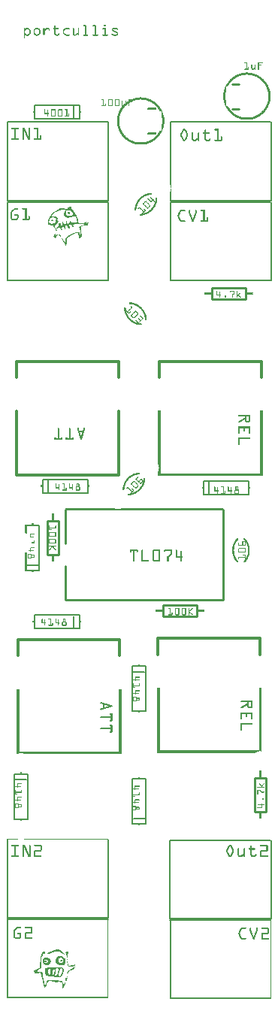
<source format=gto>
G04 MADE WITH FRITZING*
G04 WWW.FRITZING.ORG*
G04 DOUBLE SIDED*
G04 HOLES PLATED*
G04 CONTOUR ON CENTER OF CONTOUR VECTOR*
%ASAXBY*%
%FSLAX23Y23*%
%MOIN*%
%OFA0B0*%
%SFA1.0B1.0*%
%ADD10C,0.010000*%
%ADD11C,0.008000*%
%ADD12C,0.005000*%
%ADD13C,0.012500*%
%ADD14C,0.011000*%
%ADD15R,0.001000X0.001000*%
%LNSILK1*%
G90*
G70*
G54D10*
X264Y1767D02*
X964Y1767D01*
D02*
X964Y1767D02*
X964Y2167D01*
D02*
X264Y1767D02*
X264Y1917D01*
D02*
X264Y2017D02*
X264Y2167D01*
G54D11*
D02*
X36Y794D02*
X36Y994D01*
D02*
X36Y994D02*
X66Y994D01*
D02*
X66Y994D02*
X96Y994D01*
D02*
X96Y994D02*
X96Y794D01*
D02*
X96Y794D02*
X66Y794D01*
D02*
X66Y794D02*
X36Y794D01*
D02*
X41Y969D02*
X91Y969D01*
D02*
X621Y973D02*
X621Y773D01*
D02*
X621Y773D02*
X591Y773D01*
D02*
X591Y773D02*
X561Y773D01*
D02*
X561Y773D02*
X561Y973D01*
D02*
X561Y973D02*
X591Y973D01*
D02*
X591Y973D02*
X621Y973D01*
D02*
X616Y798D02*
X566Y798D01*
D02*
X126Y1699D02*
X326Y1699D01*
D02*
X326Y1699D02*
X326Y1669D01*
D02*
X326Y1669D02*
X326Y1639D01*
D02*
X326Y1639D02*
X126Y1639D01*
D02*
X126Y1639D02*
X126Y1669D01*
D02*
X126Y1669D02*
X126Y1699D01*
D02*
X301Y1694D02*
X301Y1644D01*
D02*
X560Y1273D02*
X560Y1473D01*
D02*
X560Y1473D02*
X590Y1473D01*
D02*
X590Y1473D02*
X620Y1473D01*
D02*
X620Y1473D02*
X620Y1273D01*
D02*
X620Y1273D02*
X590Y1273D01*
D02*
X590Y1273D02*
X560Y1273D01*
D02*
X565Y1448D02*
X615Y1448D01*
D02*
X363Y2242D02*
X163Y2242D01*
D02*
X163Y2242D02*
X163Y2272D01*
D02*
X163Y2272D02*
X163Y2302D01*
D02*
X163Y2302D02*
X363Y2302D01*
D02*
X363Y2302D02*
X363Y2272D01*
D02*
X363Y2272D02*
X363Y2242D01*
D02*
X188Y2247D02*
X188Y2297D01*
D02*
X1077Y2235D02*
X877Y2235D01*
D02*
X877Y2235D02*
X877Y2265D01*
D02*
X877Y2265D02*
X877Y2295D01*
D02*
X877Y2295D02*
X1077Y2295D01*
D02*
X1077Y2295D02*
X1077Y2265D01*
D02*
X1077Y2265D02*
X1077Y2235D01*
D02*
X902Y2240D02*
X902Y2290D01*
D02*
X148Y2097D02*
X148Y1897D01*
D02*
X148Y1897D02*
X118Y1897D01*
D02*
X118Y1897D02*
X88Y1897D01*
D02*
X88Y2097D02*
X118Y2097D01*
D02*
X118Y2097D02*
X148Y2097D01*
D02*
X143Y1922D02*
X93Y1922D01*
G54D12*
D02*
X1173Y348D02*
X729Y348D01*
D02*
X9Y351D02*
X453Y351D01*
D02*
X6Y706D02*
X6Y356D01*
D02*
X453Y356D02*
X453Y705D01*
D02*
X9Y356D02*
X453Y356D01*
D02*
X1176Y353D02*
X1176Y702D01*
D02*
X1173Y354D02*
X729Y354D01*
D02*
X729Y702D02*
X729Y354D01*
D02*
X1173Y702D02*
X729Y702D01*
D02*
X6Y3532D02*
X6Y3183D01*
D02*
X9Y3532D02*
X453Y3532D01*
D02*
X453Y3183D02*
X453Y3532D01*
D02*
X9Y3183D02*
X453Y3183D01*
D02*
X1177Y3183D02*
X1177Y3532D01*
D02*
X1174Y3184D02*
X730Y3184D01*
D02*
X730Y3532D02*
X730Y3184D01*
D02*
X1174Y3532D02*
X730Y3532D01*
D02*
X1177Y3538D02*
X1177Y3887D01*
D02*
X1174Y3538D02*
X730Y3538D01*
D02*
X1174Y3887D02*
X730Y3887D01*
D02*
X6Y3887D02*
X6Y3538D01*
D02*
X9Y3886D02*
X453Y3886D01*
D02*
X453Y3538D02*
X453Y3886D01*
D02*
X9Y3538D02*
X453Y3538D01*
G54D11*
D02*
X127Y3961D02*
X327Y3961D01*
D02*
X327Y3961D02*
X327Y3931D01*
D02*
X327Y3931D02*
X327Y3901D01*
D02*
X327Y3901D02*
X127Y3901D01*
D02*
X127Y3901D02*
X127Y3931D01*
D02*
X127Y3931D02*
X127Y3961D01*
D02*
X302Y3956D02*
X302Y3906D01*
G54D10*
D02*
X1104Y827D02*
X1104Y977D01*
D02*
X1104Y977D02*
X1154Y977D01*
D02*
X1154Y977D02*
X1154Y827D01*
D02*
X1154Y827D02*
X1104Y827D01*
D02*
X1063Y3101D02*
X913Y3101D01*
D02*
X913Y3101D02*
X913Y3151D01*
D02*
X913Y3151D02*
X1063Y3151D01*
D02*
X1063Y3151D02*
X1063Y3101D01*
D02*
X847Y1694D02*
X697Y1694D01*
D02*
X697Y1694D02*
X697Y1744D01*
D02*
X697Y1744D02*
X847Y1744D01*
D02*
X847Y1744D02*
X847Y1694D01*
D02*
X185Y1968D02*
X185Y2118D01*
D02*
X185Y2118D02*
X235Y2118D01*
D02*
X235Y2118D02*
X235Y1968D01*
D02*
X235Y1968D02*
X185Y1968D01*
G54D13*
X680Y2753D02*
X680Y2825D01*
X1133Y2825D01*
X1133Y2753D01*
D02*
X675Y1525D02*
X675Y1598D01*
X1128Y1598D01*
X1128Y1525D01*
D02*
X53Y1519D02*
X53Y1591D01*
X505Y1591D01*
X505Y1519D01*
D02*
X47Y2753D02*
X47Y2825D01*
X500Y2825D01*
X500Y2753D01*
D02*
X500Y2605D02*
X500Y2322D01*
X47Y2322D01*
X47Y2605D01*
D02*
G54D14*
X1004Y4055D02*
X1034Y4055D01*
D02*
X1004Y3945D02*
X1034Y3945D01*
D02*
G54D15*
X437Y4318D02*
X441Y4318D01*
X436Y4317D02*
X442Y4317D01*
X435Y4316D02*
X443Y4316D01*
X344Y4315D02*
X355Y4315D01*
X387Y4315D02*
X398Y4315D01*
X435Y4315D02*
X443Y4315D01*
X343Y4314D02*
X356Y4314D01*
X386Y4314D02*
X399Y4314D01*
X435Y4314D02*
X443Y4314D01*
X218Y4313D02*
X218Y4313D01*
X343Y4313D02*
X356Y4313D01*
X386Y4313D02*
X400Y4313D01*
X435Y4313D02*
X443Y4313D01*
X216Y4312D02*
X220Y4312D01*
X343Y4312D02*
X356Y4312D01*
X386Y4312D02*
X400Y4312D01*
X435Y4312D02*
X443Y4312D01*
X216Y4311D02*
X220Y4311D01*
X343Y4311D02*
X356Y4311D01*
X386Y4311D02*
X400Y4311D01*
X435Y4311D02*
X442Y4311D01*
X216Y4310D02*
X221Y4310D01*
X344Y4310D02*
X356Y4310D01*
X387Y4310D02*
X400Y4310D01*
X437Y4310D02*
X441Y4310D01*
X216Y4309D02*
X221Y4309D01*
X351Y4309D02*
X356Y4309D01*
X395Y4309D02*
X400Y4309D01*
X216Y4308D02*
X221Y4308D01*
X351Y4308D02*
X356Y4308D01*
X395Y4308D02*
X400Y4308D01*
X216Y4307D02*
X221Y4307D01*
X351Y4307D02*
X356Y4307D01*
X395Y4307D02*
X400Y4307D01*
X216Y4306D02*
X221Y4306D01*
X351Y4306D02*
X356Y4306D01*
X395Y4306D02*
X400Y4306D01*
X216Y4305D02*
X221Y4305D01*
X351Y4305D02*
X356Y4305D01*
X395Y4305D02*
X400Y4305D01*
X82Y4304D02*
X83Y4304D01*
X93Y4304D02*
X96Y4304D01*
X216Y4304D02*
X221Y4304D01*
X351Y4304D02*
X356Y4304D01*
X395Y4304D02*
X400Y4304D01*
X81Y4303D02*
X84Y4303D01*
X90Y4303D02*
X99Y4303D01*
X215Y4303D02*
X221Y4303D01*
X351Y4303D02*
X356Y4303D01*
X395Y4303D02*
X400Y4303D01*
X80Y4302D02*
X85Y4302D01*
X89Y4302D02*
X101Y4302D01*
X131Y4302D02*
X145Y4302D01*
X167Y4302D02*
X171Y4302D01*
X179Y4302D02*
X191Y4302D01*
X211Y4302D02*
X233Y4302D01*
X263Y4302D02*
X281Y4302D01*
X298Y4302D02*
X301Y4302D01*
X321Y4302D02*
X324Y4302D01*
X351Y4302D02*
X356Y4302D01*
X395Y4302D02*
X400Y4302D01*
X430Y4302D02*
X442Y4302D01*
X474Y4302D02*
X493Y4302D01*
X80Y4301D02*
X85Y4301D01*
X87Y4301D02*
X102Y4301D01*
X129Y4301D02*
X147Y4301D01*
X167Y4301D02*
X171Y4301D01*
X178Y4301D02*
X193Y4301D01*
X210Y4301D02*
X233Y4301D01*
X261Y4301D02*
X282Y4301D01*
X297Y4301D02*
X301Y4301D01*
X320Y4301D02*
X324Y4301D01*
X351Y4301D02*
X356Y4301D01*
X395Y4301D02*
X400Y4301D01*
X429Y4301D02*
X443Y4301D01*
X473Y4301D02*
X495Y4301D01*
X80Y4300D02*
X103Y4300D01*
X128Y4300D02*
X148Y4300D01*
X167Y4300D02*
X171Y4300D01*
X177Y4300D02*
X194Y4300D01*
X210Y4300D02*
X234Y4300D01*
X260Y4300D02*
X282Y4300D01*
X297Y4300D02*
X302Y4300D01*
X320Y4300D02*
X325Y4300D01*
X351Y4300D02*
X356Y4300D01*
X395Y4300D02*
X400Y4300D01*
X429Y4300D02*
X443Y4300D01*
X472Y4300D02*
X496Y4300D01*
X80Y4299D02*
X104Y4299D01*
X127Y4299D02*
X149Y4299D01*
X166Y4299D02*
X172Y4299D01*
X176Y4299D02*
X194Y4299D01*
X210Y4299D02*
X234Y4299D01*
X259Y4299D02*
X282Y4299D01*
X297Y4299D02*
X302Y4299D01*
X320Y4299D02*
X325Y4299D01*
X351Y4299D02*
X356Y4299D01*
X395Y4299D02*
X400Y4299D01*
X429Y4299D02*
X443Y4299D01*
X471Y4299D02*
X497Y4299D01*
X80Y4298D02*
X93Y4298D01*
X96Y4298D02*
X105Y4298D01*
X126Y4298D02*
X150Y4298D01*
X166Y4298D02*
X172Y4298D01*
X174Y4298D02*
X195Y4298D01*
X210Y4298D02*
X233Y4298D01*
X258Y4298D02*
X281Y4298D01*
X297Y4298D02*
X302Y4298D01*
X320Y4298D02*
X325Y4298D01*
X351Y4298D02*
X356Y4298D01*
X395Y4298D02*
X400Y4298D01*
X430Y4298D02*
X443Y4298D01*
X471Y4298D02*
X497Y4298D01*
X80Y4297D02*
X91Y4297D01*
X98Y4297D02*
X106Y4297D01*
X125Y4297D02*
X150Y4297D01*
X166Y4297D02*
X195Y4297D01*
X212Y4297D02*
X231Y4297D01*
X257Y4297D02*
X279Y4297D01*
X297Y4297D02*
X302Y4297D01*
X320Y4297D02*
X325Y4297D01*
X351Y4297D02*
X356Y4297D01*
X395Y4297D02*
X400Y4297D01*
X431Y4297D02*
X443Y4297D01*
X470Y4297D02*
X497Y4297D01*
X80Y4296D02*
X90Y4296D01*
X99Y4296D02*
X107Y4296D01*
X124Y4296D02*
X131Y4296D01*
X144Y4296D02*
X151Y4296D01*
X166Y4296D02*
X180Y4296D01*
X190Y4296D02*
X195Y4296D01*
X216Y4296D02*
X221Y4296D01*
X256Y4296D02*
X264Y4296D01*
X297Y4296D02*
X302Y4296D01*
X320Y4296D02*
X325Y4296D01*
X351Y4296D02*
X356Y4296D01*
X395Y4296D02*
X400Y4296D01*
X438Y4296D02*
X443Y4296D01*
X470Y4296D02*
X475Y4296D01*
X492Y4296D02*
X497Y4296D01*
X80Y4295D02*
X89Y4295D01*
X100Y4295D02*
X108Y4295D01*
X124Y4295D02*
X130Y4295D01*
X145Y4295D02*
X151Y4295D01*
X166Y4295D02*
X179Y4295D01*
X190Y4295D02*
X195Y4295D01*
X216Y4295D02*
X221Y4295D01*
X255Y4295D02*
X263Y4295D01*
X297Y4295D02*
X302Y4295D01*
X320Y4295D02*
X325Y4295D01*
X351Y4295D02*
X356Y4295D01*
X395Y4295D02*
X400Y4295D01*
X438Y4295D02*
X443Y4295D01*
X470Y4295D02*
X475Y4295D01*
X494Y4295D02*
X496Y4295D01*
X80Y4294D02*
X88Y4294D01*
X101Y4294D02*
X108Y4294D01*
X124Y4294D02*
X129Y4294D01*
X146Y4294D02*
X152Y4294D01*
X166Y4294D02*
X178Y4294D01*
X190Y4294D02*
X195Y4294D01*
X216Y4294D02*
X221Y4294D01*
X254Y4294D02*
X262Y4294D01*
X297Y4294D02*
X302Y4294D01*
X320Y4294D02*
X325Y4294D01*
X351Y4294D02*
X356Y4294D01*
X395Y4294D02*
X400Y4294D01*
X438Y4294D02*
X443Y4294D01*
X470Y4294D02*
X476Y4294D01*
X80Y4293D02*
X87Y4293D01*
X103Y4293D02*
X108Y4293D01*
X123Y4293D02*
X129Y4293D01*
X147Y4293D02*
X152Y4293D01*
X166Y4293D02*
X177Y4293D01*
X190Y4293D02*
X195Y4293D01*
X216Y4293D02*
X221Y4293D01*
X254Y4293D02*
X261Y4293D01*
X297Y4293D02*
X302Y4293D01*
X320Y4293D02*
X325Y4293D01*
X351Y4293D02*
X356Y4293D01*
X395Y4293D02*
X400Y4293D01*
X438Y4293D02*
X443Y4293D01*
X470Y4293D02*
X478Y4293D01*
X80Y4292D02*
X86Y4292D01*
X103Y4292D02*
X109Y4292D01*
X123Y4292D02*
X128Y4292D01*
X147Y4292D02*
X152Y4292D01*
X166Y4292D02*
X176Y4292D01*
X190Y4292D02*
X195Y4292D01*
X216Y4292D02*
X221Y4292D01*
X253Y4292D02*
X259Y4292D01*
X297Y4292D02*
X302Y4292D01*
X320Y4292D02*
X325Y4292D01*
X351Y4292D02*
X356Y4292D01*
X395Y4292D02*
X400Y4292D01*
X438Y4292D02*
X443Y4292D01*
X471Y4292D02*
X480Y4292D01*
X80Y4291D02*
X85Y4291D01*
X104Y4291D02*
X109Y4291D01*
X123Y4291D02*
X128Y4291D01*
X147Y4291D02*
X152Y4291D01*
X166Y4291D02*
X175Y4291D01*
X191Y4291D02*
X195Y4291D01*
X216Y4291D02*
X221Y4291D01*
X253Y4291D02*
X259Y4291D01*
X297Y4291D02*
X302Y4291D01*
X320Y4291D02*
X325Y4291D01*
X351Y4291D02*
X356Y4291D01*
X395Y4291D02*
X400Y4291D01*
X438Y4291D02*
X443Y4291D01*
X471Y4291D02*
X482Y4291D01*
X80Y4290D02*
X85Y4290D01*
X104Y4290D02*
X109Y4290D01*
X123Y4290D02*
X128Y4290D01*
X147Y4290D02*
X152Y4290D01*
X166Y4290D02*
X173Y4290D01*
X193Y4290D02*
X193Y4290D01*
X216Y4290D02*
X221Y4290D01*
X253Y4290D02*
X258Y4290D01*
X297Y4290D02*
X302Y4290D01*
X320Y4290D02*
X325Y4290D01*
X351Y4290D02*
X356Y4290D01*
X395Y4290D02*
X400Y4290D01*
X438Y4290D02*
X443Y4290D01*
X472Y4290D02*
X485Y4290D01*
X80Y4289D02*
X85Y4289D01*
X104Y4289D02*
X109Y4289D01*
X123Y4289D02*
X128Y4289D01*
X147Y4289D02*
X152Y4289D01*
X166Y4289D02*
X172Y4289D01*
X216Y4289D02*
X221Y4289D01*
X253Y4289D02*
X258Y4289D01*
X297Y4289D02*
X302Y4289D01*
X320Y4289D02*
X325Y4289D01*
X351Y4289D02*
X356Y4289D01*
X395Y4289D02*
X400Y4289D01*
X438Y4289D02*
X443Y4289D01*
X473Y4289D02*
X487Y4289D01*
X80Y4288D02*
X85Y4288D01*
X104Y4288D02*
X109Y4288D01*
X123Y4288D02*
X128Y4288D01*
X147Y4288D02*
X152Y4288D01*
X166Y4288D02*
X172Y4288D01*
X216Y4288D02*
X221Y4288D01*
X253Y4288D02*
X258Y4288D01*
X297Y4288D02*
X302Y4288D01*
X320Y4288D02*
X325Y4288D01*
X351Y4288D02*
X356Y4288D01*
X395Y4288D02*
X400Y4288D01*
X438Y4288D02*
X443Y4288D01*
X475Y4288D02*
X489Y4288D01*
X80Y4287D02*
X85Y4287D01*
X104Y4287D02*
X109Y4287D01*
X123Y4287D02*
X128Y4287D01*
X147Y4287D02*
X152Y4287D01*
X166Y4287D02*
X172Y4287D01*
X216Y4287D02*
X221Y4287D01*
X253Y4287D02*
X258Y4287D01*
X297Y4287D02*
X302Y4287D01*
X320Y4287D02*
X325Y4287D01*
X351Y4287D02*
X356Y4287D01*
X395Y4287D02*
X400Y4287D01*
X438Y4287D02*
X443Y4287D01*
X477Y4287D02*
X492Y4287D01*
X80Y4286D02*
X85Y4286D01*
X104Y4286D02*
X109Y4286D01*
X123Y4286D02*
X128Y4286D01*
X147Y4286D02*
X152Y4286D01*
X166Y4286D02*
X172Y4286D01*
X216Y4286D02*
X221Y4286D01*
X253Y4286D02*
X258Y4286D01*
X297Y4286D02*
X302Y4286D01*
X320Y4286D02*
X325Y4286D01*
X351Y4286D02*
X356Y4286D01*
X395Y4286D02*
X400Y4286D01*
X438Y4286D02*
X443Y4286D01*
X480Y4286D02*
X493Y4286D01*
X80Y4285D02*
X85Y4285D01*
X104Y4285D02*
X109Y4285D01*
X123Y4285D02*
X128Y4285D01*
X147Y4285D02*
X152Y4285D01*
X166Y4285D02*
X172Y4285D01*
X216Y4285D02*
X221Y4285D01*
X253Y4285D02*
X258Y4285D01*
X297Y4285D02*
X302Y4285D01*
X320Y4285D02*
X325Y4285D01*
X351Y4285D02*
X356Y4285D01*
X395Y4285D02*
X400Y4285D01*
X438Y4285D02*
X443Y4285D01*
X482Y4285D02*
X495Y4285D01*
X80Y4284D02*
X85Y4284D01*
X104Y4284D02*
X109Y4284D01*
X123Y4284D02*
X128Y4284D01*
X147Y4284D02*
X152Y4284D01*
X166Y4284D02*
X172Y4284D01*
X216Y4284D02*
X221Y4284D01*
X253Y4284D02*
X258Y4284D01*
X297Y4284D02*
X302Y4284D01*
X320Y4284D02*
X325Y4284D01*
X351Y4284D02*
X356Y4284D01*
X395Y4284D02*
X400Y4284D01*
X438Y4284D02*
X443Y4284D01*
X484Y4284D02*
X496Y4284D01*
X80Y4283D02*
X85Y4283D01*
X104Y4283D02*
X109Y4283D01*
X123Y4283D02*
X128Y4283D01*
X147Y4283D02*
X152Y4283D01*
X166Y4283D02*
X172Y4283D01*
X216Y4283D02*
X221Y4283D01*
X253Y4283D02*
X258Y4283D01*
X297Y4283D02*
X302Y4283D01*
X320Y4283D02*
X325Y4283D01*
X351Y4283D02*
X356Y4283D01*
X395Y4283D02*
X400Y4283D01*
X438Y4283D02*
X443Y4283D01*
X487Y4283D02*
X497Y4283D01*
X80Y4282D02*
X85Y4282D01*
X104Y4282D02*
X109Y4282D01*
X123Y4282D02*
X128Y4282D01*
X147Y4282D02*
X152Y4282D01*
X166Y4282D02*
X172Y4282D01*
X216Y4282D02*
X221Y4282D01*
X253Y4282D02*
X258Y4282D01*
X297Y4282D02*
X302Y4282D01*
X320Y4282D02*
X325Y4282D01*
X351Y4282D02*
X356Y4282D01*
X395Y4282D02*
X400Y4282D01*
X438Y4282D02*
X443Y4282D01*
X489Y4282D02*
X497Y4282D01*
X80Y4281D02*
X85Y4281D01*
X104Y4281D02*
X109Y4281D01*
X123Y4281D02*
X128Y4281D01*
X147Y4281D02*
X152Y4281D01*
X166Y4281D02*
X172Y4281D01*
X216Y4281D02*
X221Y4281D01*
X253Y4281D02*
X258Y4281D01*
X297Y4281D02*
X302Y4281D01*
X319Y4281D02*
X325Y4281D01*
X351Y4281D02*
X356Y4281D01*
X395Y4281D02*
X400Y4281D01*
X438Y4281D02*
X443Y4281D01*
X491Y4281D02*
X497Y4281D01*
X80Y4280D02*
X86Y4280D01*
X103Y4280D02*
X109Y4280D01*
X123Y4280D02*
X128Y4280D01*
X147Y4280D02*
X152Y4280D01*
X166Y4280D02*
X172Y4280D01*
X216Y4280D02*
X221Y4280D01*
X236Y4280D02*
X236Y4280D01*
X253Y4280D02*
X259Y4280D01*
X297Y4280D02*
X302Y4280D01*
X318Y4280D02*
X325Y4280D01*
X351Y4280D02*
X356Y4280D01*
X395Y4280D02*
X400Y4280D01*
X438Y4280D02*
X443Y4280D01*
X492Y4280D02*
X498Y4280D01*
X80Y4279D02*
X87Y4279D01*
X103Y4279D02*
X109Y4279D01*
X123Y4279D02*
X129Y4279D01*
X147Y4279D02*
X152Y4279D01*
X166Y4279D02*
X172Y4279D01*
X216Y4279D02*
X221Y4279D01*
X234Y4279D02*
X238Y4279D01*
X254Y4279D02*
X260Y4279D01*
X297Y4279D02*
X302Y4279D01*
X316Y4279D02*
X325Y4279D01*
X351Y4279D02*
X356Y4279D01*
X395Y4279D02*
X400Y4279D01*
X438Y4279D02*
X443Y4279D01*
X493Y4279D02*
X498Y4279D01*
X80Y4278D02*
X88Y4278D01*
X102Y4278D02*
X108Y4278D01*
X123Y4278D02*
X129Y4278D01*
X146Y4278D02*
X152Y4278D01*
X166Y4278D02*
X172Y4278D01*
X216Y4278D02*
X221Y4278D01*
X234Y4278D02*
X238Y4278D01*
X254Y4278D02*
X262Y4278D01*
X297Y4278D02*
X302Y4278D01*
X315Y4278D02*
X325Y4278D01*
X351Y4278D02*
X356Y4278D01*
X395Y4278D02*
X400Y4278D01*
X438Y4278D02*
X443Y4278D01*
X493Y4278D02*
X498Y4278D01*
X80Y4277D02*
X89Y4277D01*
X100Y4277D02*
X108Y4277D01*
X124Y4277D02*
X130Y4277D01*
X145Y4277D02*
X152Y4277D01*
X166Y4277D02*
X172Y4277D01*
X216Y4277D02*
X221Y4277D01*
X233Y4277D02*
X238Y4277D01*
X255Y4277D02*
X263Y4277D01*
X297Y4277D02*
X302Y4277D01*
X313Y4277D02*
X325Y4277D01*
X351Y4277D02*
X356Y4277D01*
X395Y4277D02*
X400Y4277D01*
X438Y4277D02*
X443Y4277D01*
X471Y4277D02*
X473Y4277D01*
X493Y4277D02*
X498Y4277D01*
X80Y4276D02*
X90Y4276D01*
X99Y4276D02*
X107Y4276D01*
X124Y4276D02*
X131Y4276D01*
X144Y4276D02*
X151Y4276D01*
X166Y4276D02*
X172Y4276D01*
X216Y4276D02*
X221Y4276D01*
X233Y4276D02*
X238Y4276D01*
X256Y4276D02*
X264Y4276D01*
X297Y4276D02*
X303Y4276D01*
X311Y4276D02*
X325Y4276D01*
X351Y4276D02*
X356Y4276D01*
X395Y4276D02*
X400Y4276D01*
X438Y4276D02*
X443Y4276D01*
X470Y4276D02*
X474Y4276D01*
X492Y4276D02*
X498Y4276D01*
X80Y4275D02*
X91Y4275D01*
X98Y4275D02*
X106Y4275D01*
X125Y4275D02*
X134Y4275D01*
X142Y4275D02*
X151Y4275D01*
X166Y4275D02*
X172Y4275D01*
X216Y4275D02*
X224Y4275D01*
X230Y4275D02*
X238Y4275D01*
X257Y4275D02*
X266Y4275D01*
X297Y4275D02*
X305Y4275D01*
X310Y4275D02*
X325Y4275D01*
X351Y4275D02*
X357Y4275D01*
X394Y4275D02*
X400Y4275D01*
X437Y4275D02*
X443Y4275D01*
X469Y4275D02*
X477Y4275D01*
X490Y4275D02*
X497Y4275D01*
X80Y4274D02*
X92Y4274D01*
X97Y4274D02*
X105Y4274D01*
X125Y4274D02*
X150Y4274D01*
X166Y4274D02*
X172Y4274D01*
X217Y4274D02*
X238Y4274D01*
X258Y4274D02*
X281Y4274D01*
X297Y4274D02*
X325Y4274D01*
X343Y4274D02*
X364Y4274D01*
X387Y4274D02*
X408Y4274D01*
X430Y4274D02*
X451Y4274D01*
X469Y4274D02*
X497Y4274D01*
X80Y4273D02*
X104Y4273D01*
X126Y4273D02*
X149Y4273D01*
X166Y4273D02*
X172Y4273D01*
X217Y4273D02*
X237Y4273D01*
X259Y4273D02*
X282Y4273D01*
X298Y4273D02*
X317Y4273D01*
X320Y4273D02*
X325Y4273D01*
X343Y4273D02*
X365Y4273D01*
X386Y4273D02*
X408Y4273D01*
X429Y4273D02*
X452Y4273D01*
X470Y4273D02*
X496Y4273D01*
X80Y4272D02*
X103Y4272D01*
X128Y4272D02*
X148Y4272D01*
X167Y4272D02*
X171Y4272D01*
X218Y4272D02*
X236Y4272D01*
X260Y4272D02*
X282Y4272D01*
X299Y4272D02*
X315Y4272D01*
X320Y4272D02*
X325Y4272D01*
X343Y4272D02*
X365Y4272D01*
X386Y4272D02*
X409Y4272D01*
X429Y4272D02*
X452Y4272D01*
X471Y4272D02*
X496Y4272D01*
X80Y4271D02*
X85Y4271D01*
X87Y4271D02*
X102Y4271D01*
X129Y4271D02*
X146Y4271D01*
X167Y4271D02*
X171Y4271D01*
X219Y4271D02*
X235Y4271D01*
X261Y4271D02*
X282Y4271D01*
X300Y4271D02*
X314Y4271D01*
X320Y4271D02*
X324Y4271D01*
X343Y4271D02*
X365Y4271D01*
X386Y4271D02*
X408Y4271D01*
X429Y4271D02*
X452Y4271D01*
X472Y4271D02*
X495Y4271D01*
X80Y4270D02*
X85Y4270D01*
X88Y4270D02*
X101Y4270D01*
X130Y4270D02*
X145Y4270D01*
X167Y4270D02*
X171Y4270D01*
X221Y4270D02*
X234Y4270D01*
X263Y4270D02*
X281Y4270D01*
X301Y4270D02*
X312Y4270D01*
X320Y4270D02*
X324Y4270D01*
X343Y4270D02*
X365Y4270D01*
X387Y4270D02*
X408Y4270D01*
X430Y4270D02*
X451Y4270D01*
X474Y4270D02*
X493Y4270D01*
X80Y4269D02*
X85Y4269D01*
X90Y4269D02*
X99Y4269D01*
X134Y4269D02*
X141Y4269D01*
X224Y4269D02*
X230Y4269D01*
X267Y4269D02*
X279Y4269D01*
X305Y4269D02*
X308Y4269D01*
X345Y4269D02*
X362Y4269D01*
X389Y4269D02*
X406Y4269D01*
X432Y4269D02*
X449Y4269D01*
X478Y4269D02*
X489Y4269D01*
X80Y4268D02*
X85Y4268D01*
X92Y4268D02*
X97Y4268D01*
X80Y4267D02*
X85Y4267D01*
X80Y4266D02*
X85Y4266D01*
X80Y4265D02*
X85Y4265D01*
X80Y4264D02*
X85Y4264D01*
X80Y4263D02*
X85Y4263D01*
X80Y4262D02*
X85Y4262D01*
X80Y4261D02*
X85Y4261D01*
X80Y4260D02*
X85Y4260D01*
X80Y4259D02*
X85Y4259D01*
X80Y4258D02*
X85Y4258D01*
X81Y4257D02*
X84Y4257D01*
X1059Y4150D02*
X1070Y4150D01*
X1119Y4150D02*
X1138Y4150D01*
X1059Y4149D02*
X1070Y4149D01*
X1119Y4149D02*
X1139Y4149D01*
X1059Y4148D02*
X1070Y4148D01*
X1119Y4148D02*
X1139Y4148D01*
X1059Y4147D02*
X1070Y4147D01*
X1119Y4147D02*
X1138Y4147D01*
X1067Y4146D02*
X1070Y4146D01*
X1119Y4146D02*
X1122Y4146D01*
X1067Y4145D02*
X1070Y4145D01*
X1119Y4145D02*
X1122Y4145D01*
X1067Y4144D02*
X1070Y4144D01*
X1119Y4144D02*
X1122Y4144D01*
X1067Y4143D02*
X1070Y4143D01*
X1119Y4143D02*
X1122Y4143D01*
X1067Y4142D02*
X1070Y4142D01*
X1119Y4142D02*
X1122Y4142D01*
X1067Y4141D02*
X1070Y4141D01*
X1090Y4141D02*
X1092Y4141D01*
X1106Y4141D02*
X1108Y4141D01*
X1119Y4141D02*
X1122Y4141D01*
X1067Y4140D02*
X1070Y4140D01*
X1089Y4140D02*
X1092Y4140D01*
X1105Y4140D02*
X1108Y4140D01*
X1119Y4140D02*
X1132Y4140D01*
X1067Y4139D02*
X1070Y4139D01*
X1089Y4139D02*
X1092Y4139D01*
X1105Y4139D02*
X1108Y4139D01*
X1119Y4139D02*
X1134Y4139D01*
X1067Y4138D02*
X1070Y4138D01*
X1089Y4138D02*
X1092Y4138D01*
X1105Y4138D02*
X1108Y4138D01*
X1119Y4138D02*
X1134Y4138D01*
X1067Y4137D02*
X1070Y4137D01*
X1089Y4137D02*
X1092Y4137D01*
X1105Y4137D02*
X1108Y4137D01*
X1119Y4137D02*
X1134Y4137D01*
X1067Y4136D02*
X1070Y4136D01*
X1089Y4136D02*
X1092Y4136D01*
X1105Y4136D02*
X1108Y4136D01*
X1119Y4136D02*
X1133Y4136D01*
X1067Y4135D02*
X1070Y4135D01*
X1089Y4135D02*
X1092Y4135D01*
X1105Y4135D02*
X1108Y4135D01*
X1119Y4135D02*
X1122Y4135D01*
X1067Y4134D02*
X1070Y4134D01*
X1089Y4134D02*
X1092Y4134D01*
X1105Y4134D02*
X1108Y4134D01*
X1119Y4134D02*
X1122Y4134D01*
X1067Y4133D02*
X1070Y4133D01*
X1089Y4133D02*
X1092Y4133D01*
X1105Y4133D02*
X1108Y4133D01*
X1119Y4133D02*
X1122Y4133D01*
X1067Y4132D02*
X1070Y4132D01*
X1089Y4132D02*
X1092Y4132D01*
X1105Y4132D02*
X1108Y4132D01*
X1119Y4132D02*
X1122Y4132D01*
X1067Y4131D02*
X1070Y4131D01*
X1089Y4131D02*
X1092Y4131D01*
X1105Y4131D02*
X1108Y4131D01*
X1119Y4131D02*
X1122Y4131D01*
X1067Y4130D02*
X1070Y4130D01*
X1076Y4130D02*
X1078Y4130D01*
X1089Y4130D02*
X1092Y4130D01*
X1105Y4130D02*
X1108Y4130D01*
X1119Y4130D02*
X1122Y4130D01*
X1067Y4129D02*
X1070Y4129D01*
X1075Y4129D02*
X1078Y4129D01*
X1089Y4129D02*
X1092Y4129D01*
X1105Y4129D02*
X1108Y4129D01*
X1119Y4129D02*
X1122Y4129D01*
X1067Y4128D02*
X1070Y4128D01*
X1075Y4128D02*
X1078Y4128D01*
X1089Y4128D02*
X1092Y4128D01*
X1105Y4128D02*
X1108Y4128D01*
X1119Y4128D02*
X1122Y4128D01*
X1067Y4127D02*
X1070Y4127D01*
X1075Y4127D02*
X1078Y4127D01*
X1089Y4127D02*
X1092Y4127D01*
X1105Y4127D02*
X1108Y4127D01*
X1119Y4127D02*
X1122Y4127D01*
X1067Y4126D02*
X1070Y4126D01*
X1075Y4126D02*
X1078Y4126D01*
X1089Y4126D02*
X1092Y4126D01*
X1104Y4126D02*
X1108Y4126D01*
X1119Y4126D02*
X1122Y4126D01*
X1067Y4125D02*
X1070Y4125D01*
X1075Y4125D02*
X1078Y4125D01*
X1089Y4125D02*
X1092Y4125D01*
X1102Y4125D02*
X1108Y4125D01*
X1119Y4125D02*
X1122Y4125D01*
X1067Y4124D02*
X1070Y4124D01*
X1075Y4124D02*
X1078Y4124D01*
X1089Y4124D02*
X1092Y4124D01*
X1101Y4124D02*
X1108Y4124D01*
X1119Y4124D02*
X1122Y4124D01*
X1067Y4123D02*
X1070Y4123D01*
X1075Y4123D02*
X1078Y4123D01*
X1089Y4123D02*
X1093Y4123D01*
X1099Y4123D02*
X1108Y4123D01*
X1119Y4123D02*
X1122Y4123D01*
X1060Y4122D02*
X1078Y4122D01*
X1090Y4122D02*
X1108Y4122D01*
X1119Y4122D02*
X1122Y4122D01*
X1059Y4121D02*
X1078Y4121D01*
X1090Y4121D02*
X1103Y4121D01*
X1105Y4121D02*
X1108Y4121D01*
X1119Y4121D02*
X1122Y4121D01*
X1059Y4120D02*
X1078Y4120D01*
X1091Y4120D02*
X1101Y4120D01*
X1105Y4120D02*
X1108Y4120D01*
X1119Y4120D02*
X1122Y4120D01*
X1059Y4119D02*
X1078Y4119D01*
X1092Y4119D02*
X1100Y4119D01*
X1105Y4119D02*
X1108Y4119D01*
X1119Y4119D02*
X1122Y4119D01*
X1064Y4105D02*
X1075Y4105D01*
X1054Y4104D02*
X1084Y4104D01*
X1049Y4103D02*
X1090Y4103D01*
X1045Y4102D02*
X1094Y4102D01*
X1041Y4101D02*
X1098Y4101D01*
X1038Y4100D02*
X1101Y4100D01*
X1035Y4099D02*
X1104Y4099D01*
X1032Y4098D02*
X1107Y4098D01*
X1030Y4097D02*
X1109Y4097D01*
X1027Y4096D02*
X1111Y4096D01*
X1025Y4095D02*
X1063Y4095D01*
X1075Y4095D02*
X1114Y4095D01*
X1023Y4094D02*
X1054Y4094D01*
X1085Y4094D02*
X1116Y4094D01*
X1021Y4093D02*
X1049Y4093D01*
X1090Y4093D02*
X1118Y4093D01*
X1019Y4092D02*
X1044Y4092D01*
X1095Y4092D02*
X1120Y4092D01*
X1018Y4091D02*
X1041Y4091D01*
X1098Y4091D02*
X1121Y4091D01*
X1016Y4090D02*
X1038Y4090D01*
X1101Y4090D02*
X1123Y4090D01*
X1014Y4089D02*
X1035Y4089D01*
X1104Y4089D02*
X1125Y4089D01*
X1013Y4088D02*
X1032Y4088D01*
X1106Y4088D02*
X1126Y4088D01*
X1011Y4087D02*
X1030Y4087D01*
X1109Y4087D02*
X1128Y4087D01*
X1010Y4086D02*
X1028Y4086D01*
X1111Y4086D02*
X1129Y4086D01*
X1008Y4085D02*
X1026Y4085D01*
X1113Y4085D02*
X1131Y4085D01*
X1007Y4084D02*
X1024Y4084D01*
X1115Y4084D02*
X1132Y4084D01*
X1006Y4083D02*
X1022Y4083D01*
X1116Y4083D02*
X1133Y4083D01*
X1004Y4082D02*
X1021Y4082D01*
X1118Y4082D02*
X1135Y4082D01*
X1003Y4081D02*
X1019Y4081D01*
X1120Y4081D02*
X1136Y4081D01*
X1002Y4080D02*
X1017Y4080D01*
X1121Y4080D02*
X1137Y4080D01*
X1001Y4079D02*
X1016Y4079D01*
X1123Y4079D02*
X1138Y4079D01*
X1000Y4078D02*
X1014Y4078D01*
X1124Y4078D02*
X1139Y4078D01*
X999Y4077D02*
X1013Y4077D01*
X1126Y4077D02*
X1140Y4077D01*
X997Y4076D02*
X1012Y4076D01*
X1127Y4076D02*
X1141Y4076D01*
X996Y4075D02*
X1010Y4075D01*
X1128Y4075D02*
X1143Y4075D01*
X995Y4074D02*
X1009Y4074D01*
X1130Y4074D02*
X1144Y4074D01*
X994Y4073D02*
X1008Y4073D01*
X1131Y4073D02*
X1144Y4073D01*
X993Y4072D02*
X1007Y4072D01*
X1132Y4072D02*
X1145Y4072D01*
X993Y4071D02*
X1006Y4071D01*
X1133Y4071D02*
X1146Y4071D01*
X992Y4070D02*
X1005Y4070D01*
X1134Y4070D02*
X1147Y4070D01*
X991Y4069D02*
X1004Y4069D01*
X1135Y4069D02*
X1148Y4069D01*
X990Y4068D02*
X1002Y4068D01*
X1136Y4068D02*
X1149Y4068D01*
X989Y4067D02*
X1001Y4067D01*
X1137Y4067D02*
X1150Y4067D01*
X989Y4066D02*
X1001Y4066D01*
X1138Y4066D02*
X1151Y4066D01*
X989Y4065D02*
X1000Y4065D01*
X1139Y4065D02*
X1151Y4065D01*
X989Y4064D02*
X999Y4064D01*
X1140Y4064D02*
X1152Y4064D01*
X989Y4063D02*
X998Y4063D01*
X1141Y4063D02*
X1153Y4063D01*
X989Y4062D02*
X997Y4062D01*
X1142Y4062D02*
X1154Y4062D01*
X984Y4061D02*
X996Y4061D01*
X1143Y4061D02*
X1154Y4061D01*
X984Y4060D02*
X995Y4060D01*
X1144Y4060D02*
X1155Y4060D01*
X983Y4059D02*
X994Y4059D01*
X1144Y4059D02*
X1156Y4059D01*
X982Y4058D02*
X994Y4058D01*
X1145Y4058D02*
X1156Y4058D01*
X982Y4057D02*
X993Y4057D01*
X1146Y4057D02*
X1157Y4057D01*
X981Y4056D02*
X992Y4056D01*
X1147Y4056D02*
X1158Y4056D01*
X981Y4055D02*
X991Y4055D01*
X1147Y4055D02*
X1158Y4055D01*
X980Y4054D02*
X991Y4054D01*
X1148Y4054D02*
X1159Y4054D01*
X979Y4053D02*
X990Y4053D01*
X1149Y4053D02*
X1159Y4053D01*
X979Y4052D02*
X989Y4052D01*
X1150Y4052D02*
X1160Y4052D01*
X978Y4051D02*
X989Y4051D01*
X1150Y4051D02*
X1161Y4051D01*
X978Y4050D02*
X988Y4050D01*
X1151Y4050D02*
X1161Y4050D01*
X977Y4049D02*
X987Y4049D01*
X1151Y4049D02*
X1162Y4049D01*
X977Y4048D02*
X987Y4048D01*
X1152Y4048D02*
X1162Y4048D01*
X976Y4047D02*
X986Y4047D01*
X1153Y4047D02*
X1163Y4047D01*
X976Y4046D02*
X986Y4046D01*
X1153Y4046D02*
X1163Y4046D01*
X975Y4045D02*
X985Y4045D01*
X1154Y4045D02*
X1164Y4045D01*
X975Y4044D02*
X985Y4044D01*
X1154Y4044D02*
X1164Y4044D01*
X974Y4043D02*
X984Y4043D01*
X1155Y4043D02*
X1165Y4043D01*
X974Y4042D02*
X976Y4042D01*
X1155Y4042D02*
X1165Y4042D01*
X973Y4041D02*
X976Y4041D01*
X1156Y4041D02*
X1166Y4041D01*
X973Y4040D02*
X976Y4040D01*
X1156Y4040D02*
X1166Y4040D01*
X972Y4039D02*
X976Y4039D01*
X1157Y4039D02*
X1166Y4039D01*
X972Y4038D02*
X976Y4038D01*
X1157Y4038D02*
X1167Y4038D01*
X972Y4037D02*
X976Y4037D01*
X1158Y4037D02*
X1167Y4037D01*
X971Y4036D02*
X976Y4036D01*
X1158Y4036D02*
X1168Y4036D01*
X971Y4035D02*
X976Y4035D01*
X1158Y4035D02*
X1168Y4035D01*
X971Y4034D02*
X976Y4034D01*
X1159Y4034D02*
X1168Y4034D01*
X970Y4033D02*
X976Y4033D01*
X1159Y4033D02*
X1169Y4033D01*
X970Y4032D02*
X976Y4032D01*
X1159Y4032D02*
X1169Y4032D01*
X970Y4031D02*
X976Y4031D01*
X1160Y4031D02*
X1169Y4031D01*
X969Y4030D02*
X976Y4030D01*
X1160Y4030D02*
X1170Y4030D01*
X969Y4029D02*
X976Y4029D01*
X1161Y4029D02*
X1170Y4029D01*
X969Y4028D02*
X976Y4028D01*
X1161Y4028D02*
X1170Y4028D01*
X968Y4027D02*
X976Y4027D01*
X1161Y4027D02*
X1170Y4027D01*
X968Y4026D02*
X976Y4026D01*
X1161Y4026D02*
X1171Y4026D01*
X968Y4025D02*
X976Y4025D01*
X1162Y4025D02*
X1171Y4025D01*
X968Y4024D02*
X976Y4024D01*
X1162Y4024D02*
X1171Y4024D01*
X968Y4023D02*
X976Y4023D01*
X1162Y4023D02*
X1171Y4023D01*
X967Y4022D02*
X976Y4022D01*
X1162Y4022D02*
X1172Y4022D01*
X967Y4021D02*
X976Y4021D01*
X1163Y4021D02*
X1172Y4021D01*
X967Y4020D02*
X976Y4020D01*
X1163Y4020D02*
X1172Y4020D01*
X967Y4019D02*
X976Y4019D01*
X1163Y4019D02*
X1172Y4019D01*
X967Y4018D02*
X976Y4018D01*
X1163Y4018D02*
X1172Y4018D01*
X966Y4017D02*
X975Y4017D01*
X1163Y4017D02*
X1173Y4017D01*
X966Y4016D02*
X975Y4016D01*
X1164Y4016D02*
X1173Y4016D01*
X966Y4015D02*
X975Y4015D01*
X1164Y4015D02*
X1173Y4015D01*
X966Y4014D02*
X975Y4014D01*
X1164Y4014D02*
X1173Y4014D01*
X966Y4013D02*
X975Y4013D01*
X1164Y4013D02*
X1173Y4013D01*
X966Y4012D02*
X975Y4012D01*
X1164Y4012D02*
X1173Y4012D01*
X966Y4011D02*
X975Y4011D01*
X1164Y4011D02*
X1173Y4011D01*
X965Y4010D02*
X974Y4010D01*
X1164Y4010D02*
X1173Y4010D01*
X965Y4009D02*
X974Y4009D01*
X1165Y4009D02*
X1174Y4009D01*
X965Y4008D02*
X974Y4008D01*
X1165Y4008D02*
X1174Y4008D01*
X965Y4007D02*
X974Y4007D01*
X1165Y4007D02*
X1174Y4007D01*
X965Y4006D02*
X974Y4006D01*
X1165Y4006D02*
X1174Y4006D01*
X965Y4005D02*
X974Y4005D01*
X1165Y4005D02*
X1174Y4005D01*
X965Y4004D02*
X974Y4004D01*
X1165Y4004D02*
X1174Y4004D01*
X965Y4003D02*
X974Y4003D01*
X1165Y4003D02*
X1174Y4003D01*
X965Y4002D02*
X974Y4002D01*
X1165Y4002D02*
X1174Y4002D01*
X965Y4001D02*
X974Y4001D01*
X1165Y4001D02*
X1174Y4001D01*
X965Y4000D02*
X974Y4000D01*
X1165Y4000D02*
X1174Y4000D01*
X965Y3999D02*
X974Y3999D01*
X1165Y3999D02*
X1174Y3999D01*
X965Y3998D02*
X974Y3998D01*
X1165Y3998D02*
X1174Y3998D01*
X965Y3997D02*
X974Y3997D01*
X1165Y3997D02*
X1174Y3997D01*
X965Y3996D02*
X974Y3996D01*
X1165Y3996D02*
X1174Y3996D01*
X595Y3995D02*
X601Y3995D01*
X965Y3995D02*
X974Y3995D01*
X1165Y3995D02*
X1174Y3995D01*
X584Y3994D02*
X612Y3994D01*
X965Y3994D02*
X974Y3994D01*
X1165Y3994D02*
X1174Y3994D01*
X578Y3993D02*
X618Y3993D01*
X965Y3993D02*
X974Y3993D01*
X1165Y3993D02*
X1174Y3993D01*
X574Y3992D02*
X623Y3992D01*
X965Y3992D02*
X974Y3992D01*
X1165Y3992D02*
X1174Y3992D01*
X570Y3991D02*
X626Y3991D01*
X965Y3991D02*
X974Y3991D01*
X1164Y3991D02*
X1173Y3991D01*
X567Y3990D02*
X630Y3990D01*
X965Y3990D02*
X974Y3990D01*
X1164Y3990D02*
X1173Y3990D01*
X564Y3989D02*
X633Y3989D01*
X966Y3989D02*
X975Y3989D01*
X1164Y3989D02*
X1173Y3989D01*
X561Y3988D02*
X635Y3988D01*
X966Y3988D02*
X975Y3988D01*
X1164Y3988D02*
X1173Y3988D01*
X424Y3987D02*
X435Y3987D01*
X455Y3987D02*
X472Y3987D01*
X486Y3987D02*
X502Y3987D01*
X544Y3987D02*
X638Y3987D01*
X966Y3987D02*
X975Y3987D01*
X1164Y3987D02*
X1173Y3987D01*
X424Y3986D02*
X435Y3986D01*
X455Y3986D02*
X473Y3986D01*
X485Y3986D02*
X503Y3986D01*
X544Y3986D02*
X640Y3986D01*
X966Y3986D02*
X975Y3986D01*
X1164Y3986D02*
X1173Y3986D01*
X424Y3985D02*
X435Y3985D01*
X454Y3985D02*
X473Y3985D01*
X484Y3985D02*
X503Y3985D01*
X544Y3985D02*
X595Y3985D01*
X602Y3985D02*
X642Y3985D01*
X966Y3985D02*
X975Y3985D01*
X1164Y3985D02*
X1173Y3985D01*
X425Y3984D02*
X435Y3984D01*
X454Y3984D02*
X473Y3984D01*
X484Y3984D02*
X504Y3984D01*
X544Y3984D02*
X583Y3984D01*
X613Y3984D02*
X644Y3984D01*
X966Y3984D02*
X975Y3984D01*
X1164Y3984D02*
X1173Y3984D01*
X432Y3983D02*
X435Y3983D01*
X454Y3983D02*
X457Y3983D01*
X470Y3983D02*
X474Y3983D01*
X484Y3983D02*
X487Y3983D01*
X500Y3983D02*
X504Y3983D01*
X544Y3983D02*
X547Y3983D01*
X550Y3983D02*
X578Y3983D01*
X619Y3983D02*
X646Y3983D01*
X966Y3983D02*
X975Y3983D01*
X1163Y3983D02*
X1172Y3983D01*
X432Y3982D02*
X435Y3982D01*
X454Y3982D02*
X457Y3982D01*
X470Y3982D02*
X474Y3982D01*
X484Y3982D02*
X487Y3982D01*
X500Y3982D02*
X504Y3982D01*
X544Y3982D02*
X573Y3982D01*
X623Y3982D02*
X648Y3982D01*
X967Y3982D02*
X976Y3982D01*
X1163Y3982D02*
X1172Y3982D01*
X432Y3981D02*
X435Y3981D01*
X454Y3981D02*
X457Y3981D01*
X470Y3981D02*
X474Y3981D01*
X484Y3981D02*
X487Y3981D01*
X500Y3981D02*
X504Y3981D01*
X544Y3981D02*
X570Y3981D01*
X626Y3981D02*
X650Y3981D01*
X967Y3981D02*
X976Y3981D01*
X1163Y3981D02*
X1172Y3981D01*
X432Y3980D02*
X435Y3980D01*
X454Y3980D02*
X457Y3980D01*
X470Y3980D02*
X474Y3980D01*
X484Y3980D02*
X487Y3980D01*
X500Y3980D02*
X504Y3980D01*
X544Y3980D02*
X567Y3980D01*
X629Y3980D02*
X651Y3980D01*
X967Y3980D02*
X976Y3980D01*
X1163Y3980D02*
X1172Y3980D01*
X432Y3979D02*
X435Y3979D01*
X454Y3979D02*
X457Y3979D01*
X470Y3979D02*
X474Y3979D01*
X484Y3979D02*
X487Y3979D01*
X500Y3979D02*
X504Y3979D01*
X516Y3979D02*
X516Y3979D01*
X532Y3979D02*
X532Y3979D01*
X543Y3979D02*
X564Y3979D01*
X632Y3979D02*
X653Y3979D01*
X967Y3979D02*
X976Y3979D01*
X1163Y3979D02*
X1172Y3979D01*
X432Y3978D02*
X435Y3978D01*
X454Y3978D02*
X457Y3978D01*
X470Y3978D02*
X474Y3978D01*
X484Y3978D02*
X487Y3978D01*
X500Y3978D02*
X504Y3978D01*
X515Y3978D02*
X517Y3978D01*
X531Y3978D02*
X533Y3978D01*
X541Y3978D02*
X561Y3978D01*
X635Y3978D02*
X655Y3978D01*
X967Y3978D02*
X976Y3978D01*
X1162Y3978D02*
X1171Y3978D01*
X432Y3977D02*
X435Y3977D01*
X454Y3977D02*
X457Y3977D01*
X470Y3977D02*
X474Y3977D01*
X484Y3977D02*
X487Y3977D01*
X500Y3977D02*
X504Y3977D01*
X514Y3977D02*
X518Y3977D01*
X530Y3977D02*
X534Y3977D01*
X540Y3977D02*
X559Y3977D01*
X637Y3977D02*
X656Y3977D01*
X968Y3977D02*
X976Y3977D01*
X1162Y3977D02*
X1171Y3977D01*
X432Y3976D02*
X435Y3976D01*
X454Y3976D02*
X457Y3976D01*
X470Y3976D02*
X474Y3976D01*
X484Y3976D02*
X487Y3976D01*
X500Y3976D02*
X504Y3976D01*
X514Y3976D02*
X518Y3976D01*
X530Y3976D02*
X534Y3976D01*
X538Y3976D02*
X560Y3976D01*
X639Y3976D02*
X658Y3976D01*
X968Y3976D02*
X976Y3976D01*
X1162Y3976D02*
X1171Y3976D01*
X432Y3975D02*
X435Y3975D01*
X454Y3975D02*
X457Y3975D01*
X470Y3975D02*
X474Y3975D01*
X484Y3975D02*
X487Y3975D01*
X500Y3975D02*
X504Y3975D01*
X514Y3975D02*
X518Y3975D01*
X530Y3975D02*
X534Y3975D01*
X537Y3975D02*
X560Y3975D01*
X641Y3975D02*
X659Y3975D01*
X968Y3975D02*
X976Y3975D01*
X1162Y3975D02*
X1171Y3975D01*
X432Y3974D02*
X435Y3974D01*
X454Y3974D02*
X457Y3974D01*
X470Y3974D02*
X474Y3974D01*
X484Y3974D02*
X487Y3974D01*
X500Y3974D02*
X504Y3974D01*
X514Y3974D02*
X518Y3974D01*
X530Y3974D02*
X534Y3974D01*
X536Y3974D02*
X559Y3974D01*
X643Y3974D02*
X660Y3974D01*
X968Y3974D02*
X976Y3974D01*
X1161Y3974D02*
X1171Y3974D01*
X432Y3973D02*
X435Y3973D01*
X454Y3973D02*
X457Y3973D01*
X470Y3973D02*
X474Y3973D01*
X484Y3973D02*
X487Y3973D01*
X500Y3973D02*
X504Y3973D01*
X514Y3973D02*
X518Y3973D01*
X530Y3973D02*
X551Y3973D01*
X645Y3973D02*
X662Y3973D01*
X969Y3973D02*
X976Y3973D01*
X1161Y3973D02*
X1170Y3973D01*
X432Y3972D02*
X435Y3972D01*
X454Y3972D02*
X457Y3972D01*
X470Y3972D02*
X474Y3972D01*
X484Y3972D02*
X487Y3972D01*
X500Y3972D02*
X504Y3972D01*
X514Y3972D02*
X518Y3972D01*
X530Y3972D02*
X550Y3972D01*
X647Y3972D02*
X663Y3972D01*
X969Y3972D02*
X976Y3972D01*
X1161Y3972D02*
X1170Y3972D01*
X432Y3971D02*
X435Y3971D01*
X454Y3971D02*
X457Y3971D01*
X470Y3971D02*
X474Y3971D01*
X484Y3971D02*
X487Y3971D01*
X500Y3971D02*
X504Y3971D01*
X514Y3971D02*
X518Y3971D01*
X530Y3971D02*
X548Y3971D01*
X648Y3971D02*
X664Y3971D01*
X969Y3971D02*
X976Y3971D01*
X1160Y3971D02*
X1170Y3971D01*
X432Y3970D02*
X435Y3970D01*
X454Y3970D02*
X457Y3970D01*
X470Y3970D02*
X474Y3970D01*
X484Y3970D02*
X487Y3970D01*
X500Y3970D02*
X504Y3970D01*
X514Y3970D02*
X518Y3970D01*
X530Y3970D02*
X547Y3970D01*
X650Y3970D02*
X666Y3970D01*
X969Y3970D02*
X976Y3970D01*
X1160Y3970D02*
X1169Y3970D01*
X432Y3969D02*
X435Y3969D01*
X454Y3969D02*
X457Y3969D01*
X470Y3969D02*
X474Y3969D01*
X484Y3969D02*
X487Y3969D01*
X500Y3969D02*
X504Y3969D01*
X514Y3969D02*
X518Y3969D01*
X530Y3969D02*
X547Y3969D01*
X652Y3969D02*
X667Y3969D01*
X970Y3969D02*
X976Y3969D01*
X1160Y3969D02*
X1169Y3969D01*
X432Y3968D02*
X435Y3968D01*
X442Y3968D02*
X442Y3968D01*
X454Y3968D02*
X457Y3968D01*
X470Y3968D02*
X474Y3968D01*
X484Y3968D02*
X487Y3968D01*
X500Y3968D02*
X504Y3968D01*
X514Y3968D02*
X518Y3968D01*
X528Y3968D02*
X547Y3968D01*
X653Y3968D02*
X668Y3968D01*
X970Y3968D02*
X976Y3968D01*
X1159Y3968D02*
X1169Y3968D01*
X432Y3967D02*
X435Y3967D01*
X441Y3967D02*
X443Y3967D01*
X454Y3967D02*
X457Y3967D01*
X470Y3967D02*
X474Y3967D01*
X484Y3967D02*
X487Y3967D01*
X500Y3967D02*
X504Y3967D01*
X514Y3967D02*
X518Y3967D01*
X527Y3967D02*
X542Y3967D01*
X544Y3967D02*
X547Y3967D01*
X654Y3967D02*
X669Y3967D01*
X970Y3967D02*
X976Y3967D01*
X1159Y3967D02*
X1168Y3967D01*
X432Y3966D02*
X435Y3966D01*
X440Y3966D02*
X443Y3966D01*
X454Y3966D02*
X457Y3966D01*
X470Y3966D02*
X474Y3966D01*
X484Y3966D02*
X487Y3966D01*
X500Y3966D02*
X504Y3966D01*
X514Y3966D02*
X518Y3966D01*
X526Y3966D02*
X541Y3966D01*
X544Y3966D02*
X547Y3966D01*
X656Y3966D02*
X670Y3966D01*
X971Y3966D02*
X976Y3966D01*
X1159Y3966D02*
X1168Y3966D01*
X432Y3965D02*
X435Y3965D01*
X440Y3965D02*
X443Y3965D01*
X454Y3965D02*
X457Y3965D01*
X470Y3965D02*
X474Y3965D01*
X484Y3965D02*
X487Y3965D01*
X500Y3965D02*
X504Y3965D01*
X514Y3965D02*
X518Y3965D01*
X525Y3965D02*
X539Y3965D01*
X544Y3965D02*
X547Y3965D01*
X657Y3965D02*
X671Y3965D01*
X971Y3965D02*
X976Y3965D01*
X1158Y3965D02*
X1168Y3965D01*
X432Y3964D02*
X435Y3964D01*
X440Y3964D02*
X443Y3964D01*
X454Y3964D02*
X457Y3964D01*
X470Y3964D02*
X474Y3964D01*
X484Y3964D02*
X487Y3964D01*
X500Y3964D02*
X504Y3964D01*
X514Y3964D02*
X518Y3964D01*
X524Y3964D02*
X538Y3964D01*
X544Y3964D02*
X547Y3964D01*
X658Y3964D02*
X672Y3964D01*
X971Y3964D02*
X976Y3964D01*
X1158Y3964D02*
X1167Y3964D01*
X432Y3963D02*
X435Y3963D01*
X440Y3963D02*
X443Y3963D01*
X454Y3963D02*
X457Y3963D01*
X470Y3963D02*
X474Y3963D01*
X484Y3963D02*
X487Y3963D01*
X500Y3963D02*
X504Y3963D01*
X514Y3963D02*
X518Y3963D01*
X523Y3963D02*
X537Y3963D01*
X544Y3963D02*
X547Y3963D01*
X659Y3963D02*
X673Y3963D01*
X972Y3963D02*
X976Y3963D01*
X1157Y3963D02*
X1167Y3963D01*
X432Y3962D02*
X435Y3962D01*
X440Y3962D02*
X443Y3962D01*
X454Y3962D02*
X457Y3962D01*
X470Y3962D02*
X474Y3962D01*
X484Y3962D02*
X487Y3962D01*
X500Y3962D02*
X504Y3962D01*
X514Y3962D02*
X518Y3962D01*
X522Y3962D02*
X536Y3962D01*
X544Y3962D02*
X547Y3962D01*
X661Y3962D02*
X674Y3962D01*
X972Y3962D02*
X976Y3962D01*
X1157Y3962D02*
X1167Y3962D01*
X432Y3961D02*
X435Y3961D01*
X440Y3961D02*
X443Y3961D01*
X454Y3961D02*
X457Y3961D01*
X470Y3961D02*
X474Y3961D01*
X484Y3961D02*
X487Y3961D01*
X500Y3961D02*
X504Y3961D01*
X514Y3961D02*
X518Y3961D01*
X521Y3961D02*
X535Y3961D01*
X544Y3961D02*
X547Y3961D01*
X662Y3961D02*
X675Y3961D01*
X973Y3961D02*
X976Y3961D01*
X1156Y3961D02*
X1166Y3961D01*
X432Y3960D02*
X435Y3960D01*
X440Y3960D02*
X443Y3960D01*
X454Y3960D02*
X457Y3960D01*
X470Y3960D02*
X474Y3960D01*
X484Y3960D02*
X487Y3960D01*
X500Y3960D02*
X504Y3960D01*
X515Y3960D02*
X534Y3960D01*
X544Y3960D02*
X547Y3960D01*
X663Y3960D02*
X676Y3960D01*
X973Y3960D02*
X976Y3960D01*
X1156Y3960D02*
X1166Y3960D01*
X424Y3959D02*
X443Y3959D01*
X454Y3959D02*
X473Y3959D01*
X484Y3959D02*
X504Y3959D01*
X515Y3959D02*
X534Y3959D01*
X544Y3959D02*
X547Y3959D01*
X664Y3959D02*
X677Y3959D01*
X973Y3959D02*
X976Y3959D01*
X1156Y3959D02*
X1165Y3959D01*
X424Y3958D02*
X443Y3958D01*
X454Y3958D02*
X473Y3958D01*
X484Y3958D02*
X503Y3958D01*
X516Y3958D02*
X534Y3958D01*
X544Y3958D02*
X547Y3958D01*
X665Y3958D02*
X678Y3958D01*
X974Y3958D02*
X977Y3958D01*
X1155Y3958D02*
X1165Y3958D01*
X424Y3957D02*
X443Y3957D01*
X455Y3957D02*
X473Y3957D01*
X485Y3957D02*
X503Y3957D01*
X516Y3957D02*
X533Y3957D01*
X544Y3957D02*
X547Y3957D01*
X666Y3957D02*
X678Y3957D01*
X974Y3957D02*
X984Y3957D01*
X1155Y3957D02*
X1164Y3957D01*
X424Y3956D02*
X443Y3956D01*
X456Y3956D02*
X471Y3956D01*
X486Y3956D02*
X501Y3956D01*
X517Y3956D02*
X529Y3956D01*
X531Y3956D02*
X533Y3956D01*
X545Y3956D02*
X547Y3956D01*
X667Y3956D02*
X679Y3956D01*
X975Y3956D02*
X985Y3956D01*
X1154Y3956D02*
X1164Y3956D01*
X516Y3955D02*
X528Y3955D01*
X668Y3955D02*
X680Y3955D01*
X975Y3955D02*
X985Y3955D01*
X1154Y3955D02*
X1163Y3955D01*
X516Y3954D02*
X528Y3954D01*
X669Y3954D02*
X681Y3954D01*
X976Y3954D02*
X986Y3954D01*
X1153Y3954D02*
X1163Y3954D01*
X515Y3953D02*
X527Y3953D01*
X670Y3953D02*
X681Y3953D01*
X976Y3953D02*
X986Y3953D01*
X1152Y3953D02*
X1163Y3953D01*
X514Y3952D02*
X526Y3952D01*
X671Y3952D02*
X682Y3952D01*
X977Y3952D02*
X987Y3952D01*
X1152Y3952D02*
X1162Y3952D01*
X513Y3951D02*
X525Y3951D01*
X671Y3951D02*
X683Y3951D01*
X977Y3951D02*
X988Y3951D01*
X1151Y3951D02*
X1162Y3951D01*
X513Y3950D02*
X524Y3950D01*
X631Y3950D02*
X665Y3950D01*
X672Y3950D02*
X684Y3950D01*
X978Y3950D02*
X988Y3950D01*
X1151Y3950D02*
X1161Y3950D01*
X512Y3949D02*
X523Y3949D01*
X630Y3949D02*
X666Y3949D01*
X673Y3949D02*
X684Y3949D01*
X978Y3949D02*
X989Y3949D01*
X1150Y3949D02*
X1160Y3949D01*
X511Y3948D02*
X522Y3948D01*
X629Y3948D02*
X667Y3948D01*
X674Y3948D02*
X685Y3948D01*
X979Y3948D02*
X990Y3948D01*
X1149Y3948D02*
X1160Y3948D01*
X511Y3947D02*
X522Y3947D01*
X629Y3947D02*
X668Y3947D01*
X675Y3947D02*
X686Y3947D01*
X980Y3947D02*
X990Y3947D01*
X1149Y3947D02*
X1159Y3947D01*
X510Y3946D02*
X521Y3946D01*
X628Y3946D02*
X668Y3946D01*
X675Y3946D02*
X686Y3946D01*
X980Y3946D02*
X991Y3946D01*
X1148Y3946D02*
X1159Y3946D01*
X509Y3945D02*
X520Y3945D01*
X628Y3945D02*
X668Y3945D01*
X676Y3945D02*
X687Y3945D01*
X981Y3945D02*
X992Y3945D01*
X1147Y3945D02*
X1158Y3945D01*
X509Y3944D02*
X519Y3944D01*
X628Y3944D02*
X668Y3944D01*
X677Y3944D02*
X688Y3944D01*
X981Y3944D02*
X992Y3944D01*
X1146Y3944D02*
X1157Y3944D01*
X173Y3943D02*
X173Y3943D01*
X205Y3943D02*
X217Y3943D01*
X235Y3943D02*
X247Y3943D01*
X263Y3943D02*
X272Y3943D01*
X508Y3943D02*
X519Y3943D01*
X629Y3943D02*
X668Y3943D01*
X678Y3943D02*
X688Y3943D01*
X982Y3943D02*
X993Y3943D01*
X1146Y3943D02*
X1157Y3943D01*
X172Y3942D02*
X175Y3942D01*
X202Y3942D02*
X219Y3942D01*
X233Y3942D02*
X249Y3942D01*
X262Y3942D02*
X273Y3942D01*
X508Y3942D02*
X518Y3942D01*
X629Y3942D02*
X667Y3942D01*
X678Y3942D02*
X689Y3942D01*
X983Y3942D02*
X994Y3942D01*
X1145Y3942D02*
X1156Y3942D01*
X172Y3941D02*
X175Y3941D01*
X202Y3941D02*
X220Y3941D01*
X232Y3941D02*
X250Y3941D01*
X261Y3941D02*
X273Y3941D01*
X507Y3941D02*
X517Y3941D01*
X630Y3941D02*
X666Y3941D01*
X679Y3941D02*
X689Y3941D01*
X983Y3941D02*
X995Y3941D01*
X1144Y3941D02*
X1156Y3941D01*
X172Y3940D02*
X175Y3940D01*
X201Y3940D02*
X220Y3940D01*
X231Y3940D02*
X251Y3940D01*
X261Y3940D02*
X273Y3940D01*
X506Y3940D02*
X517Y3940D01*
X632Y3940D02*
X665Y3940D01*
X679Y3940D02*
X690Y3940D01*
X984Y3940D02*
X995Y3940D01*
X1143Y3940D02*
X1155Y3940D01*
X172Y3939D02*
X175Y3939D01*
X185Y3939D02*
X186Y3939D01*
X201Y3939D02*
X221Y3939D01*
X231Y3939D02*
X251Y3939D01*
X263Y3939D02*
X273Y3939D01*
X506Y3939D02*
X516Y3939D01*
X680Y3939D02*
X690Y3939D01*
X985Y3939D02*
X996Y3939D01*
X1143Y3939D02*
X1154Y3939D01*
X172Y3938D02*
X175Y3938D01*
X184Y3938D02*
X187Y3938D01*
X201Y3938D02*
X204Y3938D01*
X217Y3938D02*
X221Y3938D01*
X231Y3938D02*
X234Y3938D01*
X248Y3938D02*
X251Y3938D01*
X269Y3938D02*
X273Y3938D01*
X505Y3938D02*
X516Y3938D01*
X681Y3938D02*
X691Y3938D01*
X986Y3938D02*
X997Y3938D01*
X1142Y3938D02*
X1153Y3938D01*
X172Y3937D02*
X175Y3937D01*
X184Y3937D02*
X187Y3937D01*
X201Y3937D02*
X204Y3937D01*
X217Y3937D02*
X221Y3937D01*
X231Y3937D02*
X234Y3937D01*
X248Y3937D02*
X251Y3937D01*
X269Y3937D02*
X273Y3937D01*
X505Y3937D02*
X515Y3937D01*
X681Y3937D02*
X691Y3937D01*
X986Y3937D02*
X998Y3937D01*
X1141Y3937D02*
X1153Y3937D01*
X172Y3936D02*
X175Y3936D01*
X184Y3936D02*
X187Y3936D01*
X201Y3936D02*
X204Y3936D01*
X217Y3936D02*
X221Y3936D01*
X231Y3936D02*
X234Y3936D01*
X248Y3936D02*
X251Y3936D01*
X269Y3936D02*
X273Y3936D01*
X504Y3936D02*
X514Y3936D01*
X682Y3936D02*
X692Y3936D01*
X987Y3936D02*
X999Y3936D01*
X1140Y3936D02*
X1152Y3936D01*
X172Y3935D02*
X175Y3935D01*
X184Y3935D02*
X187Y3935D01*
X201Y3935D02*
X204Y3935D01*
X217Y3935D02*
X221Y3935D01*
X231Y3935D02*
X234Y3935D01*
X248Y3935D02*
X251Y3935D01*
X269Y3935D02*
X273Y3935D01*
X504Y3935D02*
X514Y3935D01*
X682Y3935D02*
X692Y3935D01*
X988Y3935D02*
X1000Y3935D01*
X1139Y3935D02*
X1151Y3935D01*
X119Y3934D02*
X128Y3934D01*
X172Y3934D02*
X175Y3934D01*
X184Y3934D02*
X187Y3934D01*
X201Y3934D02*
X204Y3934D01*
X217Y3934D02*
X221Y3934D01*
X231Y3934D02*
X234Y3934D01*
X248Y3934D02*
X251Y3934D01*
X269Y3934D02*
X273Y3934D01*
X326Y3934D02*
X335Y3934D01*
X503Y3934D02*
X513Y3934D01*
X683Y3934D02*
X693Y3934D01*
X988Y3934D02*
X1001Y3934D01*
X1138Y3934D02*
X1150Y3934D01*
X120Y3933D02*
X130Y3933D01*
X172Y3933D02*
X175Y3933D01*
X184Y3933D02*
X187Y3933D01*
X201Y3933D02*
X204Y3933D01*
X217Y3933D02*
X221Y3933D01*
X231Y3933D02*
X234Y3933D01*
X248Y3933D02*
X251Y3933D01*
X269Y3933D02*
X273Y3933D01*
X325Y3933D02*
X335Y3933D01*
X503Y3933D02*
X513Y3933D01*
X683Y3933D02*
X693Y3933D01*
X989Y3933D02*
X1002Y3933D01*
X1137Y3933D02*
X1150Y3933D01*
X120Y3932D02*
X130Y3932D01*
X172Y3932D02*
X175Y3932D01*
X184Y3932D02*
X187Y3932D01*
X201Y3932D02*
X204Y3932D01*
X217Y3932D02*
X221Y3932D01*
X231Y3932D02*
X234Y3932D01*
X248Y3932D02*
X251Y3932D01*
X269Y3932D02*
X273Y3932D01*
X324Y3932D02*
X335Y3932D01*
X502Y3932D02*
X512Y3932D01*
X691Y3932D02*
X694Y3932D01*
X990Y3932D02*
X1003Y3932D01*
X1136Y3932D02*
X1149Y3932D01*
X120Y3931D02*
X131Y3931D01*
X172Y3931D02*
X175Y3931D01*
X184Y3931D02*
X187Y3931D01*
X201Y3931D02*
X204Y3931D01*
X217Y3931D02*
X221Y3931D01*
X231Y3931D02*
X234Y3931D01*
X248Y3931D02*
X251Y3931D01*
X269Y3931D02*
X273Y3931D01*
X324Y3931D02*
X335Y3931D01*
X502Y3931D02*
X512Y3931D01*
X691Y3931D02*
X694Y3931D01*
X991Y3931D02*
X1004Y3931D01*
X1135Y3931D02*
X1148Y3931D01*
X120Y3930D02*
X131Y3930D01*
X172Y3930D02*
X175Y3930D01*
X184Y3930D02*
X187Y3930D01*
X201Y3930D02*
X204Y3930D01*
X217Y3930D02*
X221Y3930D01*
X231Y3930D02*
X234Y3930D01*
X248Y3930D02*
X251Y3930D01*
X269Y3930D02*
X273Y3930D01*
X324Y3930D02*
X335Y3930D01*
X502Y3930D02*
X511Y3930D01*
X691Y3930D02*
X695Y3930D01*
X992Y3930D02*
X1005Y3930D01*
X1134Y3930D02*
X1147Y3930D01*
X120Y3929D02*
X130Y3929D01*
X172Y3929D02*
X175Y3929D01*
X184Y3929D02*
X187Y3929D01*
X201Y3929D02*
X204Y3929D01*
X217Y3929D02*
X221Y3929D01*
X231Y3929D02*
X234Y3929D01*
X248Y3929D02*
X251Y3929D01*
X269Y3929D02*
X273Y3929D01*
X324Y3929D02*
X335Y3929D01*
X501Y3929D02*
X511Y3929D01*
X691Y3929D02*
X695Y3929D01*
X993Y3929D02*
X1006Y3929D01*
X1133Y3929D02*
X1146Y3929D01*
X120Y3928D02*
X130Y3928D01*
X172Y3928D02*
X175Y3928D01*
X184Y3928D02*
X187Y3928D01*
X201Y3928D02*
X204Y3928D01*
X217Y3928D02*
X221Y3928D01*
X231Y3928D02*
X234Y3928D01*
X248Y3928D02*
X251Y3928D01*
X269Y3928D02*
X273Y3928D01*
X325Y3928D02*
X335Y3928D01*
X501Y3928D02*
X510Y3928D01*
X691Y3928D02*
X695Y3928D01*
X994Y3928D02*
X1007Y3928D01*
X1132Y3928D02*
X1145Y3928D01*
X119Y3927D02*
X129Y3927D01*
X172Y3927D02*
X175Y3927D01*
X184Y3927D02*
X187Y3927D01*
X201Y3927D02*
X204Y3927D01*
X217Y3927D02*
X221Y3927D01*
X231Y3927D02*
X234Y3927D01*
X248Y3927D02*
X251Y3927D01*
X269Y3927D02*
X273Y3927D01*
X326Y3927D02*
X335Y3927D01*
X500Y3927D02*
X510Y3927D01*
X691Y3927D02*
X696Y3927D01*
X995Y3927D02*
X1008Y3927D01*
X1130Y3927D02*
X1144Y3927D01*
X172Y3926D02*
X175Y3926D01*
X184Y3926D02*
X187Y3926D01*
X201Y3926D02*
X204Y3926D01*
X217Y3926D02*
X221Y3926D01*
X231Y3926D02*
X234Y3926D01*
X248Y3926D02*
X251Y3926D01*
X269Y3926D02*
X273Y3926D01*
X500Y3926D02*
X510Y3926D01*
X691Y3926D02*
X696Y3926D01*
X996Y3926D02*
X1010Y3926D01*
X1129Y3926D02*
X1143Y3926D01*
X172Y3925D02*
X189Y3925D01*
X201Y3925D02*
X204Y3925D01*
X217Y3925D02*
X221Y3925D01*
X231Y3925D02*
X234Y3925D01*
X248Y3925D02*
X251Y3925D01*
X269Y3925D02*
X273Y3925D01*
X500Y3925D02*
X509Y3925D01*
X691Y3925D02*
X697Y3925D01*
X997Y3925D02*
X1011Y3925D01*
X1128Y3925D02*
X1142Y3925D01*
X172Y3924D02*
X190Y3924D01*
X201Y3924D02*
X204Y3924D01*
X217Y3924D02*
X221Y3924D01*
X231Y3924D02*
X234Y3924D01*
X248Y3924D02*
X251Y3924D01*
X269Y3924D02*
X273Y3924D01*
X499Y3924D02*
X509Y3924D01*
X691Y3924D02*
X697Y3924D01*
X998Y3924D02*
X1012Y3924D01*
X1127Y3924D02*
X1141Y3924D01*
X172Y3923D02*
X190Y3923D01*
X201Y3923D02*
X204Y3923D01*
X217Y3923D02*
X221Y3923D01*
X231Y3923D02*
X234Y3923D01*
X248Y3923D02*
X251Y3923D01*
X269Y3923D02*
X273Y3923D01*
X279Y3923D02*
X280Y3923D01*
X499Y3923D02*
X509Y3923D01*
X691Y3923D02*
X697Y3923D01*
X999Y3923D02*
X1014Y3923D01*
X1125Y3923D02*
X1140Y3923D01*
X172Y3922D02*
X189Y3922D01*
X201Y3922D02*
X204Y3922D01*
X217Y3922D02*
X221Y3922D01*
X231Y3922D02*
X234Y3922D01*
X248Y3922D02*
X251Y3922D01*
X269Y3922D02*
X273Y3922D01*
X278Y3922D02*
X281Y3922D01*
X499Y3922D02*
X508Y3922D01*
X691Y3922D02*
X698Y3922D01*
X1000Y3922D02*
X1015Y3922D01*
X1124Y3922D02*
X1139Y3922D01*
X184Y3921D02*
X187Y3921D01*
X201Y3921D02*
X204Y3921D01*
X217Y3921D02*
X221Y3921D01*
X231Y3921D02*
X234Y3921D01*
X248Y3921D02*
X251Y3921D01*
X269Y3921D02*
X273Y3921D01*
X278Y3921D02*
X281Y3921D01*
X498Y3921D02*
X508Y3921D01*
X691Y3921D02*
X698Y3921D01*
X1001Y3921D02*
X1016Y3921D01*
X1122Y3921D02*
X1138Y3921D01*
X184Y3920D02*
X187Y3920D01*
X201Y3920D02*
X204Y3920D01*
X217Y3920D02*
X221Y3920D01*
X231Y3920D02*
X234Y3920D01*
X248Y3920D02*
X251Y3920D01*
X269Y3920D02*
X273Y3920D01*
X278Y3920D02*
X281Y3920D01*
X498Y3920D02*
X507Y3920D01*
X691Y3920D02*
X698Y3920D01*
X1002Y3920D02*
X1018Y3920D01*
X1121Y3920D02*
X1137Y3920D01*
X184Y3919D02*
X187Y3919D01*
X201Y3919D02*
X204Y3919D01*
X217Y3919D02*
X221Y3919D01*
X231Y3919D02*
X234Y3919D01*
X248Y3919D02*
X251Y3919D01*
X269Y3919D02*
X273Y3919D01*
X278Y3919D02*
X281Y3919D01*
X498Y3919D02*
X507Y3919D01*
X691Y3919D02*
X698Y3919D01*
X1003Y3919D02*
X1020Y3919D01*
X1119Y3919D02*
X1135Y3919D01*
X184Y3918D02*
X187Y3918D01*
X201Y3918D02*
X204Y3918D01*
X217Y3918D02*
X221Y3918D01*
X231Y3918D02*
X234Y3918D01*
X248Y3918D02*
X251Y3918D01*
X269Y3918D02*
X273Y3918D01*
X278Y3918D02*
X281Y3918D01*
X497Y3918D02*
X507Y3918D01*
X691Y3918D02*
X699Y3918D01*
X1005Y3918D02*
X1021Y3918D01*
X1118Y3918D02*
X1134Y3918D01*
X184Y3917D02*
X187Y3917D01*
X201Y3917D02*
X204Y3917D01*
X217Y3917D02*
X221Y3917D01*
X231Y3917D02*
X234Y3917D01*
X248Y3917D02*
X251Y3917D01*
X269Y3917D02*
X273Y3917D01*
X278Y3917D02*
X281Y3917D01*
X497Y3917D02*
X506Y3917D01*
X691Y3917D02*
X699Y3917D01*
X1006Y3917D02*
X1023Y3917D01*
X1116Y3917D02*
X1133Y3917D01*
X184Y3916D02*
X187Y3916D01*
X201Y3916D02*
X204Y3916D01*
X217Y3916D02*
X221Y3916D01*
X231Y3916D02*
X234Y3916D01*
X248Y3916D02*
X251Y3916D01*
X269Y3916D02*
X273Y3916D01*
X278Y3916D02*
X281Y3916D01*
X497Y3916D02*
X506Y3916D01*
X691Y3916D02*
X699Y3916D01*
X1007Y3916D02*
X1025Y3916D01*
X1114Y3916D02*
X1131Y3916D01*
X184Y3915D02*
X187Y3915D01*
X201Y3915D02*
X204Y3915D01*
X217Y3915D02*
X221Y3915D01*
X231Y3915D02*
X234Y3915D01*
X247Y3915D02*
X251Y3915D01*
X269Y3915D02*
X273Y3915D01*
X278Y3915D02*
X281Y3915D01*
X497Y3915D02*
X506Y3915D01*
X691Y3915D02*
X700Y3915D01*
X1009Y3915D02*
X1027Y3915D01*
X1112Y3915D02*
X1130Y3915D01*
X184Y3914D02*
X187Y3914D01*
X201Y3914D02*
X221Y3914D01*
X231Y3914D02*
X251Y3914D01*
X262Y3914D02*
X281Y3914D01*
X496Y3914D02*
X506Y3914D01*
X691Y3914D02*
X700Y3914D01*
X1010Y3914D02*
X1029Y3914D01*
X1110Y3914D02*
X1129Y3914D01*
X184Y3913D02*
X187Y3913D01*
X201Y3913D02*
X220Y3913D01*
X232Y3913D02*
X250Y3913D01*
X261Y3913D02*
X281Y3913D01*
X496Y3913D02*
X505Y3913D01*
X691Y3913D02*
X700Y3913D01*
X1012Y3913D02*
X1031Y3913D01*
X1108Y3913D02*
X1127Y3913D01*
X184Y3912D02*
X187Y3912D01*
X202Y3912D02*
X220Y3912D01*
X232Y3912D02*
X250Y3912D01*
X261Y3912D02*
X281Y3912D01*
X496Y3912D02*
X505Y3912D01*
X691Y3912D02*
X700Y3912D01*
X1013Y3912D02*
X1033Y3912D01*
X1105Y3912D02*
X1126Y3912D01*
X185Y3911D02*
X186Y3911D01*
X203Y3911D02*
X218Y3911D01*
X234Y3911D02*
X248Y3911D01*
X262Y3911D02*
X280Y3911D01*
X496Y3911D02*
X505Y3911D01*
X691Y3911D02*
X700Y3911D01*
X1015Y3911D02*
X1036Y3911D01*
X1103Y3911D02*
X1124Y3911D01*
X496Y3910D02*
X505Y3910D01*
X692Y3910D02*
X701Y3910D01*
X1017Y3910D02*
X1039Y3910D01*
X1100Y3910D02*
X1122Y3910D01*
X495Y3909D02*
X504Y3909D01*
X692Y3909D02*
X701Y3909D01*
X1018Y3909D02*
X1042Y3909D01*
X1097Y3909D02*
X1121Y3909D01*
X495Y3908D02*
X504Y3908D01*
X692Y3908D02*
X701Y3908D01*
X1020Y3908D02*
X1046Y3908D01*
X1093Y3908D02*
X1119Y3908D01*
X495Y3907D02*
X504Y3907D01*
X692Y3907D02*
X701Y3907D01*
X1022Y3907D02*
X1050Y3907D01*
X1089Y3907D02*
X1117Y3907D01*
X495Y3906D02*
X504Y3906D01*
X692Y3906D02*
X701Y3906D01*
X1024Y3906D02*
X1057Y3906D01*
X1082Y3906D02*
X1115Y3906D01*
X495Y3905D02*
X504Y3905D01*
X692Y3905D02*
X702Y3905D01*
X1026Y3905D02*
X1113Y3905D01*
X495Y3904D02*
X504Y3904D01*
X693Y3904D02*
X702Y3904D01*
X1028Y3904D02*
X1111Y3904D01*
X494Y3903D02*
X504Y3903D01*
X693Y3903D02*
X702Y3903D01*
X1030Y3903D02*
X1108Y3903D01*
X494Y3902D02*
X503Y3902D01*
X693Y3902D02*
X702Y3902D01*
X1033Y3902D02*
X1106Y3902D01*
X494Y3901D02*
X503Y3901D01*
X693Y3901D02*
X702Y3901D01*
X1036Y3901D02*
X1103Y3901D01*
X494Y3900D02*
X503Y3900D01*
X693Y3900D02*
X702Y3900D01*
X1039Y3900D02*
X1100Y3900D01*
X494Y3899D02*
X503Y3899D01*
X693Y3899D02*
X702Y3899D01*
X1042Y3899D02*
X1097Y3899D01*
X494Y3898D02*
X503Y3898D01*
X693Y3898D02*
X702Y3898D01*
X1046Y3898D02*
X1093Y3898D01*
X494Y3897D02*
X503Y3897D01*
X693Y3897D02*
X702Y3897D01*
X1051Y3897D02*
X1088Y3897D01*
X494Y3896D02*
X503Y3896D01*
X693Y3896D02*
X702Y3896D01*
X1057Y3896D02*
X1081Y3896D01*
X494Y3895D02*
X503Y3895D01*
X693Y3895D02*
X702Y3895D01*
X494Y3894D02*
X503Y3894D01*
X694Y3894D02*
X703Y3894D01*
X494Y3893D02*
X503Y3893D01*
X694Y3893D02*
X703Y3893D01*
X494Y3892D02*
X503Y3892D01*
X694Y3892D02*
X703Y3892D01*
X494Y3891D02*
X503Y3891D01*
X694Y3891D02*
X703Y3891D01*
X494Y3890D02*
X503Y3890D01*
X694Y3890D02*
X703Y3890D01*
X494Y3889D02*
X503Y3889D01*
X694Y3889D02*
X703Y3889D01*
X730Y3889D02*
X731Y3889D01*
X494Y3888D02*
X503Y3888D01*
X694Y3888D02*
X703Y3888D01*
X729Y3888D02*
X732Y3888D01*
X494Y3887D02*
X503Y3887D01*
X694Y3887D02*
X703Y3887D01*
X729Y3887D02*
X732Y3887D01*
X494Y3886D02*
X503Y3886D01*
X694Y3886D02*
X703Y3886D01*
X728Y3886D02*
X732Y3886D01*
X494Y3885D02*
X503Y3885D01*
X693Y3885D02*
X702Y3885D01*
X728Y3885D02*
X732Y3885D01*
X494Y3884D02*
X503Y3884D01*
X693Y3884D02*
X702Y3884D01*
X728Y3884D02*
X732Y3884D01*
X494Y3883D02*
X503Y3883D01*
X693Y3883D02*
X702Y3883D01*
X728Y3883D02*
X732Y3883D01*
X494Y3882D02*
X503Y3882D01*
X693Y3882D02*
X702Y3882D01*
X728Y3882D02*
X732Y3882D01*
X494Y3881D02*
X503Y3881D01*
X693Y3881D02*
X702Y3881D01*
X728Y3881D02*
X732Y3881D01*
X494Y3880D02*
X503Y3880D01*
X693Y3880D02*
X702Y3880D01*
X728Y3880D02*
X732Y3880D01*
X494Y3879D02*
X503Y3879D01*
X693Y3879D02*
X702Y3879D01*
X728Y3879D02*
X732Y3879D01*
X494Y3878D02*
X503Y3878D01*
X693Y3878D02*
X702Y3878D01*
X728Y3878D02*
X732Y3878D01*
X495Y3877D02*
X504Y3877D01*
X693Y3877D02*
X702Y3877D01*
X728Y3877D02*
X732Y3877D01*
X495Y3876D02*
X504Y3876D01*
X693Y3876D02*
X702Y3876D01*
X728Y3876D02*
X732Y3876D01*
X495Y3875D02*
X504Y3875D01*
X692Y3875D02*
X701Y3875D01*
X728Y3875D02*
X732Y3875D01*
X495Y3874D02*
X504Y3874D01*
X692Y3874D02*
X701Y3874D01*
X728Y3874D02*
X732Y3874D01*
X495Y3873D02*
X504Y3873D01*
X692Y3873D02*
X701Y3873D01*
X728Y3873D02*
X732Y3873D01*
X495Y3872D02*
X504Y3872D01*
X692Y3872D02*
X701Y3872D01*
X728Y3872D02*
X732Y3872D01*
X495Y3871D02*
X505Y3871D01*
X692Y3871D02*
X701Y3871D01*
X728Y3871D02*
X732Y3871D01*
X496Y3870D02*
X505Y3870D01*
X692Y3870D02*
X701Y3870D01*
X728Y3870D02*
X732Y3870D01*
X496Y3869D02*
X505Y3869D01*
X691Y3869D02*
X700Y3869D01*
X728Y3869D02*
X732Y3869D01*
X496Y3868D02*
X505Y3868D01*
X691Y3868D02*
X700Y3868D01*
X728Y3868D02*
X732Y3868D01*
X496Y3867D02*
X505Y3867D01*
X691Y3867D02*
X700Y3867D01*
X728Y3867D02*
X732Y3867D01*
X497Y3866D02*
X506Y3866D01*
X691Y3866D02*
X700Y3866D01*
X728Y3866D02*
X732Y3866D01*
X497Y3865D02*
X506Y3865D01*
X691Y3865D02*
X700Y3865D01*
X728Y3865D02*
X732Y3865D01*
X497Y3864D02*
X506Y3864D01*
X691Y3864D02*
X699Y3864D01*
X728Y3864D02*
X732Y3864D01*
X497Y3863D02*
X506Y3863D01*
X691Y3863D02*
X699Y3863D01*
X728Y3863D02*
X732Y3863D01*
X498Y3862D02*
X507Y3862D01*
X691Y3862D02*
X699Y3862D01*
X728Y3862D02*
X732Y3862D01*
X26Y3861D02*
X54Y3861D01*
X74Y3861D02*
X81Y3861D01*
X104Y3861D02*
X104Y3861D01*
X127Y3861D02*
X143Y3861D01*
X498Y3861D02*
X507Y3861D01*
X691Y3861D02*
X698Y3861D01*
X728Y3861D02*
X732Y3861D01*
X25Y3860D02*
X56Y3860D01*
X74Y3860D02*
X82Y3860D01*
X102Y3860D02*
X106Y3860D01*
X125Y3860D02*
X144Y3860D01*
X498Y3860D02*
X507Y3860D01*
X691Y3860D02*
X698Y3860D01*
X728Y3860D02*
X732Y3860D01*
X24Y3859D02*
X57Y3859D01*
X74Y3859D02*
X83Y3859D01*
X102Y3859D02*
X107Y3859D01*
X124Y3859D02*
X144Y3859D01*
X498Y3859D02*
X508Y3859D01*
X691Y3859D02*
X698Y3859D01*
X728Y3859D02*
X732Y3859D01*
X24Y3858D02*
X57Y3858D01*
X74Y3858D02*
X83Y3858D01*
X101Y3858D02*
X107Y3858D01*
X124Y3858D02*
X144Y3858D01*
X499Y3858D02*
X508Y3858D01*
X691Y3858D02*
X698Y3858D01*
X728Y3858D02*
X732Y3858D01*
X24Y3857D02*
X57Y3857D01*
X74Y3857D02*
X84Y3857D01*
X101Y3857D02*
X107Y3857D01*
X124Y3857D02*
X144Y3857D01*
X499Y3857D02*
X509Y3857D01*
X691Y3857D02*
X697Y3857D01*
X728Y3857D02*
X732Y3857D01*
X24Y3856D02*
X57Y3856D01*
X74Y3856D02*
X84Y3856D01*
X101Y3856D02*
X107Y3856D01*
X124Y3856D02*
X144Y3856D01*
X499Y3856D02*
X509Y3856D01*
X691Y3856D02*
X697Y3856D01*
X728Y3856D02*
X732Y3856D01*
X25Y3855D02*
X56Y3855D01*
X74Y3855D02*
X85Y3855D01*
X101Y3855D02*
X107Y3855D01*
X125Y3855D02*
X144Y3855D01*
X500Y3855D02*
X509Y3855D01*
X691Y3855D02*
X696Y3855D01*
X728Y3855D02*
X732Y3855D01*
X789Y3855D02*
X794Y3855D01*
X927Y3855D02*
X945Y3855D01*
X37Y3854D02*
X44Y3854D01*
X74Y3854D02*
X85Y3854D01*
X101Y3854D02*
X107Y3854D01*
X137Y3854D02*
X144Y3854D01*
X500Y3854D02*
X510Y3854D01*
X691Y3854D02*
X696Y3854D01*
X728Y3854D02*
X732Y3854D01*
X787Y3854D02*
X796Y3854D01*
X926Y3854D02*
X945Y3854D01*
X37Y3853D02*
X43Y3853D01*
X74Y3853D02*
X85Y3853D01*
X101Y3853D02*
X107Y3853D01*
X138Y3853D02*
X144Y3853D01*
X501Y3853D02*
X510Y3853D01*
X691Y3853D02*
X696Y3853D01*
X728Y3853D02*
X732Y3853D01*
X786Y3853D02*
X797Y3853D01*
X926Y3853D02*
X945Y3853D01*
X37Y3852D02*
X43Y3852D01*
X74Y3852D02*
X86Y3852D01*
X101Y3852D02*
X107Y3852D01*
X138Y3852D02*
X144Y3852D01*
X501Y3852D02*
X511Y3852D01*
X691Y3852D02*
X695Y3852D01*
X728Y3852D02*
X732Y3852D01*
X785Y3852D02*
X798Y3852D01*
X884Y3852D02*
X886Y3852D01*
X925Y3852D02*
X945Y3852D01*
X37Y3851D02*
X43Y3851D01*
X74Y3851D02*
X86Y3851D01*
X101Y3851D02*
X107Y3851D01*
X138Y3851D02*
X144Y3851D01*
X501Y3851D02*
X511Y3851D01*
X691Y3851D02*
X695Y3851D01*
X728Y3851D02*
X732Y3851D01*
X784Y3851D02*
X799Y3851D01*
X883Y3851D02*
X887Y3851D01*
X926Y3851D02*
X945Y3851D01*
X37Y3850D02*
X43Y3850D01*
X74Y3850D02*
X87Y3850D01*
X101Y3850D02*
X107Y3850D01*
X138Y3850D02*
X144Y3850D01*
X502Y3850D02*
X512Y3850D01*
X691Y3850D02*
X695Y3850D01*
X728Y3850D02*
X732Y3850D01*
X784Y3850D02*
X799Y3850D01*
X882Y3850D02*
X888Y3850D01*
X926Y3850D02*
X945Y3850D01*
X37Y3849D02*
X43Y3849D01*
X74Y3849D02*
X87Y3849D01*
X101Y3849D02*
X107Y3849D01*
X138Y3849D02*
X144Y3849D01*
X502Y3849D02*
X512Y3849D01*
X691Y3849D02*
X694Y3849D01*
X728Y3849D02*
X732Y3849D01*
X783Y3849D02*
X800Y3849D01*
X882Y3849D02*
X888Y3849D01*
X927Y3849D02*
X945Y3849D01*
X37Y3848D02*
X43Y3848D01*
X74Y3848D02*
X88Y3848D01*
X101Y3848D02*
X107Y3848D01*
X138Y3848D02*
X144Y3848D01*
X503Y3848D02*
X512Y3848D01*
X691Y3848D02*
X694Y3848D01*
X728Y3848D02*
X732Y3848D01*
X783Y3848D02*
X790Y3848D01*
X793Y3848D02*
X800Y3848D01*
X882Y3848D02*
X888Y3848D01*
X939Y3848D02*
X945Y3848D01*
X37Y3847D02*
X43Y3847D01*
X74Y3847D02*
X88Y3847D01*
X101Y3847D02*
X107Y3847D01*
X138Y3847D02*
X144Y3847D01*
X503Y3847D02*
X513Y3847D01*
X683Y3847D02*
X693Y3847D01*
X728Y3847D02*
X732Y3847D01*
X782Y3847D02*
X789Y3847D01*
X794Y3847D02*
X801Y3847D01*
X882Y3847D02*
X888Y3847D01*
X939Y3847D02*
X945Y3847D01*
X37Y3846D02*
X43Y3846D01*
X74Y3846D02*
X80Y3846D01*
X82Y3846D02*
X88Y3846D01*
X101Y3846D02*
X107Y3846D01*
X138Y3846D02*
X144Y3846D01*
X504Y3846D02*
X513Y3846D01*
X683Y3846D02*
X693Y3846D01*
X728Y3846D02*
X732Y3846D01*
X782Y3846D02*
X788Y3846D01*
X794Y3846D02*
X801Y3846D01*
X882Y3846D02*
X888Y3846D01*
X939Y3846D02*
X945Y3846D01*
X37Y3845D02*
X43Y3845D01*
X74Y3845D02*
X80Y3845D01*
X82Y3845D02*
X89Y3845D01*
X101Y3845D02*
X107Y3845D01*
X138Y3845D02*
X144Y3845D01*
X504Y3845D02*
X514Y3845D01*
X682Y3845D02*
X692Y3845D01*
X728Y3845D02*
X732Y3845D01*
X781Y3845D02*
X788Y3845D01*
X795Y3845D02*
X802Y3845D01*
X882Y3845D02*
X888Y3845D01*
X939Y3845D02*
X945Y3845D01*
X37Y3844D02*
X43Y3844D01*
X74Y3844D02*
X80Y3844D01*
X83Y3844D02*
X89Y3844D01*
X101Y3844D02*
X107Y3844D01*
X138Y3844D02*
X144Y3844D01*
X505Y3844D02*
X515Y3844D01*
X682Y3844D02*
X692Y3844D01*
X728Y3844D02*
X732Y3844D01*
X781Y3844D02*
X787Y3844D01*
X795Y3844D02*
X802Y3844D01*
X882Y3844D02*
X888Y3844D01*
X939Y3844D02*
X945Y3844D01*
X37Y3843D02*
X43Y3843D01*
X74Y3843D02*
X80Y3843D01*
X83Y3843D02*
X90Y3843D01*
X101Y3843D02*
X107Y3843D01*
X138Y3843D02*
X144Y3843D01*
X505Y3843D02*
X515Y3843D01*
X681Y3843D02*
X691Y3843D01*
X728Y3843D02*
X732Y3843D01*
X780Y3843D02*
X787Y3843D01*
X796Y3843D02*
X803Y3843D01*
X882Y3843D02*
X888Y3843D01*
X939Y3843D02*
X945Y3843D01*
X37Y3842D02*
X43Y3842D01*
X74Y3842D02*
X80Y3842D01*
X83Y3842D02*
X90Y3842D01*
X101Y3842D02*
X107Y3842D01*
X138Y3842D02*
X144Y3842D01*
X505Y3842D02*
X516Y3842D01*
X681Y3842D02*
X691Y3842D01*
X728Y3842D02*
X732Y3842D01*
X780Y3842D02*
X786Y3842D01*
X797Y3842D02*
X803Y3842D01*
X882Y3842D02*
X888Y3842D01*
X939Y3842D02*
X945Y3842D01*
X37Y3841D02*
X43Y3841D01*
X74Y3841D02*
X80Y3841D01*
X84Y3841D02*
X91Y3841D01*
X101Y3841D02*
X107Y3841D01*
X138Y3841D02*
X144Y3841D01*
X506Y3841D02*
X516Y3841D01*
X680Y3841D02*
X690Y3841D01*
X728Y3841D02*
X732Y3841D01*
X779Y3841D02*
X786Y3841D01*
X797Y3841D02*
X804Y3841D01*
X882Y3841D02*
X888Y3841D01*
X939Y3841D02*
X945Y3841D01*
X37Y3840D02*
X43Y3840D01*
X74Y3840D02*
X80Y3840D01*
X84Y3840D02*
X91Y3840D01*
X101Y3840D02*
X107Y3840D01*
X138Y3840D02*
X144Y3840D01*
X506Y3840D02*
X517Y3840D01*
X631Y3840D02*
X665Y3840D01*
X679Y3840D02*
X690Y3840D01*
X728Y3840D02*
X732Y3840D01*
X779Y3840D02*
X785Y3840D01*
X798Y3840D02*
X804Y3840D01*
X827Y3840D02*
X830Y3840D01*
X853Y3840D02*
X857Y3840D01*
X876Y3840D02*
X902Y3840D01*
X939Y3840D02*
X945Y3840D01*
X37Y3839D02*
X43Y3839D01*
X74Y3839D02*
X80Y3839D01*
X85Y3839D02*
X92Y3839D01*
X101Y3839D02*
X107Y3839D01*
X138Y3839D02*
X144Y3839D01*
X507Y3839D02*
X518Y3839D01*
X630Y3839D02*
X666Y3839D01*
X679Y3839D02*
X689Y3839D01*
X728Y3839D02*
X732Y3839D01*
X778Y3839D02*
X785Y3839D01*
X798Y3839D02*
X805Y3839D01*
X826Y3839D02*
X831Y3839D01*
X853Y3839D02*
X858Y3839D01*
X876Y3839D02*
X903Y3839D01*
X939Y3839D02*
X945Y3839D01*
X37Y3838D02*
X43Y3838D01*
X74Y3838D02*
X80Y3838D01*
X85Y3838D02*
X92Y3838D01*
X101Y3838D02*
X107Y3838D01*
X138Y3838D02*
X144Y3838D01*
X508Y3838D02*
X518Y3838D01*
X629Y3838D02*
X667Y3838D01*
X678Y3838D02*
X689Y3838D01*
X728Y3838D02*
X732Y3838D01*
X778Y3838D02*
X784Y3838D01*
X799Y3838D02*
X805Y3838D01*
X826Y3838D02*
X831Y3838D01*
X852Y3838D02*
X858Y3838D01*
X875Y3838D02*
X903Y3838D01*
X939Y3838D02*
X945Y3838D01*
X37Y3837D02*
X43Y3837D01*
X74Y3837D02*
X80Y3837D01*
X86Y3837D02*
X92Y3837D01*
X101Y3837D02*
X107Y3837D01*
X138Y3837D02*
X144Y3837D01*
X508Y3837D02*
X519Y3837D01*
X629Y3837D02*
X668Y3837D01*
X677Y3837D02*
X688Y3837D01*
X728Y3837D02*
X732Y3837D01*
X777Y3837D02*
X784Y3837D01*
X799Y3837D02*
X806Y3837D01*
X825Y3837D02*
X831Y3837D01*
X852Y3837D02*
X858Y3837D01*
X875Y3837D02*
X903Y3837D01*
X939Y3837D02*
X945Y3837D01*
X37Y3836D02*
X43Y3836D01*
X74Y3836D02*
X80Y3836D01*
X86Y3836D02*
X93Y3836D01*
X101Y3836D02*
X107Y3836D01*
X138Y3836D02*
X144Y3836D01*
X509Y3836D02*
X520Y3836D01*
X628Y3836D02*
X668Y3836D01*
X677Y3836D02*
X687Y3836D01*
X728Y3836D02*
X732Y3836D01*
X777Y3836D02*
X783Y3836D01*
X800Y3836D02*
X806Y3836D01*
X825Y3836D02*
X831Y3836D01*
X852Y3836D02*
X858Y3836D01*
X875Y3836D02*
X903Y3836D01*
X939Y3836D02*
X945Y3836D01*
X37Y3835D02*
X43Y3835D01*
X74Y3835D02*
X80Y3835D01*
X87Y3835D02*
X93Y3835D01*
X101Y3835D02*
X107Y3835D01*
X138Y3835D02*
X144Y3835D01*
X509Y3835D02*
X520Y3835D01*
X628Y3835D02*
X668Y3835D01*
X676Y3835D02*
X687Y3835D01*
X728Y3835D02*
X732Y3835D01*
X776Y3835D02*
X783Y3835D01*
X800Y3835D02*
X807Y3835D01*
X825Y3835D02*
X831Y3835D01*
X852Y3835D02*
X858Y3835D01*
X876Y3835D02*
X902Y3835D01*
X939Y3835D02*
X945Y3835D01*
X37Y3834D02*
X43Y3834D01*
X74Y3834D02*
X80Y3834D01*
X87Y3834D02*
X94Y3834D01*
X101Y3834D02*
X107Y3834D01*
X138Y3834D02*
X144Y3834D01*
X510Y3834D02*
X521Y3834D01*
X628Y3834D02*
X668Y3834D01*
X675Y3834D02*
X686Y3834D01*
X728Y3834D02*
X732Y3834D01*
X776Y3834D02*
X782Y3834D01*
X801Y3834D02*
X807Y3834D01*
X825Y3834D02*
X831Y3834D01*
X852Y3834D02*
X858Y3834D01*
X878Y3834D02*
X901Y3834D01*
X939Y3834D02*
X945Y3834D01*
X37Y3833D02*
X43Y3833D01*
X74Y3833D02*
X80Y3833D01*
X87Y3833D02*
X94Y3833D01*
X101Y3833D02*
X107Y3833D01*
X138Y3833D02*
X144Y3833D01*
X511Y3833D02*
X522Y3833D01*
X629Y3833D02*
X668Y3833D01*
X674Y3833D02*
X686Y3833D01*
X728Y3833D02*
X732Y3833D01*
X775Y3833D02*
X782Y3833D01*
X801Y3833D02*
X808Y3833D01*
X825Y3833D02*
X831Y3833D01*
X852Y3833D02*
X858Y3833D01*
X882Y3833D02*
X888Y3833D01*
X939Y3833D02*
X945Y3833D01*
X37Y3832D02*
X43Y3832D01*
X74Y3832D02*
X80Y3832D01*
X88Y3832D02*
X95Y3832D01*
X101Y3832D02*
X107Y3832D01*
X138Y3832D02*
X144Y3832D01*
X511Y3832D02*
X523Y3832D01*
X629Y3832D02*
X667Y3832D01*
X674Y3832D02*
X685Y3832D01*
X728Y3832D02*
X732Y3832D01*
X775Y3832D02*
X781Y3832D01*
X802Y3832D02*
X808Y3832D01*
X825Y3832D02*
X831Y3832D01*
X852Y3832D02*
X858Y3832D01*
X882Y3832D02*
X888Y3832D01*
X939Y3832D02*
X945Y3832D01*
X37Y3831D02*
X43Y3831D01*
X74Y3831D02*
X80Y3831D01*
X88Y3831D02*
X95Y3831D01*
X101Y3831D02*
X107Y3831D01*
X138Y3831D02*
X144Y3831D01*
X512Y3831D02*
X523Y3831D01*
X630Y3831D02*
X666Y3831D01*
X673Y3831D02*
X684Y3831D01*
X728Y3831D02*
X732Y3831D01*
X775Y3831D02*
X781Y3831D01*
X802Y3831D02*
X808Y3831D01*
X825Y3831D02*
X831Y3831D01*
X852Y3831D02*
X858Y3831D01*
X882Y3831D02*
X888Y3831D01*
X939Y3831D02*
X945Y3831D01*
X37Y3830D02*
X43Y3830D01*
X74Y3830D02*
X80Y3830D01*
X89Y3830D02*
X95Y3830D01*
X101Y3830D02*
X107Y3830D01*
X138Y3830D02*
X144Y3830D01*
X513Y3830D02*
X524Y3830D01*
X632Y3830D02*
X665Y3830D01*
X672Y3830D02*
X684Y3830D01*
X728Y3830D02*
X732Y3830D01*
X775Y3830D02*
X781Y3830D01*
X802Y3830D02*
X808Y3830D01*
X825Y3830D02*
X831Y3830D01*
X852Y3830D02*
X858Y3830D01*
X882Y3830D02*
X888Y3830D01*
X939Y3830D02*
X945Y3830D01*
X37Y3829D02*
X43Y3829D01*
X74Y3829D02*
X80Y3829D01*
X89Y3829D02*
X96Y3829D01*
X101Y3829D02*
X107Y3829D01*
X138Y3829D02*
X144Y3829D01*
X513Y3829D02*
X525Y3829D01*
X671Y3829D02*
X683Y3829D01*
X728Y3829D02*
X732Y3829D01*
X775Y3829D02*
X781Y3829D01*
X802Y3829D02*
X808Y3829D01*
X825Y3829D02*
X831Y3829D01*
X852Y3829D02*
X858Y3829D01*
X882Y3829D02*
X888Y3829D01*
X939Y3829D02*
X945Y3829D01*
X37Y3828D02*
X43Y3828D01*
X74Y3828D02*
X80Y3828D01*
X90Y3828D02*
X96Y3828D01*
X101Y3828D02*
X107Y3828D01*
X138Y3828D02*
X144Y3828D01*
X514Y3828D02*
X526Y3828D01*
X670Y3828D02*
X682Y3828D01*
X728Y3828D02*
X732Y3828D01*
X775Y3828D02*
X781Y3828D01*
X802Y3828D02*
X808Y3828D01*
X825Y3828D02*
X831Y3828D01*
X852Y3828D02*
X858Y3828D01*
X882Y3828D02*
X888Y3828D01*
X939Y3828D02*
X945Y3828D01*
X37Y3827D02*
X43Y3827D01*
X74Y3827D02*
X80Y3827D01*
X90Y3827D02*
X97Y3827D01*
X101Y3827D02*
X107Y3827D01*
X138Y3827D02*
X144Y3827D01*
X153Y3827D02*
X156Y3827D01*
X515Y3827D02*
X527Y3827D01*
X670Y3827D02*
X681Y3827D01*
X728Y3827D02*
X732Y3827D01*
X775Y3827D02*
X781Y3827D01*
X802Y3827D02*
X808Y3827D01*
X825Y3827D02*
X831Y3827D01*
X852Y3827D02*
X858Y3827D01*
X882Y3827D02*
X888Y3827D01*
X939Y3827D02*
X945Y3827D01*
X37Y3826D02*
X43Y3826D01*
X74Y3826D02*
X80Y3826D01*
X91Y3826D02*
X97Y3826D01*
X101Y3826D02*
X107Y3826D01*
X138Y3826D02*
X144Y3826D01*
X152Y3826D02*
X157Y3826D01*
X516Y3826D02*
X528Y3826D01*
X669Y3826D02*
X681Y3826D01*
X728Y3826D02*
X732Y3826D01*
X775Y3826D02*
X781Y3826D01*
X802Y3826D02*
X808Y3826D01*
X825Y3826D02*
X831Y3826D01*
X852Y3826D02*
X858Y3826D01*
X882Y3826D02*
X888Y3826D01*
X939Y3826D02*
X945Y3826D01*
X37Y3825D02*
X43Y3825D01*
X74Y3825D02*
X80Y3825D01*
X91Y3825D02*
X98Y3825D01*
X101Y3825D02*
X107Y3825D01*
X138Y3825D02*
X144Y3825D01*
X151Y3825D02*
X157Y3825D01*
X516Y3825D02*
X529Y3825D01*
X668Y3825D02*
X680Y3825D01*
X728Y3825D02*
X732Y3825D01*
X775Y3825D02*
X781Y3825D01*
X802Y3825D02*
X808Y3825D01*
X825Y3825D02*
X831Y3825D01*
X852Y3825D02*
X858Y3825D01*
X882Y3825D02*
X888Y3825D01*
X939Y3825D02*
X945Y3825D01*
X37Y3824D02*
X43Y3824D01*
X74Y3824D02*
X80Y3824D01*
X91Y3824D02*
X98Y3824D01*
X101Y3824D02*
X107Y3824D01*
X138Y3824D02*
X144Y3824D01*
X151Y3824D02*
X157Y3824D01*
X517Y3824D02*
X529Y3824D01*
X667Y3824D02*
X679Y3824D01*
X728Y3824D02*
X732Y3824D01*
X775Y3824D02*
X782Y3824D01*
X801Y3824D02*
X808Y3824D01*
X825Y3824D02*
X831Y3824D01*
X852Y3824D02*
X858Y3824D01*
X882Y3824D02*
X888Y3824D01*
X939Y3824D02*
X945Y3824D01*
X37Y3823D02*
X43Y3823D01*
X74Y3823D02*
X80Y3823D01*
X92Y3823D02*
X99Y3823D01*
X101Y3823D02*
X107Y3823D01*
X138Y3823D02*
X144Y3823D01*
X151Y3823D02*
X157Y3823D01*
X518Y3823D02*
X530Y3823D01*
X666Y3823D02*
X678Y3823D01*
X728Y3823D02*
X732Y3823D01*
X776Y3823D02*
X782Y3823D01*
X801Y3823D02*
X807Y3823D01*
X825Y3823D02*
X831Y3823D01*
X852Y3823D02*
X858Y3823D01*
X882Y3823D02*
X888Y3823D01*
X939Y3823D02*
X945Y3823D01*
X37Y3822D02*
X43Y3822D01*
X74Y3822D02*
X80Y3822D01*
X92Y3822D02*
X99Y3822D01*
X101Y3822D02*
X107Y3822D01*
X138Y3822D02*
X144Y3822D01*
X151Y3822D02*
X157Y3822D01*
X519Y3822D02*
X531Y3822D01*
X665Y3822D02*
X677Y3822D01*
X728Y3822D02*
X732Y3822D01*
X776Y3822D02*
X783Y3822D01*
X800Y3822D02*
X807Y3822D01*
X825Y3822D02*
X831Y3822D01*
X852Y3822D02*
X858Y3822D01*
X882Y3822D02*
X888Y3822D01*
X939Y3822D02*
X945Y3822D01*
X955Y3822D02*
X957Y3822D01*
X37Y3821D02*
X43Y3821D01*
X74Y3821D02*
X80Y3821D01*
X93Y3821D02*
X99Y3821D01*
X101Y3821D02*
X107Y3821D01*
X138Y3821D02*
X144Y3821D01*
X151Y3821D02*
X157Y3821D01*
X520Y3821D02*
X533Y3821D01*
X664Y3821D02*
X677Y3821D01*
X728Y3821D02*
X732Y3821D01*
X777Y3821D02*
X783Y3821D01*
X800Y3821D02*
X806Y3821D01*
X825Y3821D02*
X831Y3821D01*
X852Y3821D02*
X858Y3821D01*
X882Y3821D02*
X888Y3821D01*
X939Y3821D02*
X945Y3821D01*
X954Y3821D02*
X958Y3821D01*
X37Y3820D02*
X43Y3820D01*
X74Y3820D02*
X80Y3820D01*
X93Y3820D02*
X107Y3820D01*
X138Y3820D02*
X144Y3820D01*
X151Y3820D02*
X157Y3820D01*
X521Y3820D02*
X534Y3820D01*
X663Y3820D02*
X676Y3820D01*
X728Y3820D02*
X732Y3820D01*
X777Y3820D02*
X784Y3820D01*
X799Y3820D02*
X806Y3820D01*
X825Y3820D02*
X831Y3820D01*
X852Y3820D02*
X858Y3820D01*
X882Y3820D02*
X888Y3820D01*
X939Y3820D02*
X945Y3820D01*
X953Y3820D02*
X959Y3820D01*
X37Y3819D02*
X43Y3819D01*
X74Y3819D02*
X80Y3819D01*
X94Y3819D02*
X107Y3819D01*
X138Y3819D02*
X144Y3819D01*
X151Y3819D02*
X157Y3819D01*
X522Y3819D02*
X535Y3819D01*
X661Y3819D02*
X675Y3819D01*
X728Y3819D02*
X732Y3819D01*
X778Y3819D02*
X784Y3819D01*
X799Y3819D02*
X805Y3819D01*
X825Y3819D02*
X831Y3819D01*
X852Y3819D02*
X858Y3819D01*
X882Y3819D02*
X888Y3819D01*
X939Y3819D02*
X945Y3819D01*
X953Y3819D02*
X959Y3819D01*
X37Y3818D02*
X43Y3818D01*
X74Y3818D02*
X80Y3818D01*
X94Y3818D02*
X107Y3818D01*
X138Y3818D02*
X144Y3818D01*
X151Y3818D02*
X157Y3818D01*
X522Y3818D02*
X536Y3818D01*
X660Y3818D02*
X674Y3818D01*
X728Y3818D02*
X732Y3818D01*
X778Y3818D02*
X785Y3818D01*
X798Y3818D02*
X805Y3818D01*
X825Y3818D02*
X831Y3818D01*
X852Y3818D02*
X858Y3818D01*
X882Y3818D02*
X888Y3818D01*
X939Y3818D02*
X945Y3818D01*
X953Y3818D02*
X959Y3818D01*
X37Y3817D02*
X43Y3817D01*
X74Y3817D02*
X80Y3817D01*
X94Y3817D02*
X107Y3817D01*
X138Y3817D02*
X144Y3817D01*
X151Y3817D02*
X157Y3817D01*
X523Y3817D02*
X537Y3817D01*
X659Y3817D02*
X673Y3817D01*
X728Y3817D02*
X732Y3817D01*
X779Y3817D02*
X785Y3817D01*
X798Y3817D02*
X804Y3817D01*
X825Y3817D02*
X831Y3817D01*
X852Y3817D02*
X858Y3817D01*
X882Y3817D02*
X888Y3817D01*
X939Y3817D02*
X945Y3817D01*
X953Y3817D02*
X959Y3817D01*
X37Y3816D02*
X43Y3816D01*
X74Y3816D02*
X80Y3816D01*
X95Y3816D02*
X107Y3816D01*
X138Y3816D02*
X144Y3816D01*
X151Y3816D02*
X157Y3816D01*
X524Y3816D02*
X538Y3816D01*
X658Y3816D02*
X672Y3816D01*
X728Y3816D02*
X732Y3816D01*
X779Y3816D02*
X786Y3816D01*
X797Y3816D02*
X804Y3816D01*
X825Y3816D02*
X831Y3816D01*
X852Y3816D02*
X858Y3816D01*
X882Y3816D02*
X888Y3816D01*
X939Y3816D02*
X945Y3816D01*
X953Y3816D02*
X959Y3816D01*
X37Y3815D02*
X43Y3815D01*
X74Y3815D02*
X80Y3815D01*
X95Y3815D02*
X107Y3815D01*
X138Y3815D02*
X144Y3815D01*
X151Y3815D02*
X157Y3815D01*
X525Y3815D02*
X540Y3815D01*
X657Y3815D02*
X671Y3815D01*
X728Y3815D02*
X732Y3815D01*
X780Y3815D02*
X786Y3815D01*
X797Y3815D02*
X803Y3815D01*
X825Y3815D02*
X831Y3815D01*
X851Y3815D02*
X858Y3815D01*
X882Y3815D02*
X888Y3815D01*
X939Y3815D02*
X945Y3815D01*
X953Y3815D02*
X959Y3815D01*
X37Y3814D02*
X44Y3814D01*
X74Y3814D02*
X80Y3814D01*
X96Y3814D02*
X107Y3814D01*
X137Y3814D02*
X144Y3814D01*
X151Y3814D02*
X157Y3814D01*
X526Y3814D02*
X541Y3814D01*
X655Y3814D02*
X670Y3814D01*
X728Y3814D02*
X732Y3814D01*
X780Y3814D02*
X787Y3814D01*
X796Y3814D02*
X803Y3814D01*
X825Y3814D02*
X831Y3814D01*
X849Y3814D02*
X858Y3814D01*
X882Y3814D02*
X888Y3814D01*
X905Y3814D02*
X906Y3814D01*
X939Y3814D02*
X945Y3814D01*
X953Y3814D02*
X959Y3814D01*
X25Y3813D02*
X56Y3813D01*
X74Y3813D02*
X80Y3813D01*
X96Y3813D02*
X107Y3813D01*
X125Y3813D02*
X157Y3813D01*
X528Y3813D02*
X542Y3813D01*
X654Y3813D02*
X669Y3813D01*
X728Y3813D02*
X732Y3813D01*
X781Y3813D02*
X787Y3813D01*
X796Y3813D02*
X802Y3813D01*
X825Y3813D02*
X831Y3813D01*
X848Y3813D02*
X858Y3813D01*
X882Y3813D02*
X888Y3813D01*
X904Y3813D02*
X908Y3813D01*
X939Y3813D02*
X945Y3813D01*
X953Y3813D02*
X959Y3813D01*
X24Y3812D02*
X57Y3812D01*
X74Y3812D02*
X80Y3812D01*
X97Y3812D02*
X107Y3812D01*
X124Y3812D02*
X157Y3812D01*
X529Y3812D02*
X544Y3812D01*
X653Y3812D02*
X668Y3812D01*
X728Y3812D02*
X732Y3812D01*
X781Y3812D02*
X788Y3812D01*
X795Y3812D02*
X802Y3812D01*
X825Y3812D02*
X831Y3812D01*
X846Y3812D02*
X858Y3812D01*
X882Y3812D02*
X888Y3812D01*
X903Y3812D02*
X908Y3812D01*
X939Y3812D02*
X945Y3812D01*
X953Y3812D02*
X959Y3812D01*
X24Y3811D02*
X57Y3811D01*
X74Y3811D02*
X80Y3811D01*
X97Y3811D02*
X107Y3811D01*
X124Y3811D02*
X157Y3811D01*
X530Y3811D02*
X545Y3811D01*
X651Y3811D02*
X667Y3811D01*
X728Y3811D02*
X732Y3811D01*
X782Y3811D02*
X788Y3811D01*
X795Y3811D02*
X801Y3811D01*
X825Y3811D02*
X832Y3811D01*
X845Y3811D02*
X858Y3811D01*
X882Y3811D02*
X888Y3811D01*
X903Y3811D02*
X909Y3811D01*
X939Y3811D02*
X945Y3811D01*
X953Y3811D02*
X959Y3811D01*
X24Y3810D02*
X57Y3810D01*
X74Y3810D02*
X80Y3810D01*
X98Y3810D02*
X107Y3810D01*
X124Y3810D02*
X157Y3810D01*
X531Y3810D02*
X547Y3810D01*
X650Y3810D02*
X665Y3810D01*
X728Y3810D02*
X732Y3810D01*
X782Y3810D02*
X789Y3810D01*
X794Y3810D02*
X801Y3810D01*
X826Y3810D02*
X832Y3810D01*
X843Y3810D02*
X858Y3810D01*
X882Y3810D02*
X889Y3810D01*
X902Y3810D02*
X909Y3810D01*
X939Y3810D02*
X945Y3810D01*
X953Y3810D02*
X959Y3810D01*
X24Y3809D02*
X57Y3809D01*
X74Y3809D02*
X79Y3809D01*
X98Y3809D02*
X107Y3809D01*
X124Y3809D02*
X157Y3809D01*
X532Y3809D02*
X548Y3809D01*
X648Y3809D02*
X664Y3809D01*
X728Y3809D02*
X732Y3809D01*
X783Y3809D02*
X790Y3809D01*
X793Y3809D02*
X800Y3809D01*
X826Y3809D02*
X833Y3809D01*
X842Y3809D02*
X858Y3809D01*
X882Y3809D02*
X890Y3809D01*
X901Y3809D02*
X908Y3809D01*
X939Y3809D02*
X945Y3809D01*
X953Y3809D02*
X959Y3809D01*
X25Y3808D02*
X56Y3808D01*
X75Y3808D02*
X79Y3808D01*
X99Y3808D02*
X107Y3808D01*
X125Y3808D02*
X156Y3808D01*
X533Y3808D02*
X550Y3808D01*
X646Y3808D02*
X663Y3808D01*
X728Y3808D02*
X732Y3808D01*
X783Y3808D02*
X800Y3808D01*
X826Y3808D02*
X858Y3808D01*
X883Y3808D02*
X908Y3808D01*
X927Y3808D02*
X959Y3808D01*
X27Y3807D02*
X54Y3807D01*
X100Y3807D02*
X106Y3807D01*
X127Y3807D02*
X154Y3807D01*
X535Y3807D02*
X551Y3807D01*
X645Y3807D02*
X662Y3807D01*
X728Y3807D02*
X732Y3807D01*
X784Y3807D02*
X799Y3807D01*
X826Y3807D02*
X858Y3807D01*
X883Y3807D02*
X907Y3807D01*
X926Y3807D02*
X959Y3807D01*
X536Y3806D02*
X553Y3806D01*
X643Y3806D02*
X660Y3806D01*
X728Y3806D02*
X732Y3806D01*
X784Y3806D02*
X799Y3806D01*
X827Y3806D02*
X849Y3806D01*
X852Y3806D02*
X858Y3806D01*
X884Y3806D02*
X907Y3806D01*
X926Y3806D02*
X959Y3806D01*
X537Y3805D02*
X555Y3805D01*
X641Y3805D02*
X659Y3805D01*
X728Y3805D02*
X732Y3805D01*
X785Y3805D02*
X798Y3805D01*
X828Y3805D02*
X847Y3805D01*
X852Y3805D02*
X858Y3805D01*
X885Y3805D02*
X906Y3805D01*
X925Y3805D02*
X959Y3805D01*
X539Y3804D02*
X557Y3804D01*
X639Y3804D02*
X658Y3804D01*
X728Y3804D02*
X732Y3804D01*
X786Y3804D02*
X797Y3804D01*
X829Y3804D02*
X846Y3804D01*
X852Y3804D02*
X858Y3804D01*
X886Y3804D02*
X905Y3804D01*
X926Y3804D02*
X959Y3804D01*
X540Y3803D02*
X560Y3803D01*
X637Y3803D02*
X656Y3803D01*
X728Y3803D02*
X732Y3803D01*
X787Y3803D02*
X796Y3803D01*
X830Y3803D02*
X844Y3803D01*
X853Y3803D02*
X857Y3803D01*
X887Y3803D02*
X904Y3803D01*
X926Y3803D02*
X958Y3803D01*
X542Y3802D02*
X562Y3802D01*
X634Y3802D02*
X655Y3802D01*
X728Y3802D02*
X732Y3802D01*
X789Y3802D02*
X794Y3802D01*
X832Y3802D02*
X842Y3802D01*
X854Y3802D02*
X856Y3802D01*
X889Y3802D02*
X902Y3802D01*
X927Y3802D02*
X957Y3802D01*
X543Y3801D02*
X565Y3801D01*
X632Y3801D02*
X653Y3801D01*
X728Y3801D02*
X732Y3801D01*
X545Y3800D02*
X567Y3800D01*
X629Y3800D02*
X651Y3800D01*
X728Y3800D02*
X732Y3800D01*
X547Y3799D02*
X570Y3799D01*
X626Y3799D02*
X650Y3799D01*
X728Y3799D02*
X732Y3799D01*
X548Y3798D02*
X574Y3798D01*
X622Y3798D02*
X648Y3798D01*
X728Y3798D02*
X732Y3798D01*
X550Y3797D02*
X578Y3797D01*
X618Y3797D02*
X646Y3797D01*
X728Y3797D02*
X732Y3797D01*
X552Y3796D02*
X584Y3796D01*
X612Y3796D02*
X644Y3796D01*
X728Y3796D02*
X732Y3796D01*
X555Y3795D02*
X642Y3795D01*
X728Y3795D02*
X732Y3795D01*
X557Y3794D02*
X640Y3794D01*
X728Y3794D02*
X732Y3794D01*
X559Y3793D02*
X637Y3793D01*
X728Y3793D02*
X732Y3793D01*
X561Y3792D02*
X635Y3792D01*
X728Y3792D02*
X732Y3792D01*
X564Y3791D02*
X632Y3791D01*
X728Y3791D02*
X732Y3791D01*
X567Y3790D02*
X629Y3790D01*
X728Y3790D02*
X732Y3790D01*
X571Y3789D02*
X626Y3789D01*
X728Y3789D02*
X732Y3789D01*
X574Y3788D02*
X622Y3788D01*
X728Y3788D02*
X732Y3788D01*
X579Y3787D02*
X617Y3787D01*
X728Y3787D02*
X732Y3787D01*
X585Y3786D02*
X611Y3786D01*
X728Y3786D02*
X732Y3786D01*
X728Y3785D02*
X732Y3785D01*
X728Y3784D02*
X732Y3784D01*
X728Y3783D02*
X732Y3783D01*
X728Y3782D02*
X732Y3782D01*
X728Y3781D02*
X732Y3781D01*
X728Y3780D02*
X732Y3780D01*
X728Y3779D02*
X732Y3779D01*
X728Y3778D02*
X732Y3778D01*
X728Y3777D02*
X732Y3777D01*
X728Y3776D02*
X732Y3776D01*
X728Y3775D02*
X732Y3775D01*
X728Y3774D02*
X732Y3774D01*
X728Y3773D02*
X732Y3773D01*
X728Y3772D02*
X732Y3772D01*
X728Y3771D02*
X732Y3771D01*
X728Y3770D02*
X732Y3770D01*
X728Y3769D02*
X732Y3769D01*
X728Y3768D02*
X732Y3768D01*
X728Y3767D02*
X732Y3767D01*
X728Y3766D02*
X732Y3766D01*
X728Y3765D02*
X732Y3765D01*
X728Y3764D02*
X732Y3764D01*
X728Y3763D02*
X732Y3763D01*
X728Y3762D02*
X732Y3762D01*
X728Y3761D02*
X732Y3761D01*
X728Y3760D02*
X732Y3760D01*
X728Y3759D02*
X732Y3759D01*
X728Y3758D02*
X732Y3758D01*
X728Y3757D02*
X732Y3757D01*
X728Y3756D02*
X732Y3756D01*
X728Y3755D02*
X732Y3755D01*
X728Y3754D02*
X732Y3754D01*
X728Y3753D02*
X732Y3753D01*
X728Y3752D02*
X732Y3752D01*
X728Y3751D02*
X732Y3751D01*
X728Y3750D02*
X732Y3750D01*
X728Y3749D02*
X732Y3749D01*
X728Y3748D02*
X732Y3748D01*
X728Y3747D02*
X732Y3747D01*
X728Y3746D02*
X732Y3746D01*
X728Y3745D02*
X732Y3745D01*
X728Y3744D02*
X732Y3744D01*
X728Y3743D02*
X732Y3743D01*
X728Y3742D02*
X732Y3742D01*
X728Y3741D02*
X732Y3741D01*
X728Y3740D02*
X732Y3740D01*
X728Y3739D02*
X732Y3739D01*
X728Y3738D02*
X732Y3738D01*
X728Y3737D02*
X732Y3737D01*
X728Y3736D02*
X732Y3736D01*
X728Y3735D02*
X732Y3735D01*
X728Y3734D02*
X732Y3734D01*
X728Y3733D02*
X732Y3733D01*
X728Y3732D02*
X732Y3732D01*
X728Y3731D02*
X732Y3731D01*
X728Y3730D02*
X732Y3730D01*
X728Y3729D02*
X732Y3729D01*
X728Y3728D02*
X732Y3728D01*
X728Y3727D02*
X732Y3727D01*
X728Y3726D02*
X732Y3726D01*
X728Y3725D02*
X732Y3725D01*
X728Y3724D02*
X732Y3724D01*
X728Y3723D02*
X732Y3723D01*
X728Y3722D02*
X732Y3722D01*
X728Y3721D02*
X732Y3721D01*
X728Y3720D02*
X732Y3720D01*
X728Y3719D02*
X732Y3719D01*
X728Y3718D02*
X732Y3718D01*
X728Y3717D02*
X732Y3717D01*
X728Y3716D02*
X732Y3716D01*
X728Y3715D02*
X732Y3715D01*
X728Y3714D02*
X732Y3714D01*
X728Y3713D02*
X732Y3713D01*
X728Y3712D02*
X732Y3712D01*
X728Y3711D02*
X732Y3711D01*
X728Y3710D02*
X732Y3710D01*
X728Y3709D02*
X732Y3709D01*
X728Y3708D02*
X732Y3708D01*
X728Y3707D02*
X732Y3707D01*
X728Y3706D02*
X732Y3706D01*
X728Y3705D02*
X732Y3705D01*
X728Y3704D02*
X732Y3704D01*
X728Y3703D02*
X732Y3703D01*
X728Y3702D02*
X732Y3702D01*
X728Y3701D02*
X732Y3701D01*
X728Y3700D02*
X732Y3700D01*
X728Y3699D02*
X732Y3699D01*
X728Y3698D02*
X732Y3698D01*
X728Y3697D02*
X732Y3697D01*
X728Y3696D02*
X732Y3696D01*
X728Y3695D02*
X732Y3695D01*
X728Y3694D02*
X732Y3694D01*
X728Y3693D02*
X732Y3693D01*
X728Y3692D02*
X732Y3692D01*
X728Y3691D02*
X732Y3691D01*
X728Y3690D02*
X732Y3690D01*
X728Y3689D02*
X732Y3689D01*
X728Y3688D02*
X732Y3688D01*
X728Y3687D02*
X732Y3687D01*
X728Y3686D02*
X732Y3686D01*
X728Y3685D02*
X732Y3685D01*
X728Y3684D02*
X732Y3684D01*
X728Y3683D02*
X732Y3683D01*
X728Y3682D02*
X732Y3682D01*
X728Y3681D02*
X732Y3681D01*
X728Y3680D02*
X732Y3680D01*
X728Y3679D02*
X732Y3679D01*
X728Y3678D02*
X732Y3678D01*
X728Y3677D02*
X732Y3677D01*
X728Y3676D02*
X732Y3676D01*
X728Y3675D02*
X732Y3675D01*
X728Y3674D02*
X732Y3674D01*
X728Y3673D02*
X732Y3673D01*
X728Y3672D02*
X732Y3672D01*
X728Y3671D02*
X732Y3671D01*
X728Y3670D02*
X732Y3670D01*
X728Y3669D02*
X732Y3669D01*
X728Y3668D02*
X732Y3668D01*
X728Y3667D02*
X732Y3667D01*
X728Y3666D02*
X732Y3666D01*
X728Y3665D02*
X732Y3665D01*
X728Y3664D02*
X732Y3664D01*
X728Y3663D02*
X732Y3663D01*
X728Y3662D02*
X732Y3662D01*
X728Y3661D02*
X732Y3661D01*
X728Y3660D02*
X732Y3660D01*
X728Y3659D02*
X732Y3659D01*
X728Y3658D02*
X732Y3658D01*
X728Y3657D02*
X732Y3657D01*
X728Y3656D02*
X732Y3656D01*
X728Y3655D02*
X732Y3655D01*
X728Y3654D02*
X732Y3654D01*
X728Y3653D02*
X732Y3653D01*
X728Y3652D02*
X732Y3652D01*
X728Y3651D02*
X732Y3651D01*
X728Y3650D02*
X732Y3650D01*
X728Y3649D02*
X732Y3649D01*
X728Y3648D02*
X732Y3648D01*
X728Y3647D02*
X732Y3647D01*
X728Y3646D02*
X732Y3646D01*
X728Y3645D02*
X732Y3645D01*
X728Y3644D02*
X732Y3644D01*
X728Y3643D02*
X732Y3643D01*
X728Y3642D02*
X732Y3642D01*
X728Y3641D02*
X732Y3641D01*
X728Y3640D02*
X732Y3640D01*
X728Y3639D02*
X732Y3639D01*
X728Y3638D02*
X732Y3638D01*
X728Y3637D02*
X732Y3637D01*
X728Y3636D02*
X732Y3636D01*
X728Y3635D02*
X732Y3635D01*
X728Y3634D02*
X732Y3634D01*
X728Y3633D02*
X732Y3633D01*
X728Y3632D02*
X732Y3632D01*
X728Y3631D02*
X732Y3631D01*
X728Y3630D02*
X732Y3630D01*
X728Y3629D02*
X732Y3629D01*
X728Y3628D02*
X732Y3628D01*
X728Y3627D02*
X732Y3627D01*
X728Y3626D02*
X732Y3626D01*
X728Y3625D02*
X732Y3625D01*
X728Y3624D02*
X732Y3624D01*
X728Y3623D02*
X732Y3623D01*
X728Y3622D02*
X732Y3622D01*
X728Y3621D02*
X732Y3621D01*
X728Y3620D02*
X732Y3620D01*
X728Y3619D02*
X732Y3619D01*
X728Y3618D02*
X732Y3618D01*
X728Y3617D02*
X732Y3617D01*
X728Y3616D02*
X732Y3616D01*
X728Y3615D02*
X732Y3615D01*
X728Y3614D02*
X732Y3614D01*
X728Y3613D02*
X732Y3613D01*
X728Y3612D02*
X732Y3612D01*
X728Y3611D02*
X732Y3611D01*
X728Y3610D02*
X732Y3610D01*
X729Y3609D02*
X732Y3609D01*
X729Y3608D02*
X732Y3608D01*
X730Y3607D02*
X732Y3607D01*
X730Y3606D02*
X732Y3606D01*
X730Y3605D02*
X732Y3605D01*
X731Y3604D02*
X732Y3604D01*
X731Y3603D02*
X732Y3603D01*
X731Y3602D02*
X732Y3602D01*
X731Y3601D02*
X732Y3601D01*
X732Y3600D02*
X732Y3600D01*
X732Y3599D02*
X732Y3599D01*
X732Y3598D02*
X732Y3598D01*
X732Y3597D02*
X732Y3597D01*
X732Y3596D02*
X732Y3596D01*
X732Y3595D02*
X732Y3595D01*
X732Y3594D02*
X732Y3594D01*
X732Y3593D02*
X732Y3593D01*
X732Y3591D02*
X732Y3591D01*
X732Y3590D02*
X732Y3590D01*
X732Y3589D02*
X732Y3589D01*
X732Y3588D02*
X732Y3588D01*
X732Y3587D02*
X732Y3587D01*
X732Y3586D02*
X732Y3586D01*
X732Y3585D02*
X732Y3585D01*
X732Y3584D02*
X732Y3584D01*
X731Y3583D02*
X732Y3583D01*
X731Y3582D02*
X732Y3582D01*
X731Y3581D02*
X732Y3581D01*
X731Y3580D02*
X732Y3580D01*
X730Y3579D02*
X732Y3579D01*
X730Y3578D02*
X732Y3578D01*
X730Y3577D02*
X732Y3577D01*
X729Y3576D02*
X732Y3576D01*
X729Y3575D02*
X732Y3575D01*
X728Y3574D02*
X732Y3574D01*
X728Y3573D02*
X732Y3573D01*
X728Y3572D02*
X732Y3572D01*
X637Y3571D02*
X647Y3571D01*
X728Y3571D02*
X732Y3571D01*
X632Y3570D02*
X648Y3570D01*
X728Y3570D02*
X732Y3570D01*
X629Y3569D02*
X648Y3569D01*
X728Y3569D02*
X732Y3569D01*
X625Y3568D02*
X649Y3568D01*
X728Y3568D02*
X732Y3568D01*
X623Y3567D02*
X648Y3567D01*
X728Y3567D02*
X732Y3567D01*
X620Y3566D02*
X648Y3566D01*
X728Y3566D02*
X732Y3566D01*
X618Y3565D02*
X647Y3565D01*
X728Y3565D02*
X732Y3565D01*
X616Y3564D02*
X645Y3564D01*
X728Y3564D02*
X732Y3564D01*
X614Y3563D02*
X637Y3563D01*
X728Y3563D02*
X732Y3563D01*
X612Y3562D02*
X632Y3562D01*
X728Y3562D02*
X732Y3562D01*
X610Y3561D02*
X628Y3561D01*
X728Y3561D02*
X732Y3561D01*
X609Y3560D02*
X625Y3560D01*
X728Y3560D02*
X732Y3560D01*
X607Y3559D02*
X623Y3559D01*
X728Y3559D02*
X732Y3559D01*
X606Y3558D02*
X620Y3558D01*
X728Y3558D02*
X732Y3558D01*
X604Y3557D02*
X618Y3557D01*
X728Y3557D02*
X732Y3557D01*
X603Y3556D02*
X616Y3556D01*
X728Y3556D02*
X732Y3556D01*
X602Y3555D02*
X614Y3555D01*
X728Y3555D02*
X732Y3555D01*
X600Y3554D02*
X612Y3554D01*
X728Y3554D02*
X732Y3554D01*
X599Y3553D02*
X611Y3553D01*
X728Y3553D02*
X732Y3553D01*
X598Y3552D02*
X609Y3552D01*
X641Y3552D02*
X643Y3552D01*
X728Y3552D02*
X732Y3552D01*
X597Y3551D02*
X608Y3551D01*
X641Y3551D02*
X644Y3551D01*
X728Y3551D02*
X732Y3551D01*
X596Y3550D02*
X606Y3550D01*
X641Y3550D02*
X645Y3550D01*
X728Y3550D02*
X732Y3550D01*
X595Y3549D02*
X605Y3549D01*
X641Y3549D02*
X646Y3549D01*
X666Y3549D02*
X670Y3549D01*
X728Y3549D02*
X732Y3549D01*
X594Y3548D02*
X604Y3548D01*
X642Y3548D02*
X647Y3548D01*
X665Y3548D02*
X671Y3548D01*
X728Y3548D02*
X732Y3548D01*
X593Y3547D02*
X603Y3547D01*
X643Y3547D02*
X648Y3547D01*
X665Y3547D02*
X671Y3547D01*
X728Y3547D02*
X732Y3547D01*
X592Y3546D02*
X602Y3546D01*
X630Y3546D02*
X632Y3546D01*
X644Y3546D02*
X649Y3546D01*
X664Y3546D02*
X671Y3546D01*
X728Y3546D02*
X732Y3546D01*
X591Y3545D02*
X600Y3545D01*
X629Y3545D02*
X633Y3545D01*
X645Y3545D02*
X650Y3545D01*
X664Y3545D02*
X671Y3545D01*
X728Y3545D02*
X732Y3545D01*
X590Y3544D02*
X599Y3544D01*
X629Y3544D02*
X634Y3544D01*
X646Y3544D02*
X651Y3544D01*
X653Y3544D02*
X655Y3544D01*
X664Y3544D02*
X671Y3544D01*
X728Y3544D02*
X732Y3544D01*
X589Y3543D02*
X598Y3543D01*
X630Y3543D02*
X635Y3543D01*
X647Y3543D02*
X655Y3543D01*
X664Y3543D02*
X671Y3543D01*
X728Y3543D02*
X732Y3543D01*
X588Y3542D02*
X597Y3542D01*
X631Y3542D02*
X636Y3542D01*
X648Y3542D02*
X656Y3542D01*
X664Y3542D02*
X671Y3542D01*
X728Y3542D02*
X732Y3542D01*
X588Y3541D02*
X596Y3541D01*
X632Y3541D02*
X637Y3541D01*
X649Y3541D02*
X655Y3541D01*
X664Y3541D02*
X671Y3541D01*
X728Y3541D02*
X732Y3541D01*
X587Y3540D02*
X596Y3540D01*
X633Y3540D02*
X638Y3540D01*
X649Y3540D02*
X655Y3540D01*
X664Y3540D02*
X671Y3540D01*
X728Y3540D02*
X732Y3540D01*
X586Y3539D02*
X595Y3539D01*
X634Y3539D02*
X639Y3539D01*
X648Y3539D02*
X656Y3539D01*
X664Y3539D02*
X671Y3539D01*
X728Y3539D02*
X732Y3539D01*
X585Y3538D02*
X594Y3538D01*
X635Y3538D02*
X640Y3538D01*
X647Y3538D02*
X657Y3538D01*
X664Y3538D02*
X671Y3538D01*
X729Y3538D02*
X732Y3538D01*
X585Y3537D02*
X593Y3537D01*
X636Y3537D02*
X641Y3537D01*
X646Y3537D02*
X651Y3537D01*
X653Y3537D02*
X658Y3537D01*
X663Y3537D02*
X670Y3537D01*
X729Y3537D02*
X732Y3537D01*
X584Y3536D02*
X592Y3536D01*
X637Y3536D02*
X642Y3536D01*
X645Y3536D02*
X650Y3536D01*
X654Y3536D02*
X659Y3536D01*
X663Y3536D02*
X670Y3536D01*
X730Y3536D02*
X731Y3536D01*
X583Y3535D02*
X592Y3535D01*
X620Y3535D02*
X622Y3535D01*
X638Y3535D02*
X649Y3535D01*
X655Y3535D02*
X660Y3535D01*
X663Y3535D02*
X670Y3535D01*
X583Y3534D02*
X591Y3534D01*
X618Y3534D02*
X623Y3534D01*
X639Y3534D02*
X648Y3534D01*
X656Y3534D02*
X661Y3534D01*
X663Y3534D02*
X670Y3534D01*
X582Y3533D02*
X590Y3533D01*
X617Y3533D02*
X624Y3533D01*
X640Y3533D02*
X647Y3533D01*
X657Y3533D02*
X661Y3533D01*
X663Y3533D02*
X670Y3533D01*
X582Y3532D02*
X590Y3532D01*
X616Y3532D02*
X625Y3532D01*
X641Y3532D02*
X646Y3532D01*
X658Y3532D02*
X669Y3532D01*
X581Y3531D02*
X589Y3531D01*
X615Y3531D02*
X626Y3531D01*
X642Y3531D02*
X645Y3531D01*
X662Y3531D02*
X669Y3531D01*
X581Y3530D02*
X588Y3530D01*
X614Y3530D02*
X619Y3530D01*
X622Y3530D02*
X627Y3530D01*
X643Y3530D02*
X644Y3530D01*
X662Y3530D02*
X669Y3530D01*
X580Y3529D02*
X588Y3529D01*
X613Y3529D02*
X618Y3529D01*
X623Y3529D02*
X628Y3529D01*
X662Y3529D02*
X669Y3529D01*
X580Y3528D02*
X587Y3528D01*
X612Y3528D02*
X617Y3528D01*
X624Y3528D02*
X629Y3528D01*
X661Y3528D02*
X668Y3528D01*
X579Y3527D02*
X587Y3527D01*
X611Y3527D02*
X616Y3527D01*
X625Y3527D02*
X630Y3527D01*
X661Y3527D02*
X668Y3527D01*
X578Y3526D02*
X586Y3526D01*
X610Y3526D02*
X615Y3526D01*
X626Y3526D02*
X631Y3526D01*
X661Y3526D02*
X668Y3526D01*
X578Y3525D02*
X586Y3525D01*
X609Y3525D02*
X614Y3525D01*
X627Y3525D02*
X632Y3525D01*
X660Y3525D02*
X668Y3525D01*
X578Y3524D02*
X585Y3524D01*
X609Y3524D02*
X613Y3524D01*
X628Y3524D02*
X633Y3524D01*
X660Y3524D02*
X667Y3524D01*
X577Y3523D02*
X585Y3523D01*
X608Y3523D02*
X612Y3523D01*
X629Y3523D02*
X634Y3523D01*
X659Y3523D02*
X667Y3523D01*
X577Y3522D02*
X584Y3522D01*
X608Y3522D02*
X612Y3522D01*
X630Y3522D02*
X635Y3522D01*
X659Y3522D02*
X666Y3522D01*
X576Y3521D02*
X584Y3521D01*
X609Y3521D02*
X613Y3521D01*
X631Y3521D02*
X636Y3521D01*
X659Y3521D02*
X666Y3521D01*
X576Y3520D02*
X583Y3520D01*
X609Y3520D02*
X614Y3520D01*
X632Y3520D02*
X637Y3520D01*
X658Y3520D02*
X666Y3520D01*
X576Y3519D02*
X583Y3519D01*
X610Y3519D02*
X615Y3519D01*
X633Y3519D02*
X638Y3519D01*
X658Y3519D02*
X665Y3519D01*
X575Y3518D02*
X583Y3518D01*
X611Y3518D02*
X616Y3518D01*
X634Y3518D02*
X639Y3518D01*
X657Y3518D02*
X665Y3518D01*
X575Y3517D02*
X582Y3517D01*
X612Y3517D02*
X617Y3517D01*
X635Y3517D02*
X640Y3517D01*
X657Y3517D02*
X664Y3517D01*
X575Y3516D02*
X582Y3516D01*
X613Y3516D02*
X618Y3516D01*
X636Y3516D02*
X641Y3516D01*
X656Y3516D02*
X664Y3516D01*
X574Y3515D02*
X582Y3515D01*
X614Y3515D02*
X619Y3515D01*
X637Y3515D02*
X641Y3515D01*
X656Y3515D02*
X663Y3515D01*
X574Y3514D02*
X581Y3514D01*
X615Y3514D02*
X620Y3514D01*
X638Y3514D02*
X641Y3514D01*
X655Y3514D02*
X663Y3514D01*
X574Y3513D02*
X581Y3513D01*
X616Y3513D02*
X621Y3513D01*
X637Y3513D02*
X641Y3513D01*
X655Y3513D02*
X662Y3513D01*
X573Y3512D02*
X581Y3512D01*
X617Y3512D02*
X622Y3512D01*
X636Y3512D02*
X641Y3512D01*
X654Y3512D02*
X662Y3512D01*
X284Y3511D02*
X289Y3511D01*
X573Y3511D02*
X580Y3511D01*
X618Y3511D02*
X623Y3511D01*
X635Y3511D02*
X640Y3511D01*
X653Y3511D02*
X661Y3511D01*
X282Y3510D02*
X289Y3510D01*
X573Y3510D02*
X580Y3510D01*
X619Y3510D02*
X624Y3510D01*
X634Y3510D02*
X639Y3510D01*
X653Y3510D02*
X661Y3510D01*
X280Y3509D02*
X289Y3509D01*
X573Y3509D02*
X580Y3509D01*
X593Y3509D02*
X594Y3509D01*
X620Y3509D02*
X625Y3509D01*
X633Y3509D02*
X638Y3509D01*
X652Y3509D02*
X660Y3509D01*
X279Y3508D02*
X289Y3508D01*
X573Y3508D02*
X580Y3508D01*
X592Y3508D02*
X595Y3508D01*
X621Y3508D02*
X626Y3508D01*
X632Y3508D02*
X637Y3508D01*
X651Y3508D02*
X659Y3508D01*
X278Y3507D02*
X289Y3507D01*
X572Y3507D02*
X580Y3507D01*
X591Y3507D02*
X596Y3507D01*
X622Y3507D02*
X627Y3507D01*
X631Y3507D02*
X636Y3507D01*
X651Y3507D02*
X659Y3507D01*
X277Y3506D02*
X289Y3506D01*
X572Y3506D02*
X579Y3506D01*
X590Y3506D02*
X597Y3506D01*
X623Y3506D02*
X628Y3506D01*
X630Y3506D02*
X635Y3506D01*
X650Y3506D02*
X658Y3506D01*
X276Y3505D02*
X289Y3505D01*
X572Y3505D02*
X579Y3505D01*
X589Y3505D02*
X598Y3505D01*
X624Y3505D02*
X634Y3505D01*
X649Y3505D02*
X657Y3505D01*
X41Y3504D02*
X53Y3504D01*
X75Y3504D02*
X91Y3504D01*
X275Y3504D02*
X290Y3504D01*
X572Y3504D02*
X579Y3504D01*
X588Y3504D02*
X599Y3504D01*
X625Y3504D02*
X633Y3504D01*
X648Y3504D02*
X657Y3504D01*
X38Y3503D02*
X55Y3503D01*
X73Y3503D02*
X92Y3503D01*
X242Y3503D02*
X255Y3503D01*
X274Y3503D02*
X290Y3503D01*
X572Y3503D02*
X579Y3503D01*
X587Y3503D02*
X592Y3503D01*
X595Y3503D02*
X600Y3503D01*
X626Y3503D02*
X632Y3503D01*
X647Y3503D02*
X656Y3503D01*
X37Y3502D02*
X55Y3502D01*
X72Y3502D02*
X92Y3502D01*
X239Y3502D02*
X261Y3502D01*
X273Y3502D02*
X291Y3502D01*
X572Y3502D02*
X579Y3502D01*
X586Y3502D02*
X591Y3502D01*
X596Y3502D02*
X601Y3502D01*
X627Y3502D02*
X631Y3502D01*
X646Y3502D02*
X655Y3502D01*
X35Y3501D02*
X55Y3501D01*
X72Y3501D02*
X92Y3501D01*
X238Y3501D02*
X264Y3501D01*
X271Y3501D02*
X291Y3501D01*
X572Y3501D02*
X579Y3501D01*
X586Y3501D02*
X590Y3501D01*
X597Y3501D02*
X602Y3501D01*
X646Y3501D02*
X654Y3501D01*
X34Y3500D02*
X55Y3500D01*
X72Y3500D02*
X92Y3500D01*
X236Y3500D02*
X292Y3500D01*
X572Y3500D02*
X579Y3500D01*
X586Y3500D02*
X589Y3500D01*
X598Y3500D02*
X603Y3500D01*
X612Y3500D02*
X615Y3500D01*
X645Y3500D02*
X654Y3500D01*
X33Y3499D02*
X55Y3499D01*
X73Y3499D02*
X92Y3499D01*
X235Y3499D02*
X293Y3499D01*
X571Y3499D02*
X578Y3499D01*
X599Y3499D02*
X604Y3499D01*
X612Y3499D02*
X616Y3499D01*
X644Y3499D02*
X653Y3499D01*
X32Y3498D02*
X54Y3498D01*
X73Y3498D02*
X92Y3498D01*
X234Y3498D02*
X294Y3498D01*
X571Y3498D02*
X578Y3498D01*
X600Y3498D02*
X605Y3498D01*
X612Y3498D02*
X617Y3498D01*
X643Y3498D02*
X652Y3498D01*
X31Y3497D02*
X41Y3497D01*
X86Y3497D02*
X92Y3497D01*
X232Y3497D02*
X255Y3497D01*
X259Y3497D02*
X294Y3497D01*
X571Y3497D02*
X578Y3497D01*
X601Y3497D02*
X606Y3497D01*
X613Y3497D02*
X618Y3497D01*
X641Y3497D02*
X651Y3497D01*
X30Y3496D02*
X39Y3496D01*
X86Y3496D02*
X92Y3496D01*
X231Y3496D02*
X248Y3496D01*
X262Y3496D02*
X295Y3496D01*
X571Y3496D02*
X578Y3496D01*
X602Y3496D02*
X607Y3496D01*
X614Y3496D02*
X619Y3496D01*
X640Y3496D02*
X650Y3496D01*
X777Y3496D02*
X794Y3496D01*
X814Y3496D02*
X817Y3496D01*
X841Y3496D02*
X844Y3496D01*
X864Y3496D02*
X882Y3496D01*
X29Y3495D02*
X38Y3495D01*
X86Y3495D02*
X92Y3495D01*
X229Y3495D02*
X244Y3495D01*
X263Y3495D02*
X296Y3495D01*
X572Y3495D02*
X578Y3495D01*
X603Y3495D02*
X608Y3495D01*
X615Y3495D02*
X620Y3495D01*
X639Y3495D02*
X649Y3495D01*
X775Y3495D02*
X795Y3495D01*
X813Y3495D02*
X818Y3495D01*
X840Y3495D02*
X845Y3495D01*
X863Y3495D02*
X882Y3495D01*
X28Y3494D02*
X37Y3494D01*
X86Y3494D02*
X92Y3494D01*
X228Y3494D02*
X240Y3494D01*
X263Y3494D02*
X270Y3494D01*
X282Y3494D02*
X297Y3494D01*
X573Y3494D02*
X577Y3494D01*
X604Y3494D02*
X609Y3494D01*
X616Y3494D02*
X621Y3494D01*
X638Y3494D02*
X648Y3494D01*
X773Y3494D02*
X796Y3494D01*
X813Y3494D02*
X818Y3494D01*
X840Y3494D02*
X846Y3494D01*
X863Y3494D02*
X882Y3494D01*
X26Y3493D02*
X36Y3493D01*
X86Y3493D02*
X92Y3493D01*
X226Y3493D02*
X236Y3493D01*
X263Y3493D02*
X269Y3493D01*
X285Y3493D02*
X298Y3493D01*
X605Y3493D02*
X610Y3493D01*
X617Y3493D02*
X621Y3493D01*
X637Y3493D02*
X647Y3493D01*
X772Y3493D02*
X796Y3493D01*
X812Y3493D02*
X818Y3493D01*
X840Y3493D02*
X846Y3493D01*
X863Y3493D02*
X882Y3493D01*
X25Y3492D02*
X35Y3492D01*
X86Y3492D02*
X92Y3492D01*
X224Y3492D02*
X233Y3492D01*
X263Y3492D02*
X268Y3492D01*
X287Y3492D02*
X299Y3492D01*
X606Y3492D02*
X611Y3492D01*
X616Y3492D02*
X621Y3492D01*
X635Y3492D02*
X646Y3492D01*
X772Y3492D02*
X796Y3492D01*
X812Y3492D02*
X818Y3492D01*
X840Y3492D02*
X846Y3492D01*
X863Y3492D02*
X882Y3492D01*
X24Y3491D02*
X34Y3491D01*
X86Y3491D02*
X92Y3491D01*
X222Y3491D02*
X230Y3491D01*
X263Y3491D02*
X267Y3491D01*
X289Y3491D02*
X300Y3491D01*
X607Y3491D02*
X612Y3491D01*
X615Y3491D02*
X620Y3491D01*
X634Y3491D02*
X645Y3491D01*
X771Y3491D02*
X795Y3491D01*
X812Y3491D02*
X818Y3491D01*
X840Y3491D02*
X846Y3491D01*
X863Y3491D02*
X882Y3491D01*
X24Y3490D02*
X32Y3490D01*
X86Y3490D02*
X92Y3490D01*
X220Y3490D02*
X228Y3490D01*
X262Y3490D02*
X267Y3490D01*
X291Y3490D02*
X300Y3490D01*
X608Y3490D02*
X619Y3490D01*
X632Y3490D02*
X644Y3490D01*
X770Y3490D02*
X793Y3490D01*
X812Y3490D02*
X818Y3490D01*
X840Y3490D02*
X846Y3490D01*
X865Y3490D02*
X882Y3490D01*
X23Y3489D02*
X31Y3489D01*
X86Y3489D02*
X92Y3489D01*
X218Y3489D02*
X227Y3489D01*
X262Y3489D02*
X266Y3489D01*
X292Y3489D02*
X301Y3489D01*
X609Y3489D02*
X618Y3489D01*
X631Y3489D02*
X643Y3489D01*
X770Y3489D02*
X777Y3489D01*
X812Y3489D02*
X818Y3489D01*
X840Y3489D02*
X846Y3489D01*
X876Y3489D02*
X882Y3489D01*
X23Y3488D02*
X30Y3488D01*
X86Y3488D02*
X92Y3488D01*
X216Y3488D02*
X225Y3488D01*
X261Y3488D02*
X266Y3488D01*
X277Y3488D02*
X281Y3488D01*
X293Y3488D02*
X302Y3488D01*
X610Y3488D02*
X617Y3488D01*
X629Y3488D02*
X641Y3488D01*
X769Y3488D02*
X776Y3488D01*
X812Y3488D02*
X818Y3488D01*
X840Y3488D02*
X846Y3488D01*
X876Y3488D02*
X882Y3488D01*
X22Y3487D02*
X29Y3487D01*
X86Y3487D02*
X92Y3487D01*
X215Y3487D02*
X223Y3487D01*
X261Y3487D02*
X266Y3487D01*
X275Y3487D02*
X283Y3487D01*
X294Y3487D02*
X302Y3487D01*
X611Y3487D02*
X616Y3487D01*
X627Y3487D02*
X640Y3487D01*
X769Y3487D02*
X776Y3487D01*
X812Y3487D02*
X818Y3487D01*
X840Y3487D02*
X846Y3487D01*
X876Y3487D02*
X882Y3487D01*
X22Y3486D02*
X29Y3486D01*
X86Y3486D02*
X92Y3486D01*
X213Y3486D02*
X221Y3486D01*
X260Y3486D02*
X266Y3486D01*
X274Y3486D02*
X284Y3486D01*
X295Y3486D02*
X303Y3486D01*
X610Y3486D02*
X615Y3486D01*
X625Y3486D02*
X639Y3486D01*
X768Y3486D02*
X775Y3486D01*
X812Y3486D02*
X818Y3486D01*
X840Y3486D02*
X846Y3486D01*
X876Y3486D02*
X882Y3486D01*
X22Y3485D02*
X28Y3485D01*
X86Y3485D02*
X92Y3485D01*
X212Y3485D02*
X218Y3485D01*
X260Y3485D02*
X266Y3485D01*
X274Y3485D02*
X284Y3485D01*
X296Y3485D02*
X304Y3485D01*
X609Y3485D02*
X614Y3485D01*
X623Y3485D02*
X638Y3485D01*
X768Y3485D02*
X775Y3485D01*
X812Y3485D02*
X818Y3485D01*
X840Y3485D02*
X846Y3485D01*
X876Y3485D02*
X882Y3485D01*
X22Y3484D02*
X28Y3484D01*
X86Y3484D02*
X92Y3484D01*
X211Y3484D02*
X216Y3484D01*
X260Y3484D02*
X266Y3484D01*
X274Y3484D02*
X285Y3484D01*
X296Y3484D02*
X304Y3484D01*
X608Y3484D02*
X613Y3484D01*
X621Y3484D02*
X636Y3484D01*
X767Y3484D02*
X774Y3484D01*
X812Y3484D02*
X818Y3484D01*
X840Y3484D02*
X846Y3484D01*
X876Y3484D02*
X882Y3484D01*
X22Y3483D02*
X28Y3483D01*
X86Y3483D02*
X92Y3483D01*
X210Y3483D02*
X214Y3483D01*
X259Y3483D02*
X266Y3483D01*
X274Y3483D02*
X285Y3483D01*
X297Y3483D02*
X305Y3483D01*
X607Y3483D02*
X612Y3483D01*
X618Y3483D02*
X634Y3483D01*
X767Y3483D02*
X774Y3483D01*
X812Y3483D02*
X818Y3483D01*
X840Y3483D02*
X846Y3483D01*
X876Y3483D02*
X882Y3483D01*
X22Y3482D02*
X28Y3482D01*
X86Y3482D02*
X92Y3482D01*
X209Y3482D02*
X213Y3482D01*
X259Y3482D02*
X267Y3482D01*
X275Y3482D02*
X285Y3482D01*
X297Y3482D02*
X306Y3482D01*
X606Y3482D02*
X611Y3482D01*
X615Y3482D02*
X633Y3482D01*
X766Y3482D02*
X773Y3482D01*
X812Y3482D02*
X818Y3482D01*
X840Y3482D02*
X846Y3482D01*
X876Y3482D02*
X882Y3482D01*
X22Y3481D02*
X28Y3481D01*
X86Y3481D02*
X92Y3481D01*
X207Y3481D02*
X212Y3481D01*
X259Y3481D02*
X267Y3481D01*
X276Y3481D02*
X285Y3481D01*
X297Y3481D02*
X306Y3481D01*
X606Y3481D02*
X610Y3481D01*
X612Y3481D02*
X631Y3481D01*
X766Y3481D02*
X773Y3481D01*
X812Y3481D02*
X819Y3481D01*
X839Y3481D02*
X846Y3481D01*
X876Y3481D02*
X882Y3481D01*
X22Y3480D02*
X28Y3480D01*
X86Y3480D02*
X92Y3480D01*
X206Y3480D02*
X211Y3480D01*
X259Y3480D02*
X267Y3480D01*
X277Y3480D02*
X284Y3480D01*
X298Y3480D02*
X307Y3480D01*
X606Y3480D02*
X629Y3480D01*
X765Y3480D02*
X772Y3480D01*
X813Y3480D02*
X819Y3480D01*
X839Y3480D02*
X846Y3480D01*
X876Y3480D02*
X882Y3480D01*
X22Y3479D02*
X28Y3479D01*
X86Y3479D02*
X92Y3479D01*
X205Y3479D02*
X210Y3479D01*
X258Y3479D02*
X267Y3479D01*
X279Y3479D02*
X284Y3479D01*
X298Y3479D02*
X308Y3479D01*
X600Y3479D02*
X627Y3479D01*
X765Y3479D02*
X772Y3479D01*
X813Y3479D02*
X820Y3479D01*
X839Y3479D02*
X845Y3479D01*
X876Y3479D02*
X882Y3479D01*
X22Y3478D02*
X28Y3478D01*
X86Y3478D02*
X92Y3478D01*
X204Y3478D02*
X209Y3478D01*
X258Y3478D02*
X267Y3478D01*
X298Y3478D02*
X308Y3478D01*
X596Y3478D02*
X625Y3478D01*
X764Y3478D02*
X771Y3478D01*
X813Y3478D02*
X820Y3478D01*
X838Y3478D02*
X845Y3478D01*
X876Y3478D02*
X882Y3478D01*
X22Y3477D02*
X28Y3477D01*
X39Y3477D02*
X53Y3477D01*
X86Y3477D02*
X92Y3477D01*
X203Y3477D02*
X208Y3477D01*
X258Y3477D02*
X267Y3477D01*
X298Y3477D02*
X309Y3477D01*
X595Y3477D02*
X623Y3477D01*
X764Y3477D02*
X771Y3477D01*
X814Y3477D02*
X820Y3477D01*
X838Y3477D02*
X844Y3477D01*
X876Y3477D02*
X882Y3477D01*
X22Y3476D02*
X28Y3476D01*
X38Y3476D02*
X55Y3476D01*
X86Y3476D02*
X92Y3476D01*
X203Y3476D02*
X208Y3476D01*
X258Y3476D02*
X267Y3476D01*
X297Y3476D02*
X309Y3476D01*
X594Y3476D02*
X621Y3476D01*
X764Y3476D02*
X770Y3476D01*
X814Y3476D02*
X821Y3476D01*
X838Y3476D02*
X844Y3476D01*
X876Y3476D02*
X882Y3476D01*
X22Y3475D02*
X28Y3475D01*
X37Y3475D02*
X55Y3475D01*
X86Y3475D02*
X92Y3475D01*
X202Y3475D02*
X207Y3475D01*
X258Y3475D02*
X267Y3475D01*
X297Y3475D02*
X310Y3475D01*
X594Y3475D02*
X618Y3475D01*
X763Y3475D02*
X770Y3475D01*
X815Y3475D02*
X821Y3475D01*
X837Y3475D02*
X844Y3475D01*
X876Y3475D02*
X882Y3475D01*
X22Y3474D02*
X28Y3474D01*
X37Y3474D02*
X55Y3474D01*
X86Y3474D02*
X92Y3474D01*
X201Y3474D02*
X207Y3474D01*
X259Y3474D02*
X268Y3474D01*
X297Y3474D02*
X310Y3474D01*
X594Y3474D02*
X615Y3474D01*
X763Y3474D02*
X769Y3474D01*
X815Y3474D02*
X822Y3474D01*
X837Y3474D02*
X843Y3474D01*
X876Y3474D02*
X882Y3474D01*
X22Y3473D02*
X28Y3473D01*
X37Y3473D02*
X56Y3473D01*
X86Y3473D02*
X92Y3473D01*
X200Y3473D02*
X206Y3473D01*
X259Y3473D02*
X269Y3473D01*
X296Y3473D02*
X311Y3473D01*
X595Y3473D02*
X611Y3473D01*
X763Y3473D02*
X769Y3473D01*
X815Y3473D02*
X822Y3473D01*
X836Y3473D02*
X843Y3473D01*
X876Y3473D02*
X882Y3473D01*
X22Y3472D02*
X28Y3472D01*
X38Y3472D02*
X56Y3472D01*
X86Y3472D02*
X92Y3472D01*
X200Y3472D02*
X205Y3472D01*
X259Y3472D02*
X270Y3472D01*
X296Y3472D02*
X312Y3472D01*
X595Y3472D02*
X607Y3472D01*
X762Y3472D02*
X769Y3472D01*
X816Y3472D02*
X822Y3472D01*
X836Y3472D02*
X843Y3472D01*
X876Y3472D02*
X882Y3472D01*
X22Y3471D02*
X28Y3471D01*
X38Y3471D02*
X56Y3471D01*
X86Y3471D02*
X92Y3471D01*
X199Y3471D02*
X203Y3471D01*
X259Y3471D02*
X273Y3471D01*
X295Y3471D02*
X312Y3471D01*
X597Y3471D02*
X599Y3471D01*
X762Y3471D02*
X768Y3471D01*
X816Y3471D02*
X823Y3471D01*
X836Y3471D02*
X842Y3471D01*
X876Y3471D02*
X882Y3471D01*
X22Y3470D02*
X28Y3470D01*
X49Y3470D02*
X56Y3470D01*
X86Y3470D02*
X92Y3470D01*
X101Y3470D02*
X105Y3470D01*
X199Y3470D02*
X202Y3470D01*
X260Y3470D02*
X279Y3470D01*
X294Y3470D02*
X313Y3470D01*
X762Y3470D02*
X768Y3470D01*
X817Y3470D02*
X823Y3470D01*
X835Y3470D02*
X842Y3470D01*
X876Y3470D02*
X882Y3470D01*
X22Y3469D02*
X28Y3469D01*
X50Y3469D02*
X56Y3469D01*
X86Y3469D02*
X92Y3469D01*
X100Y3469D02*
X105Y3469D01*
X199Y3469D02*
X202Y3469D01*
X261Y3469D02*
X313Y3469D01*
X762Y3469D02*
X768Y3469D01*
X817Y3469D02*
X824Y3469D01*
X835Y3469D02*
X841Y3469D01*
X876Y3469D02*
X882Y3469D01*
X22Y3468D02*
X28Y3468D01*
X50Y3468D02*
X56Y3468D01*
X86Y3468D02*
X92Y3468D01*
X100Y3468D02*
X106Y3468D01*
X199Y3468D02*
X202Y3468D01*
X206Y3468D02*
X211Y3468D01*
X261Y3468D02*
X314Y3468D01*
X762Y3468D02*
X768Y3468D01*
X817Y3468D02*
X824Y3468D01*
X834Y3468D02*
X841Y3468D01*
X876Y3468D02*
X882Y3468D01*
X22Y3467D02*
X28Y3467D01*
X50Y3467D02*
X56Y3467D01*
X86Y3467D02*
X92Y3467D01*
X100Y3467D02*
X106Y3467D01*
X199Y3467D02*
X217Y3467D01*
X262Y3467D02*
X303Y3467D01*
X306Y3467D02*
X314Y3467D01*
X763Y3467D02*
X769Y3467D01*
X818Y3467D02*
X824Y3467D01*
X834Y3467D02*
X841Y3467D01*
X876Y3467D02*
X882Y3467D01*
X22Y3466D02*
X28Y3466D01*
X50Y3466D02*
X56Y3466D01*
X86Y3466D02*
X92Y3466D01*
X100Y3466D02*
X106Y3466D01*
X197Y3466D02*
X220Y3466D01*
X263Y3466D02*
X298Y3466D01*
X309Y3466D02*
X315Y3466D01*
X763Y3466D02*
X769Y3466D01*
X818Y3466D02*
X825Y3466D01*
X834Y3466D02*
X840Y3466D01*
X876Y3466D02*
X882Y3466D01*
X22Y3465D02*
X28Y3465D01*
X50Y3465D02*
X56Y3465D01*
X86Y3465D02*
X92Y3465D01*
X100Y3465D02*
X106Y3465D01*
X196Y3465D02*
X223Y3465D01*
X265Y3465D02*
X294Y3465D01*
X310Y3465D02*
X315Y3465D01*
X763Y3465D02*
X769Y3465D01*
X818Y3465D02*
X825Y3465D01*
X833Y3465D02*
X840Y3465D01*
X876Y3465D02*
X882Y3465D01*
X22Y3464D02*
X28Y3464D01*
X50Y3464D02*
X56Y3464D01*
X86Y3464D02*
X92Y3464D01*
X100Y3464D02*
X106Y3464D01*
X195Y3464D02*
X226Y3464D01*
X267Y3464D02*
X290Y3464D01*
X311Y3464D02*
X315Y3464D01*
X763Y3464D02*
X770Y3464D01*
X819Y3464D02*
X825Y3464D01*
X833Y3464D02*
X839Y3464D01*
X876Y3464D02*
X882Y3464D01*
X22Y3463D02*
X28Y3463D01*
X50Y3463D02*
X56Y3463D01*
X86Y3463D02*
X92Y3463D01*
X100Y3463D02*
X106Y3463D01*
X194Y3463D02*
X227Y3463D01*
X269Y3463D02*
X286Y3463D01*
X312Y3463D02*
X316Y3463D01*
X764Y3463D02*
X771Y3463D01*
X819Y3463D02*
X826Y3463D01*
X832Y3463D02*
X839Y3463D01*
X876Y3463D02*
X882Y3463D01*
X892Y3463D02*
X895Y3463D01*
X22Y3462D02*
X28Y3462D01*
X50Y3462D02*
X56Y3462D01*
X86Y3462D02*
X92Y3462D01*
X100Y3462D02*
X106Y3462D01*
X193Y3462D02*
X203Y3462D01*
X213Y3462D02*
X228Y3462D01*
X272Y3462D02*
X280Y3462D01*
X312Y3462D02*
X316Y3462D01*
X764Y3462D02*
X771Y3462D01*
X820Y3462D02*
X826Y3462D01*
X832Y3462D02*
X839Y3462D01*
X876Y3462D02*
X882Y3462D01*
X891Y3462D02*
X896Y3462D01*
X22Y3461D02*
X28Y3461D01*
X50Y3461D02*
X56Y3461D01*
X86Y3461D02*
X92Y3461D01*
X100Y3461D02*
X106Y3461D01*
X192Y3461D02*
X202Y3461D01*
X215Y3461D02*
X229Y3461D01*
X313Y3461D02*
X317Y3461D01*
X765Y3461D02*
X772Y3461D01*
X820Y3461D02*
X827Y3461D01*
X832Y3461D02*
X838Y3461D01*
X876Y3461D02*
X882Y3461D01*
X890Y3461D02*
X896Y3461D01*
X22Y3460D02*
X28Y3460D01*
X49Y3460D02*
X55Y3460D01*
X86Y3460D02*
X92Y3460D01*
X100Y3460D02*
X106Y3460D01*
X192Y3460D02*
X200Y3460D01*
X218Y3460D02*
X229Y3460D01*
X313Y3460D02*
X317Y3460D01*
X765Y3460D02*
X772Y3460D01*
X820Y3460D02*
X827Y3460D01*
X831Y3460D02*
X838Y3460D01*
X876Y3460D02*
X882Y3460D01*
X890Y3460D02*
X896Y3460D01*
X22Y3459D02*
X28Y3459D01*
X49Y3459D02*
X55Y3459D01*
X86Y3459D02*
X92Y3459D01*
X100Y3459D02*
X106Y3459D01*
X191Y3459D02*
X198Y3459D01*
X220Y3459D02*
X230Y3459D01*
X313Y3459D02*
X318Y3459D01*
X766Y3459D02*
X773Y3459D01*
X821Y3459D02*
X827Y3459D01*
X831Y3459D02*
X837Y3459D01*
X876Y3459D02*
X882Y3459D01*
X890Y3459D02*
X896Y3459D01*
X22Y3458D02*
X29Y3458D01*
X48Y3458D02*
X55Y3458D01*
X86Y3458D02*
X92Y3458D01*
X100Y3458D02*
X106Y3458D01*
X191Y3458D02*
X197Y3458D01*
X222Y3458D02*
X230Y3458D01*
X314Y3458D02*
X318Y3458D01*
X766Y3458D02*
X773Y3458D01*
X821Y3458D02*
X828Y3458D01*
X830Y3458D02*
X837Y3458D01*
X876Y3458D02*
X882Y3458D01*
X890Y3458D02*
X896Y3458D01*
X23Y3457D02*
X55Y3457D01*
X76Y3457D02*
X106Y3457D01*
X191Y3457D02*
X196Y3457D01*
X224Y3457D02*
X230Y3457D01*
X314Y3457D02*
X318Y3457D01*
X767Y3457D02*
X774Y3457D01*
X822Y3457D02*
X828Y3457D01*
X830Y3457D02*
X837Y3457D01*
X876Y3457D02*
X882Y3457D01*
X890Y3457D02*
X896Y3457D01*
X23Y3456D02*
X54Y3456D01*
X73Y3456D02*
X106Y3456D01*
X190Y3456D02*
X195Y3456D01*
X224Y3456D02*
X229Y3456D01*
X314Y3456D02*
X319Y3456D01*
X767Y3456D02*
X774Y3456D01*
X822Y3456D02*
X836Y3456D01*
X876Y3456D02*
X882Y3456D01*
X890Y3456D02*
X896Y3456D01*
X24Y3455D02*
X54Y3455D01*
X73Y3455D02*
X106Y3455D01*
X190Y3455D02*
X194Y3455D01*
X224Y3455D02*
X229Y3455D01*
X315Y3455D02*
X319Y3455D01*
X768Y3455D02*
X775Y3455D01*
X822Y3455D02*
X836Y3455D01*
X876Y3455D02*
X882Y3455D01*
X890Y3455D02*
X896Y3455D01*
X24Y3454D02*
X53Y3454D01*
X72Y3454D02*
X106Y3454D01*
X190Y3454D02*
X193Y3454D01*
X223Y3454D02*
X229Y3454D01*
X315Y3454D02*
X319Y3454D01*
X768Y3454D02*
X775Y3454D01*
X823Y3454D02*
X835Y3454D01*
X876Y3454D02*
X882Y3454D01*
X890Y3454D02*
X896Y3454D01*
X25Y3453D02*
X52Y3453D01*
X72Y3453D02*
X106Y3453D01*
X189Y3453D02*
X193Y3453D01*
X222Y3453D02*
X229Y3453D01*
X315Y3453D02*
X319Y3453D01*
X769Y3453D02*
X776Y3453D01*
X823Y3453D02*
X835Y3453D01*
X876Y3453D02*
X882Y3453D01*
X890Y3453D02*
X896Y3453D01*
X26Y3452D02*
X51Y3452D01*
X73Y3452D02*
X105Y3452D01*
X189Y3452D02*
X193Y3452D01*
X204Y3452D02*
X208Y3452D01*
X222Y3452D02*
X228Y3452D01*
X315Y3452D02*
X320Y3452D01*
X769Y3452D02*
X776Y3452D01*
X824Y3452D02*
X835Y3452D01*
X876Y3452D02*
X882Y3452D01*
X890Y3452D02*
X896Y3452D01*
X28Y3451D02*
X49Y3451D01*
X73Y3451D02*
X105Y3451D01*
X189Y3451D02*
X193Y3451D01*
X202Y3451D02*
X209Y3451D01*
X221Y3451D02*
X227Y3451D01*
X316Y3451D02*
X320Y3451D01*
X770Y3451D02*
X777Y3451D01*
X824Y3451D02*
X834Y3451D01*
X876Y3451D02*
X882Y3451D01*
X890Y3451D02*
X896Y3451D01*
X188Y3450D02*
X194Y3450D01*
X201Y3450D02*
X209Y3450D01*
X221Y3450D02*
X226Y3450D01*
X316Y3450D02*
X320Y3450D01*
X770Y3450D02*
X778Y3450D01*
X824Y3450D02*
X834Y3450D01*
X876Y3450D02*
X882Y3450D01*
X890Y3450D02*
X896Y3450D01*
X188Y3449D02*
X194Y3449D01*
X201Y3449D02*
X210Y3449D01*
X221Y3449D02*
X229Y3449D01*
X316Y3449D02*
X320Y3449D01*
X771Y3449D02*
X794Y3449D01*
X825Y3449D02*
X834Y3449D01*
X864Y3449D02*
X896Y3449D01*
X188Y3448D02*
X194Y3448D01*
X201Y3448D02*
X209Y3448D01*
X221Y3448D02*
X231Y3448D01*
X316Y3448D02*
X320Y3448D01*
X771Y3448D02*
X795Y3448D01*
X825Y3448D02*
X833Y3448D01*
X863Y3448D02*
X896Y3448D01*
X188Y3447D02*
X193Y3447D01*
X203Y3447D02*
X208Y3447D01*
X221Y3447D02*
X232Y3447D01*
X316Y3447D02*
X320Y3447D01*
X772Y3447D02*
X796Y3447D01*
X825Y3447D02*
X833Y3447D01*
X863Y3447D02*
X896Y3447D01*
X188Y3446D02*
X191Y3446D01*
X221Y3446D02*
X232Y3446D01*
X285Y3446D02*
X285Y3446D01*
X317Y3446D02*
X320Y3446D01*
X773Y3446D02*
X796Y3446D01*
X826Y3446D02*
X832Y3446D01*
X863Y3446D02*
X896Y3446D01*
X188Y3445D02*
X190Y3445D01*
X222Y3445D02*
X232Y3445D01*
X269Y3445D02*
X269Y3445D01*
X284Y3445D02*
X286Y3445D01*
X317Y3445D02*
X320Y3445D01*
X774Y3445D02*
X796Y3445D01*
X826Y3445D02*
X832Y3445D01*
X863Y3445D02*
X896Y3445D01*
X188Y3444D02*
X190Y3444D01*
X222Y3444D02*
X230Y3444D01*
X250Y3444D02*
X250Y3444D01*
X269Y3444D02*
X269Y3444D01*
X284Y3444D02*
X288Y3444D01*
X317Y3444D02*
X320Y3444D01*
X775Y3444D02*
X795Y3444D01*
X827Y3444D02*
X831Y3444D01*
X863Y3444D02*
X895Y3444D01*
X188Y3443D02*
X190Y3443D01*
X221Y3443D02*
X229Y3443D01*
X250Y3443D02*
X251Y3443D01*
X269Y3443D02*
X270Y3443D01*
X283Y3443D02*
X289Y3443D01*
X317Y3443D02*
X321Y3443D01*
X357Y3443D02*
X357Y3443D01*
X778Y3443D02*
X794Y3443D01*
X828Y3443D02*
X830Y3443D01*
X865Y3443D02*
X894Y3443D01*
X187Y3442D02*
X191Y3442D01*
X221Y3442D02*
X229Y3442D01*
X250Y3442D02*
X252Y3442D01*
X269Y3442D02*
X270Y3442D01*
X283Y3442D02*
X290Y3442D01*
X316Y3442D02*
X321Y3442D01*
X356Y3442D02*
X357Y3442D01*
X187Y3441D02*
X192Y3441D01*
X216Y3441D02*
X229Y3441D01*
X251Y3441D02*
X253Y3441D01*
X269Y3441D02*
X270Y3441D01*
X282Y3441D02*
X292Y3441D01*
X310Y3441D02*
X321Y3441D01*
X354Y3441D02*
X357Y3441D01*
X365Y3441D02*
X367Y3441D01*
X187Y3440D02*
X192Y3440D01*
X217Y3440D02*
X229Y3440D01*
X251Y3440D02*
X253Y3440D01*
X268Y3440D02*
X271Y3440D01*
X282Y3440D02*
X296Y3440D01*
X299Y3440D02*
X322Y3440D01*
X352Y3440D02*
X358Y3440D01*
X364Y3440D02*
X367Y3440D01*
X187Y3439D02*
X193Y3439D01*
X218Y3439D02*
X229Y3439D01*
X251Y3439D02*
X254Y3439D01*
X268Y3439D02*
X271Y3439D01*
X281Y3439D02*
X323Y3439D01*
X348Y3439D02*
X358Y3439D01*
X362Y3439D02*
X366Y3439D01*
X187Y3438D02*
X195Y3438D01*
X213Y3438D02*
X214Y3438D01*
X219Y3438D02*
X229Y3438D01*
X251Y3438D02*
X255Y3438D01*
X268Y3438D02*
X272Y3438D01*
X280Y3438D02*
X324Y3438D01*
X342Y3438D02*
X358Y3438D01*
X361Y3438D02*
X365Y3438D01*
X188Y3437D02*
X196Y3437D01*
X210Y3437D02*
X229Y3437D01*
X237Y3437D02*
X240Y3437D01*
X251Y3437D02*
X256Y3437D01*
X268Y3437D02*
X273Y3437D01*
X279Y3437D02*
X329Y3437D01*
X331Y3437D02*
X364Y3437D01*
X188Y3436D02*
X198Y3436D01*
X209Y3436D02*
X228Y3436D01*
X237Y3436D02*
X241Y3436D01*
X251Y3436D02*
X257Y3436D01*
X268Y3436D02*
X273Y3436D01*
X279Y3436D02*
X364Y3436D01*
X188Y3435D02*
X200Y3435D01*
X208Y3435D02*
X228Y3435D01*
X236Y3435D02*
X242Y3435D01*
X251Y3435D02*
X258Y3435D01*
X267Y3435D02*
X275Y3435D01*
X277Y3435D02*
X363Y3435D01*
X188Y3434D02*
X227Y3434D01*
X236Y3434D02*
X242Y3434D01*
X252Y3434D02*
X259Y3434D01*
X267Y3434D02*
X363Y3434D01*
X189Y3433D02*
X226Y3433D01*
X236Y3433D02*
X243Y3433D01*
X252Y3433D02*
X261Y3433D01*
X266Y3433D02*
X363Y3433D01*
X189Y3432D02*
X225Y3432D01*
X236Y3432D02*
X243Y3432D01*
X252Y3432D02*
X303Y3432D01*
X348Y3432D02*
X364Y3432D01*
X190Y3431D02*
X224Y3431D01*
X236Y3431D02*
X243Y3431D01*
X252Y3431D02*
X281Y3431D01*
X287Y3431D02*
X296Y3431D01*
X346Y3431D02*
X367Y3431D01*
X193Y3430D02*
X222Y3430D01*
X236Y3430D02*
X243Y3430D01*
X252Y3430D02*
X280Y3430D01*
X289Y3430D02*
X296Y3430D01*
X345Y3430D02*
X366Y3430D01*
X197Y3429D02*
X220Y3429D01*
X235Y3429D02*
X244Y3429D01*
X252Y3429D02*
X279Y3429D01*
X291Y3429D02*
X296Y3429D01*
X343Y3429D02*
X362Y3429D01*
X205Y3428D02*
X213Y3428D01*
X235Y3428D02*
X245Y3428D01*
X252Y3428D02*
X278Y3428D01*
X292Y3428D02*
X297Y3428D01*
X341Y3428D02*
X355Y3428D01*
X209Y3427D02*
X214Y3427D01*
X235Y3427D02*
X248Y3427D01*
X251Y3427D02*
X267Y3427D01*
X271Y3427D02*
X278Y3427D01*
X293Y3427D02*
X298Y3427D01*
X339Y3427D02*
X348Y3427D01*
X210Y3426D02*
X215Y3426D01*
X235Y3426D02*
X266Y3426D01*
X271Y3426D02*
X278Y3426D01*
X293Y3426D02*
X298Y3426D01*
X337Y3426D02*
X343Y3426D01*
X211Y3425D02*
X216Y3425D01*
X234Y3425D02*
X265Y3425D01*
X272Y3425D02*
X279Y3425D01*
X294Y3425D02*
X299Y3425D01*
X335Y3425D02*
X340Y3425D01*
X211Y3424D02*
X216Y3424D01*
X233Y3424D02*
X264Y3424D01*
X273Y3424D02*
X279Y3424D01*
X295Y3424D02*
X299Y3424D01*
X333Y3424D02*
X338Y3424D01*
X212Y3423D02*
X216Y3423D01*
X233Y3423D02*
X264Y3423D01*
X274Y3423D02*
X280Y3423D01*
X295Y3423D02*
X299Y3423D01*
X331Y3423D02*
X336Y3423D01*
X212Y3422D02*
X216Y3422D01*
X232Y3422D02*
X264Y3422D01*
X274Y3422D02*
X282Y3422D01*
X296Y3422D02*
X299Y3422D01*
X329Y3422D02*
X335Y3422D01*
X213Y3421D02*
X217Y3421D01*
X231Y3421D02*
X252Y3421D01*
X256Y3421D02*
X264Y3421D01*
X275Y3421D02*
X283Y3421D01*
X297Y3421D02*
X298Y3421D01*
X327Y3421D02*
X334Y3421D01*
X214Y3420D02*
X217Y3420D01*
X230Y3420D02*
X251Y3420D01*
X258Y3420D02*
X264Y3420D01*
X275Y3420D02*
X284Y3420D01*
X326Y3420D02*
X334Y3420D01*
X215Y3419D02*
X218Y3419D01*
X228Y3419D02*
X250Y3419D01*
X258Y3419D02*
X264Y3419D01*
X276Y3419D02*
X284Y3419D01*
X326Y3419D02*
X334Y3419D01*
X215Y3418D02*
X219Y3418D01*
X227Y3418D02*
X249Y3418D01*
X259Y3418D02*
X264Y3418D01*
X276Y3418D02*
X284Y3418D01*
X327Y3418D02*
X333Y3418D01*
X216Y3417D02*
X219Y3417D01*
X227Y3417D02*
X232Y3417D01*
X237Y3417D02*
X249Y3417D01*
X260Y3417D02*
X264Y3417D01*
X277Y3417D02*
X284Y3417D01*
X327Y3417D02*
X333Y3417D01*
X217Y3416D02*
X220Y3416D01*
X226Y3416D02*
X230Y3416D01*
X238Y3416D02*
X248Y3416D01*
X260Y3416D02*
X264Y3416D01*
X277Y3416D02*
X283Y3416D01*
X327Y3416D02*
X333Y3416D01*
X218Y3415D02*
X221Y3415D01*
X226Y3415D02*
X229Y3415D01*
X240Y3415D02*
X248Y3415D01*
X261Y3415D02*
X264Y3415D01*
X278Y3415D02*
X282Y3415D01*
X328Y3415D02*
X333Y3415D01*
X218Y3414D02*
X221Y3414D01*
X241Y3414D02*
X248Y3414D01*
X261Y3414D02*
X264Y3414D01*
X279Y3414D02*
X281Y3414D01*
X328Y3414D02*
X333Y3414D01*
X219Y3413D02*
X222Y3413D01*
X242Y3413D02*
X248Y3413D01*
X262Y3413D02*
X264Y3413D01*
X328Y3413D02*
X333Y3413D01*
X220Y3412D02*
X222Y3412D01*
X243Y3412D02*
X248Y3412D01*
X262Y3412D02*
X264Y3412D01*
X328Y3412D02*
X333Y3412D01*
X220Y3411D02*
X223Y3411D01*
X244Y3411D02*
X249Y3411D01*
X263Y3411D02*
X264Y3411D01*
X329Y3411D02*
X333Y3411D01*
X220Y3410D02*
X224Y3410D01*
X245Y3410D02*
X249Y3410D01*
X263Y3410D02*
X264Y3410D01*
X329Y3410D02*
X334Y3410D01*
X221Y3409D02*
X224Y3409D01*
X246Y3409D02*
X249Y3409D01*
X329Y3409D02*
X334Y3409D01*
X221Y3408D02*
X225Y3408D01*
X247Y3408D02*
X249Y3408D01*
X330Y3408D02*
X334Y3408D01*
X221Y3407D02*
X225Y3407D01*
X249Y3407D02*
X249Y3407D01*
X330Y3407D02*
X334Y3407D01*
X221Y3406D02*
X226Y3406D01*
X330Y3406D02*
X334Y3406D01*
X222Y3405D02*
X226Y3405D01*
X330Y3405D02*
X334Y3405D01*
X222Y3404D02*
X226Y3404D01*
X331Y3404D02*
X334Y3404D01*
X222Y3403D02*
X226Y3403D01*
X331Y3403D02*
X334Y3403D01*
X223Y3402D02*
X225Y3402D01*
X331Y3402D02*
X334Y3402D01*
X331Y3401D02*
X335Y3401D01*
X331Y3400D02*
X335Y3400D01*
X332Y3399D02*
X335Y3399D01*
X332Y3398D02*
X335Y3398D01*
X316Y3397D02*
X323Y3397D01*
X332Y3397D02*
X335Y3397D01*
X311Y3396D02*
X325Y3396D01*
X332Y3396D02*
X335Y3396D01*
X307Y3395D02*
X326Y3395D01*
X332Y3395D02*
X335Y3395D01*
X304Y3394D02*
X326Y3394D01*
X332Y3394D02*
X335Y3394D01*
X301Y3393D02*
X310Y3393D01*
X319Y3393D02*
X327Y3393D01*
X332Y3393D02*
X335Y3393D01*
X298Y3392D02*
X307Y3392D01*
X320Y3392D02*
X327Y3392D01*
X331Y3392D02*
X335Y3392D01*
X296Y3391D02*
X305Y3391D01*
X320Y3391D02*
X327Y3391D01*
X331Y3391D02*
X336Y3391D01*
X218Y3390D02*
X218Y3390D01*
X294Y3390D02*
X302Y3390D01*
X321Y3390D02*
X327Y3390D01*
X331Y3390D02*
X336Y3390D01*
X217Y3389D02*
X219Y3389D01*
X292Y3389D02*
X300Y3389D01*
X321Y3389D02*
X327Y3389D01*
X331Y3389D02*
X336Y3389D01*
X217Y3388D02*
X219Y3388D01*
X227Y3388D02*
X234Y3388D01*
X290Y3388D02*
X298Y3388D01*
X322Y3388D02*
X327Y3388D01*
X330Y3388D02*
X336Y3388D01*
X216Y3387D02*
X220Y3387D01*
X225Y3387D02*
X237Y3387D01*
X288Y3387D02*
X296Y3387D01*
X322Y3387D02*
X327Y3387D01*
X330Y3387D02*
X336Y3387D01*
X215Y3386D02*
X220Y3386D01*
X224Y3386D02*
X239Y3386D01*
X286Y3386D02*
X294Y3386D01*
X322Y3386D02*
X328Y3386D01*
X330Y3386D02*
X336Y3386D01*
X215Y3385D02*
X221Y3385D01*
X223Y3385D02*
X230Y3385D01*
X235Y3385D02*
X240Y3385D01*
X284Y3385D02*
X292Y3385D01*
X322Y3385D02*
X336Y3385D01*
X214Y3384D02*
X229Y3384D01*
X236Y3384D02*
X241Y3384D01*
X283Y3384D02*
X291Y3384D01*
X323Y3384D02*
X336Y3384D01*
X213Y3383D02*
X228Y3383D01*
X238Y3383D02*
X242Y3383D01*
X281Y3383D02*
X289Y3383D01*
X323Y3383D02*
X336Y3383D01*
X213Y3382D02*
X227Y3382D01*
X239Y3382D02*
X242Y3382D01*
X279Y3382D02*
X287Y3382D01*
X323Y3382D02*
X336Y3382D01*
X212Y3381D02*
X226Y3381D01*
X240Y3381D02*
X243Y3381D01*
X278Y3381D02*
X286Y3381D01*
X323Y3381D02*
X336Y3381D01*
X212Y3380D02*
X225Y3380D01*
X241Y3380D02*
X244Y3380D01*
X276Y3380D02*
X284Y3380D01*
X323Y3380D02*
X336Y3380D01*
X212Y3379D02*
X224Y3379D01*
X242Y3379D02*
X244Y3379D01*
X275Y3379D02*
X283Y3379D01*
X324Y3379D02*
X336Y3379D01*
X212Y3378D02*
X224Y3378D01*
X244Y3378D02*
X245Y3378D01*
X274Y3378D02*
X281Y3378D01*
X324Y3378D02*
X335Y3378D01*
X213Y3377D02*
X223Y3377D01*
X272Y3377D02*
X280Y3377D01*
X324Y3377D02*
X335Y3377D01*
X214Y3376D02*
X223Y3376D01*
X271Y3376D02*
X278Y3376D01*
X324Y3376D02*
X335Y3376D01*
X215Y3375D02*
X222Y3375D01*
X270Y3375D02*
X277Y3375D01*
X325Y3375D02*
X332Y3375D01*
X334Y3375D02*
X334Y3375D01*
X216Y3374D02*
X222Y3374D01*
X269Y3374D02*
X276Y3374D01*
X325Y3374D02*
X330Y3374D01*
X217Y3373D02*
X222Y3373D01*
X268Y3373D02*
X275Y3373D01*
X325Y3373D02*
X330Y3373D01*
X218Y3372D02*
X221Y3372D01*
X247Y3372D02*
X247Y3372D01*
X268Y3372D02*
X273Y3372D01*
X326Y3372D02*
X330Y3372D01*
X219Y3371D02*
X221Y3371D01*
X247Y3371D02*
X248Y3371D01*
X267Y3371D02*
X272Y3371D01*
X326Y3371D02*
X330Y3371D01*
X221Y3370D02*
X221Y3370D01*
X247Y3370D02*
X249Y3370D01*
X266Y3370D02*
X271Y3370D01*
X327Y3370D02*
X329Y3370D01*
X248Y3369D02*
X249Y3369D01*
X266Y3369D02*
X271Y3369D01*
X328Y3369D02*
X328Y3369D01*
X248Y3368D02*
X250Y3368D01*
X266Y3368D02*
X270Y3368D01*
X249Y3367D02*
X251Y3367D01*
X265Y3367D02*
X269Y3367D01*
X249Y3366D02*
X252Y3366D01*
X265Y3366D02*
X269Y3366D01*
X250Y3365D02*
X252Y3365D01*
X265Y3365D02*
X269Y3365D01*
X251Y3364D02*
X253Y3364D01*
X265Y3364D02*
X270Y3364D01*
X251Y3363D02*
X254Y3363D01*
X265Y3363D02*
X270Y3363D01*
X252Y3362D02*
X254Y3362D01*
X265Y3362D02*
X270Y3362D01*
X252Y3361D02*
X255Y3361D01*
X265Y3361D02*
X270Y3361D01*
X253Y3360D02*
X256Y3360D01*
X265Y3360D02*
X270Y3360D01*
X254Y3359D02*
X256Y3359D01*
X265Y3359D02*
X270Y3359D01*
X254Y3358D02*
X257Y3358D01*
X265Y3358D02*
X270Y3358D01*
X255Y3357D02*
X258Y3357D01*
X265Y3357D02*
X271Y3357D01*
X255Y3356D02*
X259Y3356D01*
X266Y3356D02*
X271Y3356D01*
X256Y3355D02*
X260Y3355D01*
X266Y3355D02*
X271Y3355D01*
X257Y3354D02*
X261Y3354D01*
X266Y3354D02*
X271Y3354D01*
X257Y3353D02*
X262Y3353D01*
X266Y3353D02*
X271Y3353D01*
X258Y3352D02*
X263Y3352D01*
X266Y3352D02*
X271Y3352D01*
X258Y3351D02*
X271Y3351D01*
X259Y3350D02*
X271Y3350D01*
X260Y3349D02*
X271Y3349D01*
X260Y3348D02*
X271Y3348D01*
X261Y3347D02*
X271Y3347D01*
X261Y3346D02*
X271Y3346D01*
X262Y3345D02*
X270Y3345D01*
X262Y3344D02*
X270Y3344D01*
X263Y3343D02*
X268Y3343D01*
X263Y3342D02*
X268Y3342D01*
X264Y3341D02*
X267Y3341D01*
X264Y3340D02*
X267Y3340D01*
X265Y3339D02*
X266Y3339D01*
X265Y3338D02*
X266Y3338D01*
X266Y3337D02*
X266Y3337D01*
X936Y3137D02*
X938Y3137D01*
X995Y3137D02*
X1014Y3137D01*
X1025Y3137D02*
X1027Y3137D01*
X935Y3136D02*
X938Y3136D01*
X995Y3136D02*
X1014Y3136D01*
X1025Y3136D02*
X1028Y3136D01*
X935Y3135D02*
X938Y3135D01*
X994Y3135D02*
X1014Y3135D01*
X1025Y3135D02*
X1028Y3135D01*
X935Y3134D02*
X938Y3134D01*
X949Y3134D02*
X949Y3134D01*
X995Y3134D02*
X1014Y3134D01*
X1025Y3134D02*
X1028Y3134D01*
X935Y3133D02*
X938Y3133D01*
X948Y3133D02*
X950Y3133D01*
X995Y3133D02*
X997Y3133D01*
X1011Y3133D02*
X1014Y3133D01*
X1025Y3133D02*
X1028Y3133D01*
X935Y3132D02*
X938Y3132D01*
X947Y3132D02*
X951Y3132D01*
X996Y3132D02*
X996Y3132D01*
X1011Y3132D02*
X1014Y3132D01*
X1025Y3132D02*
X1028Y3132D01*
X881Y3131D02*
X913Y3131D01*
X935Y3131D02*
X938Y3131D01*
X947Y3131D02*
X951Y3131D01*
X1011Y3131D02*
X1014Y3131D01*
X1025Y3131D02*
X1028Y3131D01*
X1064Y3131D02*
X1096Y3131D01*
X881Y3130D02*
X913Y3130D01*
X935Y3130D02*
X938Y3130D01*
X947Y3130D02*
X951Y3130D01*
X1011Y3130D02*
X1014Y3130D01*
X1025Y3130D02*
X1028Y3130D01*
X1064Y3130D02*
X1096Y3130D01*
X881Y3129D02*
X913Y3129D01*
X935Y3129D02*
X938Y3129D01*
X947Y3129D02*
X951Y3129D01*
X1011Y3129D02*
X1014Y3129D01*
X1025Y3129D02*
X1028Y3129D01*
X1064Y3129D02*
X1096Y3129D01*
X881Y3128D02*
X913Y3128D01*
X935Y3128D02*
X938Y3128D01*
X947Y3128D02*
X951Y3128D01*
X1011Y3128D02*
X1014Y3128D01*
X1025Y3128D02*
X1028Y3128D01*
X1039Y3128D02*
X1042Y3128D01*
X1064Y3128D02*
X1096Y3128D01*
X881Y3127D02*
X913Y3127D01*
X935Y3127D02*
X938Y3127D01*
X947Y3127D02*
X951Y3127D01*
X1011Y3127D02*
X1014Y3127D01*
X1025Y3127D02*
X1028Y3127D01*
X1038Y3127D02*
X1042Y3127D01*
X1064Y3127D02*
X1095Y3127D01*
X881Y3126D02*
X913Y3126D01*
X935Y3126D02*
X938Y3126D01*
X947Y3126D02*
X951Y3126D01*
X1011Y3126D02*
X1014Y3126D01*
X1025Y3126D02*
X1028Y3126D01*
X1037Y3126D02*
X1042Y3126D01*
X1064Y3126D02*
X1095Y3126D01*
X881Y3125D02*
X913Y3125D01*
X935Y3125D02*
X938Y3125D01*
X947Y3125D02*
X951Y3125D01*
X1010Y3125D02*
X1014Y3125D01*
X1025Y3125D02*
X1028Y3125D01*
X1036Y3125D02*
X1041Y3125D01*
X1064Y3125D02*
X1095Y3125D01*
X881Y3124D02*
X913Y3124D01*
X935Y3124D02*
X938Y3124D01*
X947Y3124D02*
X951Y3124D01*
X1009Y3124D02*
X1014Y3124D01*
X1025Y3124D02*
X1028Y3124D01*
X1034Y3124D02*
X1040Y3124D01*
X1064Y3124D02*
X1095Y3124D01*
X881Y3123D02*
X913Y3123D01*
X935Y3123D02*
X938Y3123D01*
X947Y3123D02*
X951Y3123D01*
X1007Y3123D02*
X1013Y3123D01*
X1025Y3123D02*
X1028Y3123D01*
X1033Y3123D02*
X1039Y3123D01*
X1064Y3123D02*
X1096Y3123D01*
X881Y3122D02*
X913Y3122D01*
X935Y3122D02*
X938Y3122D01*
X947Y3122D02*
X951Y3122D01*
X1006Y3122D02*
X1012Y3122D01*
X1025Y3122D02*
X1028Y3122D01*
X1032Y3122D02*
X1038Y3122D01*
X1064Y3122D02*
X1096Y3122D01*
X935Y3121D02*
X938Y3121D01*
X947Y3121D02*
X951Y3121D01*
X1005Y3121D02*
X1011Y3121D01*
X1025Y3121D02*
X1028Y3121D01*
X1031Y3121D02*
X1036Y3121D01*
X935Y3120D02*
X952Y3120D01*
X1004Y3120D02*
X1009Y3120D01*
X1025Y3120D02*
X1028Y3120D01*
X1030Y3120D02*
X1035Y3120D01*
X935Y3119D02*
X953Y3119D01*
X1003Y3119D02*
X1008Y3119D01*
X1025Y3119D02*
X1034Y3119D01*
X935Y3118D02*
X953Y3118D01*
X1003Y3118D02*
X1007Y3118D01*
X1025Y3118D02*
X1033Y3118D01*
X935Y3117D02*
X953Y3117D01*
X1003Y3117D02*
X1006Y3117D01*
X1025Y3117D02*
X1034Y3117D01*
X936Y3116D02*
X952Y3116D01*
X972Y3116D02*
X977Y3116D01*
X1003Y3116D02*
X1006Y3116D01*
X1025Y3116D02*
X1035Y3116D01*
X947Y3115D02*
X951Y3115D01*
X971Y3115D02*
X978Y3115D01*
X1003Y3115D02*
X1006Y3115D01*
X1025Y3115D02*
X1037Y3115D01*
X947Y3114D02*
X951Y3114D01*
X971Y3114D02*
X978Y3114D01*
X1003Y3114D02*
X1006Y3114D01*
X1025Y3114D02*
X1028Y3114D01*
X1032Y3114D02*
X1038Y3114D01*
X947Y3113D02*
X951Y3113D01*
X971Y3113D02*
X978Y3113D01*
X1003Y3113D02*
X1006Y3113D01*
X1025Y3113D02*
X1028Y3113D01*
X1033Y3113D02*
X1039Y3113D01*
X947Y3112D02*
X951Y3112D01*
X971Y3112D02*
X978Y3112D01*
X1003Y3112D02*
X1006Y3112D01*
X1025Y3112D02*
X1028Y3112D01*
X1035Y3112D02*
X1040Y3112D01*
X947Y3111D02*
X951Y3111D01*
X971Y3111D02*
X978Y3111D01*
X1003Y3111D02*
X1006Y3111D01*
X1025Y3111D02*
X1028Y3111D01*
X1036Y3111D02*
X1041Y3111D01*
X947Y3110D02*
X951Y3110D01*
X971Y3110D02*
X978Y3110D01*
X1003Y3110D02*
X1006Y3110D01*
X1025Y3110D02*
X1028Y3110D01*
X1037Y3110D02*
X1042Y3110D01*
X947Y3109D02*
X951Y3109D01*
X971Y3109D02*
X977Y3109D01*
X1003Y3109D02*
X1006Y3109D01*
X1025Y3109D02*
X1028Y3109D01*
X1038Y3109D02*
X1044Y3109D01*
X947Y3108D02*
X951Y3108D01*
X1003Y3108D02*
X1006Y3108D01*
X1025Y3108D02*
X1028Y3108D01*
X1039Y3108D02*
X1044Y3108D01*
X948Y3107D02*
X951Y3107D01*
X1003Y3107D02*
X1006Y3107D01*
X1025Y3107D02*
X1028Y3107D01*
X1040Y3107D02*
X1044Y3107D01*
X948Y3106D02*
X950Y3106D01*
X1003Y3106D02*
X1005Y3106D01*
X1025Y3106D02*
X1027Y3106D01*
X1042Y3106D02*
X1044Y3106D01*
X550Y3086D02*
X552Y3086D01*
X548Y3085D02*
X559Y3085D01*
X547Y3084D02*
X564Y3084D01*
X547Y3083D02*
X568Y3083D01*
X547Y3082D02*
X571Y3082D01*
X547Y3081D02*
X574Y3081D01*
X547Y3080D02*
X576Y3080D01*
X548Y3079D02*
X579Y3079D01*
X552Y3078D02*
X580Y3078D01*
X560Y3077D02*
X582Y3077D01*
X565Y3076D02*
X584Y3076D01*
X568Y3075D02*
X586Y3075D01*
X571Y3074D02*
X588Y3074D01*
X574Y3073D02*
X589Y3073D01*
X576Y3072D02*
X591Y3072D01*
X554Y3071D02*
X555Y3071D01*
X578Y3071D02*
X592Y3071D01*
X553Y3070D02*
X556Y3070D01*
X580Y3070D02*
X593Y3070D01*
X553Y3069D02*
X557Y3069D01*
X582Y3069D02*
X595Y3069D01*
X553Y3068D02*
X558Y3068D01*
X584Y3068D02*
X596Y3068D01*
X554Y3067D02*
X559Y3067D01*
X585Y3067D02*
X597Y3067D01*
X555Y3066D02*
X560Y3066D01*
X587Y3066D02*
X598Y3066D01*
X556Y3065D02*
X561Y3065D01*
X588Y3065D02*
X599Y3065D01*
X557Y3064D02*
X562Y3064D01*
X590Y3064D02*
X600Y3064D01*
X527Y3063D02*
X529Y3063D01*
X557Y3063D02*
X562Y3063D01*
X591Y3063D02*
X601Y3063D01*
X526Y3062D02*
X530Y3062D01*
X556Y3062D02*
X561Y3062D01*
X592Y3062D02*
X602Y3062D01*
X525Y3061D02*
X531Y3061D01*
X555Y3061D02*
X560Y3061D01*
X594Y3061D02*
X603Y3061D01*
X525Y3060D02*
X531Y3060D01*
X554Y3060D02*
X559Y3060D01*
X595Y3060D02*
X604Y3060D01*
X525Y3059D02*
X532Y3059D01*
X553Y3059D02*
X558Y3059D01*
X596Y3059D02*
X605Y3059D01*
X525Y3058D02*
X532Y3058D01*
X552Y3058D02*
X557Y3058D01*
X597Y3058D02*
X606Y3058D01*
X525Y3057D02*
X532Y3057D01*
X551Y3057D02*
X556Y3057D01*
X598Y3057D02*
X607Y3057D01*
X525Y3056D02*
X532Y3056D01*
X550Y3056D02*
X555Y3056D01*
X599Y3056D02*
X608Y3056D01*
X525Y3055D02*
X532Y3055D01*
X549Y3055D02*
X554Y3055D01*
X600Y3055D02*
X608Y3055D01*
X525Y3054D02*
X532Y3054D01*
X548Y3054D02*
X553Y3054D01*
X601Y3054D02*
X609Y3054D01*
X525Y3053D02*
X532Y3053D01*
X547Y3053D02*
X552Y3053D01*
X601Y3053D02*
X610Y3053D01*
X525Y3052D02*
X532Y3052D01*
X546Y3052D02*
X551Y3052D01*
X602Y3052D02*
X611Y3052D01*
X525Y3051D02*
X535Y3051D01*
X545Y3051D02*
X550Y3051D01*
X603Y3051D02*
X611Y3051D01*
X526Y3050D02*
X536Y3050D01*
X544Y3050D02*
X549Y3050D01*
X604Y3050D02*
X612Y3050D01*
X526Y3049D02*
X537Y3049D01*
X543Y3049D02*
X548Y3049D01*
X575Y3049D02*
X576Y3049D01*
X604Y3049D02*
X613Y3049D01*
X526Y3048D02*
X538Y3048D01*
X542Y3048D02*
X547Y3048D01*
X573Y3048D02*
X578Y3048D01*
X605Y3048D02*
X613Y3048D01*
X526Y3047D02*
X539Y3047D01*
X541Y3047D02*
X546Y3047D01*
X572Y3047D02*
X579Y3047D01*
X606Y3047D02*
X614Y3047D01*
X526Y3046D02*
X545Y3046D01*
X571Y3046D02*
X580Y3046D01*
X606Y3046D02*
X614Y3046D01*
X527Y3045D02*
X534Y3045D01*
X536Y3045D02*
X544Y3045D01*
X551Y3045D02*
X553Y3045D01*
X570Y3045D02*
X581Y3045D01*
X607Y3045D02*
X615Y3045D01*
X527Y3044D02*
X534Y3044D01*
X537Y3044D02*
X543Y3044D01*
X550Y3044D02*
X553Y3044D01*
X569Y3044D02*
X574Y3044D01*
X577Y3044D02*
X582Y3044D01*
X608Y3044D02*
X615Y3044D01*
X527Y3043D02*
X534Y3043D01*
X538Y3043D02*
X543Y3043D01*
X549Y3043D02*
X553Y3043D01*
X568Y3043D02*
X573Y3043D01*
X578Y3043D02*
X583Y3043D01*
X608Y3043D02*
X616Y3043D01*
X528Y3042D02*
X535Y3042D01*
X539Y3042D02*
X544Y3042D01*
X548Y3042D02*
X553Y3042D01*
X567Y3042D02*
X572Y3042D01*
X579Y3042D02*
X584Y3042D01*
X609Y3042D02*
X617Y3042D01*
X528Y3041D02*
X535Y3041D01*
X540Y3041D02*
X545Y3041D01*
X547Y3041D02*
X552Y3041D01*
X566Y3041D02*
X571Y3041D01*
X580Y3041D02*
X585Y3041D01*
X609Y3041D02*
X617Y3041D01*
X528Y3040D02*
X535Y3040D01*
X541Y3040D02*
X551Y3040D01*
X565Y3040D02*
X570Y3040D01*
X581Y3040D02*
X586Y3040D01*
X610Y3040D02*
X618Y3040D01*
X529Y3039D02*
X536Y3039D01*
X542Y3039D02*
X550Y3039D01*
X564Y3039D02*
X569Y3039D01*
X582Y3039D02*
X587Y3039D01*
X610Y3039D02*
X618Y3039D01*
X529Y3038D02*
X536Y3038D01*
X543Y3038D02*
X549Y3038D01*
X563Y3038D02*
X568Y3038D01*
X583Y3038D02*
X588Y3038D01*
X611Y3038D02*
X618Y3038D01*
X529Y3037D02*
X537Y3037D01*
X544Y3037D02*
X548Y3037D01*
X562Y3037D02*
X567Y3037D01*
X584Y3037D02*
X588Y3037D01*
X611Y3037D02*
X619Y3037D01*
X530Y3036D02*
X537Y3036D01*
X545Y3036D02*
X547Y3036D01*
X561Y3036D02*
X566Y3036D01*
X585Y3036D02*
X588Y3036D01*
X612Y3036D02*
X619Y3036D01*
X530Y3035D02*
X537Y3035D01*
X560Y3035D02*
X565Y3035D01*
X584Y3035D02*
X588Y3035D01*
X612Y3035D02*
X620Y3035D01*
X530Y3034D02*
X538Y3034D01*
X559Y3034D02*
X564Y3034D01*
X583Y3034D02*
X587Y3034D01*
X613Y3034D02*
X620Y3034D01*
X531Y3033D02*
X538Y3033D01*
X558Y3033D02*
X563Y3033D01*
X582Y3033D02*
X587Y3033D01*
X613Y3033D02*
X620Y3033D01*
X531Y3032D02*
X539Y3032D01*
X557Y3032D02*
X562Y3032D01*
X581Y3032D02*
X586Y3032D01*
X613Y3032D02*
X621Y3032D01*
X532Y3031D02*
X539Y3031D01*
X556Y3031D02*
X561Y3031D01*
X580Y3031D02*
X585Y3031D01*
X614Y3031D02*
X621Y3031D01*
X532Y3030D02*
X540Y3030D01*
X556Y3030D02*
X560Y3030D01*
X579Y3030D02*
X584Y3030D01*
X614Y3030D02*
X621Y3030D01*
X533Y3029D02*
X540Y3029D01*
X555Y3029D02*
X559Y3029D01*
X578Y3029D02*
X583Y3029D01*
X614Y3029D02*
X622Y3029D01*
X533Y3028D02*
X541Y3028D01*
X555Y3028D02*
X558Y3028D01*
X577Y3028D02*
X582Y3028D01*
X596Y3028D02*
X598Y3028D01*
X615Y3028D02*
X622Y3028D01*
X534Y3027D02*
X542Y3027D01*
X555Y3027D02*
X559Y3027D01*
X576Y3027D02*
X581Y3027D01*
X595Y3027D02*
X599Y3027D01*
X615Y3027D02*
X622Y3027D01*
X534Y3026D02*
X542Y3026D01*
X555Y3026D02*
X560Y3026D01*
X575Y3026D02*
X580Y3026D01*
X596Y3026D02*
X600Y3026D01*
X615Y3026D02*
X622Y3026D01*
X535Y3025D02*
X543Y3025D01*
X556Y3025D02*
X561Y3025D01*
X574Y3025D02*
X579Y3025D01*
X596Y3025D02*
X601Y3025D01*
X616Y3025D02*
X623Y3025D01*
X535Y3024D02*
X543Y3024D01*
X557Y3024D02*
X562Y3024D01*
X573Y3024D02*
X578Y3024D01*
X597Y3024D02*
X602Y3024D01*
X616Y3024D02*
X623Y3024D01*
X536Y3023D02*
X544Y3023D01*
X558Y3023D02*
X563Y3023D01*
X572Y3023D02*
X577Y3023D01*
X598Y3023D02*
X603Y3023D01*
X616Y3023D02*
X623Y3023D01*
X537Y3022D02*
X545Y3022D01*
X559Y3022D02*
X564Y3022D01*
X571Y3022D02*
X576Y3022D01*
X599Y3022D02*
X604Y3022D01*
X616Y3022D02*
X623Y3022D01*
X537Y3021D02*
X546Y3021D01*
X560Y3021D02*
X565Y3021D01*
X570Y3021D02*
X575Y3021D01*
X600Y3021D02*
X605Y3021D01*
X616Y3021D02*
X624Y3021D01*
X538Y3020D02*
X546Y3020D01*
X561Y3020D02*
X566Y3020D01*
X569Y3020D02*
X574Y3020D01*
X601Y3020D02*
X606Y3020D01*
X617Y3020D02*
X624Y3020D01*
X539Y3019D02*
X547Y3019D01*
X562Y3019D02*
X573Y3019D01*
X602Y3019D02*
X607Y3019D01*
X617Y3019D02*
X624Y3019D01*
X539Y3018D02*
X548Y3018D01*
X563Y3018D02*
X572Y3018D01*
X603Y3018D02*
X608Y3018D01*
X617Y3018D02*
X624Y3018D01*
X540Y3017D02*
X549Y3017D01*
X564Y3017D02*
X571Y3017D01*
X604Y3017D02*
X609Y3017D01*
X617Y3017D02*
X624Y3017D01*
X541Y3016D02*
X550Y3016D01*
X565Y3016D02*
X569Y3016D01*
X605Y3016D02*
X609Y3016D01*
X617Y3016D02*
X624Y3016D01*
X542Y3015D02*
X551Y3015D01*
X589Y3015D02*
X591Y3015D01*
X606Y3015D02*
X609Y3015D01*
X617Y3015D02*
X624Y3015D01*
X542Y3014D02*
X551Y3014D01*
X588Y3014D02*
X592Y3014D01*
X605Y3014D02*
X609Y3014D01*
X617Y3014D02*
X624Y3014D01*
X543Y3013D02*
X552Y3013D01*
X588Y3013D02*
X593Y3013D01*
X604Y3013D02*
X609Y3013D01*
X617Y3013D02*
X625Y3013D01*
X544Y3012D02*
X554Y3012D01*
X589Y3012D02*
X594Y3012D01*
X603Y3012D02*
X608Y3012D01*
X618Y3012D02*
X625Y3012D01*
X545Y3011D02*
X555Y3011D01*
X590Y3011D02*
X595Y3011D01*
X602Y3011D02*
X607Y3011D01*
X618Y3011D02*
X624Y3011D01*
X546Y3010D02*
X556Y3010D01*
X591Y3010D02*
X596Y3010D01*
X601Y3010D02*
X606Y3010D01*
X618Y3010D02*
X624Y3010D01*
X547Y3009D02*
X557Y3009D01*
X592Y3009D02*
X597Y3009D01*
X600Y3009D02*
X605Y3009D01*
X619Y3009D02*
X623Y3009D01*
X548Y3008D02*
X558Y3008D01*
X576Y3008D02*
X578Y3008D01*
X593Y3008D02*
X604Y3008D01*
X621Y3008D02*
X622Y3008D01*
X549Y3007D02*
X560Y3007D01*
X575Y3007D02*
X579Y3007D01*
X594Y3007D02*
X603Y3007D01*
X550Y3006D02*
X561Y3006D01*
X576Y3006D02*
X580Y3006D01*
X595Y3006D02*
X602Y3006D01*
X551Y3005D02*
X562Y3005D01*
X576Y3005D02*
X581Y3005D01*
X595Y3005D02*
X600Y3005D01*
X552Y3004D02*
X564Y3004D01*
X577Y3004D02*
X582Y3004D01*
X595Y3004D02*
X598Y3004D01*
X553Y3003D02*
X566Y3003D01*
X578Y3003D02*
X583Y3003D01*
X594Y3003D02*
X598Y3003D01*
X555Y3002D02*
X567Y3002D01*
X579Y3002D02*
X584Y3002D01*
X593Y3002D02*
X598Y3002D01*
X556Y3001D02*
X569Y3001D01*
X580Y3001D02*
X585Y3001D01*
X592Y3001D02*
X597Y3001D01*
X557Y3000D02*
X571Y3000D01*
X581Y3000D02*
X586Y3000D01*
X591Y3000D02*
X596Y3000D01*
X559Y2999D02*
X573Y2999D01*
X582Y2999D02*
X587Y2999D01*
X590Y2999D02*
X595Y2999D01*
X560Y2998D02*
X576Y2998D01*
X583Y2998D02*
X594Y2998D01*
X562Y2997D02*
X578Y2997D01*
X584Y2997D02*
X593Y2997D01*
X563Y2996D02*
X581Y2996D01*
X585Y2996D02*
X592Y2996D01*
X565Y2995D02*
X591Y2995D01*
X567Y2994D02*
X590Y2994D01*
X569Y2993D02*
X598Y2993D01*
X571Y2992D02*
X601Y2992D01*
X573Y2991D02*
X602Y2991D01*
X576Y2990D02*
X602Y2990D01*
X578Y2989D02*
X602Y2989D01*
X582Y2988D02*
X602Y2988D01*
X585Y2987D02*
X602Y2987D01*
X590Y2986D02*
X601Y2986D01*
X675Y2605D02*
X687Y2605D01*
X1128Y2605D02*
X1139Y2605D01*
X675Y2604D02*
X687Y2604D01*
X1128Y2604D02*
X1139Y2604D01*
X675Y2603D02*
X687Y2603D01*
X1128Y2603D02*
X1139Y2603D01*
X675Y2602D02*
X687Y2602D01*
X1128Y2602D02*
X1139Y2602D01*
X675Y2601D02*
X687Y2601D01*
X1128Y2601D02*
X1139Y2601D01*
X675Y2600D02*
X687Y2600D01*
X1128Y2600D02*
X1139Y2600D01*
X675Y2599D02*
X687Y2599D01*
X1128Y2599D02*
X1139Y2599D01*
X675Y2598D02*
X687Y2598D01*
X1128Y2598D02*
X1139Y2598D01*
X675Y2597D02*
X687Y2597D01*
X1128Y2597D02*
X1139Y2597D01*
X675Y2596D02*
X687Y2596D01*
X1128Y2596D02*
X1139Y2596D01*
X675Y2595D02*
X687Y2595D01*
X1128Y2595D02*
X1139Y2595D01*
X675Y2594D02*
X687Y2594D01*
X1128Y2594D02*
X1139Y2594D01*
X675Y2593D02*
X687Y2593D01*
X1128Y2593D02*
X1139Y2593D01*
X675Y2592D02*
X687Y2592D01*
X1128Y2592D02*
X1139Y2592D01*
X675Y2591D02*
X687Y2591D01*
X1128Y2591D02*
X1139Y2591D01*
X675Y2590D02*
X687Y2590D01*
X1128Y2590D02*
X1139Y2590D01*
X675Y2589D02*
X687Y2589D01*
X1128Y2589D02*
X1139Y2589D01*
X675Y2588D02*
X687Y2588D01*
X1128Y2588D02*
X1139Y2588D01*
X675Y2587D02*
X687Y2587D01*
X1128Y2587D02*
X1139Y2587D01*
X675Y2586D02*
X687Y2586D01*
X1032Y2586D02*
X1084Y2586D01*
X1128Y2586D02*
X1139Y2586D01*
X675Y2585D02*
X687Y2585D01*
X1031Y2585D02*
X1084Y2585D01*
X1128Y2585D02*
X1139Y2585D01*
X675Y2584D02*
X687Y2584D01*
X1031Y2584D02*
X1084Y2584D01*
X1128Y2584D02*
X1139Y2584D01*
X675Y2583D02*
X687Y2583D01*
X1031Y2583D02*
X1084Y2583D01*
X1128Y2583D02*
X1139Y2583D01*
X675Y2582D02*
X687Y2582D01*
X1031Y2582D02*
X1084Y2582D01*
X1128Y2582D02*
X1139Y2582D01*
X675Y2581D02*
X687Y2581D01*
X1032Y2581D02*
X1084Y2581D01*
X1128Y2581D02*
X1139Y2581D01*
X675Y2580D02*
X687Y2580D01*
X1033Y2580D02*
X1084Y2580D01*
X1128Y2580D02*
X1139Y2580D01*
X675Y2579D02*
X687Y2579D01*
X1060Y2579D02*
X1066Y2579D01*
X1078Y2579D02*
X1084Y2579D01*
X1128Y2579D02*
X1139Y2579D01*
X675Y2578D02*
X687Y2578D01*
X1060Y2578D02*
X1066Y2578D01*
X1078Y2578D02*
X1084Y2578D01*
X1128Y2578D02*
X1139Y2578D01*
X675Y2577D02*
X687Y2577D01*
X1060Y2577D02*
X1066Y2577D01*
X1078Y2577D02*
X1084Y2577D01*
X1128Y2577D02*
X1139Y2577D01*
X675Y2576D02*
X687Y2576D01*
X1060Y2576D02*
X1066Y2576D01*
X1078Y2576D02*
X1084Y2576D01*
X1128Y2576D02*
X1139Y2576D01*
X675Y2575D02*
X687Y2575D01*
X1060Y2575D02*
X1066Y2575D01*
X1078Y2575D02*
X1084Y2575D01*
X1128Y2575D02*
X1139Y2575D01*
X675Y2574D02*
X687Y2574D01*
X1059Y2574D02*
X1066Y2574D01*
X1078Y2574D02*
X1084Y2574D01*
X1128Y2574D02*
X1139Y2574D01*
X675Y2573D02*
X687Y2573D01*
X1057Y2573D02*
X1066Y2573D01*
X1078Y2573D02*
X1084Y2573D01*
X1128Y2573D02*
X1139Y2573D01*
X675Y2572D02*
X687Y2572D01*
X1055Y2572D02*
X1066Y2572D01*
X1078Y2572D02*
X1084Y2572D01*
X1128Y2572D02*
X1139Y2572D01*
X675Y2571D02*
X687Y2571D01*
X1054Y2571D02*
X1066Y2571D01*
X1078Y2571D02*
X1084Y2571D01*
X1128Y2571D02*
X1139Y2571D01*
X675Y2570D02*
X687Y2570D01*
X1052Y2570D02*
X1066Y2570D01*
X1078Y2570D02*
X1084Y2570D01*
X1128Y2570D02*
X1139Y2570D01*
X675Y2569D02*
X687Y2569D01*
X1050Y2569D02*
X1066Y2569D01*
X1078Y2569D02*
X1084Y2569D01*
X1128Y2569D02*
X1139Y2569D01*
X675Y2568D02*
X687Y2568D01*
X1049Y2568D02*
X1066Y2568D01*
X1078Y2568D02*
X1084Y2568D01*
X1128Y2568D02*
X1139Y2568D01*
X675Y2567D02*
X687Y2567D01*
X1047Y2567D02*
X1066Y2567D01*
X1078Y2567D02*
X1084Y2567D01*
X1128Y2567D02*
X1139Y2567D01*
X675Y2566D02*
X687Y2566D01*
X1045Y2566D02*
X1058Y2566D01*
X1060Y2566D02*
X1066Y2566D01*
X1078Y2566D02*
X1084Y2566D01*
X1128Y2566D02*
X1139Y2566D01*
X675Y2565D02*
X687Y2565D01*
X1043Y2565D02*
X1056Y2565D01*
X1060Y2565D02*
X1066Y2565D01*
X1078Y2565D02*
X1084Y2565D01*
X1128Y2565D02*
X1139Y2565D01*
X675Y2564D02*
X687Y2564D01*
X1042Y2564D02*
X1055Y2564D01*
X1060Y2564D02*
X1066Y2564D01*
X1078Y2564D02*
X1084Y2564D01*
X1128Y2564D02*
X1139Y2564D01*
X675Y2563D02*
X687Y2563D01*
X1040Y2563D02*
X1053Y2563D01*
X1060Y2563D02*
X1066Y2563D01*
X1078Y2563D02*
X1084Y2563D01*
X1128Y2563D02*
X1139Y2563D01*
X675Y2562D02*
X687Y2562D01*
X1038Y2562D02*
X1051Y2562D01*
X1060Y2562D02*
X1066Y2562D01*
X1078Y2562D02*
X1084Y2562D01*
X1128Y2562D02*
X1139Y2562D01*
X675Y2561D02*
X687Y2561D01*
X1037Y2561D02*
X1050Y2561D01*
X1061Y2561D02*
X1067Y2561D01*
X1078Y2561D02*
X1084Y2561D01*
X1128Y2561D02*
X1139Y2561D01*
X675Y2560D02*
X687Y2560D01*
X1035Y2560D02*
X1048Y2560D01*
X1061Y2560D02*
X1068Y2560D01*
X1077Y2560D02*
X1084Y2560D01*
X1128Y2560D02*
X1139Y2560D01*
X675Y2559D02*
X687Y2559D01*
X1033Y2559D02*
X1046Y2559D01*
X1061Y2559D02*
X1083Y2559D01*
X1128Y2559D02*
X1139Y2559D01*
X675Y2558D02*
X687Y2558D01*
X1032Y2558D02*
X1044Y2558D01*
X1061Y2558D02*
X1083Y2558D01*
X1128Y2558D02*
X1139Y2558D01*
X675Y2557D02*
X687Y2557D01*
X1031Y2557D02*
X1043Y2557D01*
X1062Y2557D02*
X1082Y2557D01*
X1128Y2557D02*
X1139Y2557D01*
X675Y2556D02*
X687Y2556D01*
X1031Y2556D02*
X1041Y2556D01*
X1063Y2556D02*
X1082Y2556D01*
X1128Y2556D02*
X1139Y2556D01*
X675Y2555D02*
X687Y2555D01*
X1031Y2555D02*
X1039Y2555D01*
X1064Y2555D02*
X1081Y2555D01*
X1128Y2555D02*
X1139Y2555D01*
X675Y2554D02*
X687Y2554D01*
X1031Y2554D02*
X1038Y2554D01*
X1065Y2554D02*
X1079Y2554D01*
X1128Y2554D02*
X1139Y2554D01*
X675Y2553D02*
X687Y2553D01*
X1032Y2553D02*
X1036Y2553D01*
X1067Y2553D02*
X1078Y2553D01*
X1128Y2553D02*
X1139Y2553D01*
X675Y2552D02*
X687Y2552D01*
X1128Y2552D02*
X1139Y2552D01*
X675Y2551D02*
X687Y2551D01*
X1128Y2551D02*
X1139Y2551D01*
X675Y2550D02*
X687Y2550D01*
X1128Y2550D02*
X1139Y2550D01*
X675Y2549D02*
X687Y2549D01*
X1128Y2549D02*
X1139Y2549D01*
X675Y2548D02*
X687Y2548D01*
X1128Y2548D02*
X1139Y2548D01*
X675Y2547D02*
X687Y2547D01*
X1128Y2547D02*
X1139Y2547D01*
X675Y2546D02*
X687Y2546D01*
X1128Y2546D02*
X1139Y2546D01*
X675Y2545D02*
X687Y2545D01*
X1128Y2545D02*
X1139Y2545D01*
X675Y2544D02*
X687Y2544D01*
X1128Y2544D02*
X1139Y2544D01*
X675Y2543D02*
X687Y2543D01*
X1128Y2543D02*
X1139Y2543D01*
X675Y2542D02*
X687Y2542D01*
X1128Y2542D02*
X1139Y2542D01*
X675Y2541D02*
X687Y2541D01*
X1128Y2541D02*
X1139Y2541D01*
X675Y2540D02*
X687Y2540D01*
X1128Y2540D02*
X1139Y2540D01*
X675Y2539D02*
X687Y2539D01*
X1128Y2539D02*
X1139Y2539D01*
X675Y2538D02*
X687Y2538D01*
X1128Y2538D02*
X1139Y2538D01*
X675Y2537D02*
X687Y2537D01*
X1128Y2537D02*
X1139Y2537D01*
X675Y2536D02*
X687Y2536D01*
X1128Y2536D02*
X1139Y2536D01*
X675Y2535D02*
X687Y2535D01*
X1031Y2535D02*
X1084Y2535D01*
X1128Y2535D02*
X1139Y2535D01*
X675Y2534D02*
X687Y2534D01*
X1031Y2534D02*
X1084Y2534D01*
X1128Y2534D02*
X1139Y2534D01*
X675Y2533D02*
X687Y2533D01*
X1031Y2533D02*
X1084Y2533D01*
X1128Y2533D02*
X1139Y2533D01*
X675Y2532D02*
X687Y2532D01*
X1031Y2532D02*
X1084Y2532D01*
X1128Y2532D02*
X1139Y2532D01*
X675Y2531D02*
X687Y2531D01*
X1031Y2531D02*
X1084Y2531D01*
X1128Y2531D02*
X1139Y2531D01*
X675Y2530D02*
X687Y2530D01*
X1031Y2530D02*
X1084Y2530D01*
X1128Y2530D02*
X1139Y2530D01*
X232Y2529D02*
X235Y2529D01*
X282Y2529D02*
X285Y2529D01*
X318Y2529D02*
X322Y2529D01*
X346Y2529D02*
X349Y2529D01*
X675Y2529D02*
X687Y2529D01*
X1031Y2529D02*
X1084Y2529D01*
X1128Y2529D02*
X1139Y2529D01*
X231Y2528D02*
X236Y2528D01*
X281Y2528D02*
X286Y2528D01*
X317Y2528D02*
X322Y2528D01*
X345Y2528D02*
X350Y2528D01*
X675Y2528D02*
X687Y2528D01*
X1031Y2528D02*
X1037Y2528D01*
X1054Y2528D02*
X1061Y2528D01*
X1078Y2528D02*
X1084Y2528D01*
X1128Y2528D02*
X1139Y2528D01*
X231Y2527D02*
X236Y2527D01*
X281Y2527D02*
X286Y2527D01*
X317Y2527D02*
X323Y2527D01*
X345Y2527D02*
X350Y2527D01*
X675Y2527D02*
X687Y2527D01*
X1031Y2527D02*
X1037Y2527D01*
X1054Y2527D02*
X1061Y2527D01*
X1078Y2527D02*
X1084Y2527D01*
X1128Y2527D02*
X1139Y2527D01*
X230Y2526D02*
X236Y2526D01*
X281Y2526D02*
X287Y2526D01*
X317Y2526D02*
X323Y2526D01*
X344Y2526D02*
X351Y2526D01*
X675Y2526D02*
X687Y2526D01*
X1031Y2526D02*
X1037Y2526D01*
X1054Y2526D02*
X1061Y2526D01*
X1078Y2526D02*
X1084Y2526D01*
X1128Y2526D02*
X1139Y2526D01*
X230Y2525D02*
X236Y2525D01*
X281Y2525D02*
X287Y2525D01*
X317Y2525D02*
X323Y2525D01*
X344Y2525D02*
X350Y2525D01*
X675Y2525D02*
X687Y2525D01*
X1031Y2525D02*
X1037Y2525D01*
X1054Y2525D02*
X1061Y2525D01*
X1078Y2525D02*
X1084Y2525D01*
X1128Y2525D02*
X1139Y2525D01*
X230Y2524D02*
X236Y2524D01*
X281Y2524D02*
X287Y2524D01*
X317Y2524D02*
X324Y2524D01*
X344Y2524D02*
X350Y2524D01*
X675Y2524D02*
X687Y2524D01*
X1031Y2524D02*
X1037Y2524D01*
X1054Y2524D02*
X1061Y2524D01*
X1078Y2524D02*
X1084Y2524D01*
X1128Y2524D02*
X1139Y2524D01*
X230Y2523D02*
X236Y2523D01*
X281Y2523D02*
X287Y2523D01*
X318Y2523D02*
X324Y2523D01*
X343Y2523D02*
X350Y2523D01*
X675Y2523D02*
X687Y2523D01*
X1031Y2523D02*
X1037Y2523D01*
X1054Y2523D02*
X1061Y2523D01*
X1078Y2523D02*
X1084Y2523D01*
X1128Y2523D02*
X1139Y2523D01*
X230Y2522D02*
X236Y2522D01*
X281Y2522D02*
X287Y2522D01*
X318Y2522D02*
X324Y2522D01*
X343Y2522D02*
X349Y2522D01*
X675Y2522D02*
X687Y2522D01*
X1031Y2522D02*
X1037Y2522D01*
X1054Y2522D02*
X1061Y2522D01*
X1078Y2522D02*
X1084Y2522D01*
X1128Y2522D02*
X1139Y2522D01*
X230Y2521D02*
X236Y2521D01*
X281Y2521D02*
X287Y2521D01*
X318Y2521D02*
X325Y2521D01*
X343Y2521D02*
X349Y2521D01*
X675Y2521D02*
X687Y2521D01*
X1031Y2521D02*
X1037Y2521D01*
X1054Y2521D02*
X1061Y2521D01*
X1078Y2521D02*
X1084Y2521D01*
X1128Y2521D02*
X1139Y2521D01*
X230Y2520D02*
X236Y2520D01*
X281Y2520D02*
X287Y2520D01*
X319Y2520D02*
X325Y2520D01*
X343Y2520D02*
X349Y2520D01*
X675Y2520D02*
X687Y2520D01*
X1031Y2520D02*
X1037Y2520D01*
X1054Y2520D02*
X1061Y2520D01*
X1078Y2520D02*
X1084Y2520D01*
X1128Y2520D02*
X1139Y2520D01*
X230Y2519D02*
X236Y2519D01*
X281Y2519D02*
X287Y2519D01*
X319Y2519D02*
X325Y2519D01*
X342Y2519D02*
X349Y2519D01*
X675Y2519D02*
X687Y2519D01*
X1031Y2519D02*
X1037Y2519D01*
X1054Y2519D02*
X1061Y2519D01*
X1078Y2519D02*
X1084Y2519D01*
X1128Y2519D02*
X1139Y2519D01*
X230Y2518D02*
X236Y2518D01*
X281Y2518D02*
X287Y2518D01*
X319Y2518D02*
X348Y2518D01*
X675Y2518D02*
X687Y2518D01*
X1031Y2518D02*
X1037Y2518D01*
X1055Y2518D02*
X1061Y2518D01*
X1078Y2518D02*
X1084Y2518D01*
X1128Y2518D02*
X1139Y2518D01*
X230Y2517D02*
X236Y2517D01*
X281Y2517D02*
X287Y2517D01*
X319Y2517D02*
X348Y2517D01*
X675Y2517D02*
X687Y2517D01*
X1031Y2517D02*
X1037Y2517D01*
X1055Y2517D02*
X1060Y2517D01*
X1078Y2517D02*
X1084Y2517D01*
X1128Y2517D02*
X1139Y2517D01*
X230Y2516D02*
X236Y2516D01*
X281Y2516D02*
X287Y2516D01*
X320Y2516D02*
X348Y2516D01*
X675Y2516D02*
X687Y2516D01*
X1031Y2516D02*
X1037Y2516D01*
X1055Y2516D02*
X1060Y2516D01*
X1078Y2516D02*
X1084Y2516D01*
X1128Y2516D02*
X1139Y2516D01*
X230Y2515D02*
X236Y2515D01*
X281Y2515D02*
X287Y2515D01*
X320Y2515D02*
X347Y2515D01*
X675Y2515D02*
X687Y2515D01*
X1031Y2515D02*
X1037Y2515D01*
X1056Y2515D02*
X1059Y2515D01*
X1078Y2515D02*
X1084Y2515D01*
X1128Y2515D02*
X1139Y2515D01*
X230Y2514D02*
X236Y2514D01*
X281Y2514D02*
X287Y2514D01*
X320Y2514D02*
X347Y2514D01*
X675Y2514D02*
X687Y2514D01*
X1031Y2514D02*
X1037Y2514D01*
X1078Y2514D02*
X1084Y2514D01*
X1128Y2514D02*
X1139Y2514D01*
X230Y2513D02*
X236Y2513D01*
X281Y2513D02*
X287Y2513D01*
X321Y2513D02*
X347Y2513D01*
X675Y2513D02*
X687Y2513D01*
X1031Y2513D02*
X1037Y2513D01*
X1078Y2513D02*
X1084Y2513D01*
X1128Y2513D02*
X1139Y2513D01*
X230Y2512D02*
X236Y2512D01*
X281Y2512D02*
X287Y2512D01*
X321Y2512D02*
X347Y2512D01*
X675Y2512D02*
X687Y2512D01*
X1031Y2512D02*
X1037Y2512D01*
X1078Y2512D02*
X1084Y2512D01*
X1128Y2512D02*
X1139Y2512D01*
X230Y2511D02*
X236Y2511D01*
X281Y2511D02*
X287Y2511D01*
X321Y2511D02*
X346Y2511D01*
X675Y2511D02*
X687Y2511D01*
X1031Y2511D02*
X1037Y2511D01*
X1078Y2511D02*
X1084Y2511D01*
X1128Y2511D02*
X1139Y2511D01*
X230Y2510D02*
X236Y2510D01*
X281Y2510D02*
X287Y2510D01*
X321Y2510D02*
X328Y2510D01*
X340Y2510D02*
X346Y2510D01*
X675Y2510D02*
X687Y2510D01*
X1031Y2510D02*
X1037Y2510D01*
X1078Y2510D02*
X1084Y2510D01*
X1128Y2510D02*
X1139Y2510D01*
X230Y2509D02*
X236Y2509D01*
X281Y2509D02*
X287Y2509D01*
X322Y2509D02*
X328Y2509D01*
X339Y2509D02*
X346Y2509D01*
X675Y2509D02*
X687Y2509D01*
X1031Y2509D02*
X1037Y2509D01*
X1078Y2509D02*
X1084Y2509D01*
X1128Y2509D02*
X1139Y2509D01*
X230Y2508D02*
X236Y2508D01*
X281Y2508D02*
X287Y2508D01*
X322Y2508D02*
X328Y2508D01*
X339Y2508D02*
X345Y2508D01*
X675Y2508D02*
X687Y2508D01*
X1031Y2508D02*
X1037Y2508D01*
X1078Y2508D02*
X1084Y2508D01*
X1128Y2508D02*
X1139Y2508D01*
X230Y2507D02*
X236Y2507D01*
X281Y2507D02*
X287Y2507D01*
X322Y2507D02*
X329Y2507D01*
X339Y2507D02*
X345Y2507D01*
X675Y2507D02*
X687Y2507D01*
X1031Y2507D02*
X1037Y2507D01*
X1078Y2507D02*
X1084Y2507D01*
X1128Y2507D02*
X1139Y2507D01*
X230Y2506D02*
X236Y2506D01*
X281Y2506D02*
X287Y2506D01*
X323Y2506D02*
X329Y2506D01*
X338Y2506D02*
X345Y2506D01*
X675Y2506D02*
X687Y2506D01*
X1031Y2506D02*
X1037Y2506D01*
X1078Y2506D02*
X1084Y2506D01*
X1128Y2506D02*
X1139Y2506D01*
X230Y2505D02*
X236Y2505D01*
X281Y2505D02*
X287Y2505D01*
X323Y2505D02*
X329Y2505D01*
X338Y2505D02*
X344Y2505D01*
X675Y2505D02*
X687Y2505D01*
X1031Y2505D02*
X1037Y2505D01*
X1078Y2505D02*
X1084Y2505D01*
X1128Y2505D02*
X1139Y2505D01*
X230Y2504D02*
X236Y2504D01*
X281Y2504D02*
X287Y2504D01*
X323Y2504D02*
X330Y2504D01*
X338Y2504D02*
X344Y2504D01*
X675Y2504D02*
X687Y2504D01*
X1032Y2504D02*
X1036Y2504D01*
X1079Y2504D02*
X1083Y2504D01*
X1128Y2504D02*
X1139Y2504D01*
X230Y2503D02*
X236Y2503D01*
X281Y2503D02*
X287Y2503D01*
X324Y2503D02*
X330Y2503D01*
X338Y2503D02*
X344Y2503D01*
X675Y2503D02*
X687Y2503D01*
X1034Y2503D02*
X1034Y2503D01*
X1081Y2503D02*
X1081Y2503D01*
X1128Y2503D02*
X1139Y2503D01*
X230Y2502D02*
X236Y2502D01*
X281Y2502D02*
X287Y2502D01*
X324Y2502D02*
X330Y2502D01*
X337Y2502D02*
X344Y2502D01*
X675Y2502D02*
X687Y2502D01*
X1128Y2502D02*
X1139Y2502D01*
X230Y2501D02*
X236Y2501D01*
X281Y2501D02*
X287Y2501D01*
X324Y2501D02*
X330Y2501D01*
X337Y2501D02*
X343Y2501D01*
X675Y2501D02*
X687Y2501D01*
X1128Y2501D02*
X1139Y2501D01*
X230Y2500D02*
X236Y2500D01*
X281Y2500D02*
X287Y2500D01*
X324Y2500D02*
X331Y2500D01*
X337Y2500D02*
X343Y2500D01*
X675Y2500D02*
X687Y2500D01*
X1128Y2500D02*
X1139Y2500D01*
X230Y2499D02*
X236Y2499D01*
X281Y2499D02*
X287Y2499D01*
X325Y2499D02*
X331Y2499D01*
X336Y2499D02*
X343Y2499D01*
X675Y2499D02*
X687Y2499D01*
X1128Y2499D02*
X1139Y2499D01*
X230Y2498D02*
X236Y2498D01*
X281Y2498D02*
X287Y2498D01*
X325Y2498D02*
X331Y2498D01*
X336Y2498D02*
X342Y2498D01*
X675Y2498D02*
X687Y2498D01*
X1128Y2498D02*
X1139Y2498D01*
X230Y2497D02*
X236Y2497D01*
X281Y2497D02*
X287Y2497D01*
X325Y2497D02*
X332Y2497D01*
X336Y2497D02*
X342Y2497D01*
X675Y2497D02*
X687Y2497D01*
X1128Y2497D02*
X1139Y2497D01*
X230Y2496D02*
X236Y2496D01*
X281Y2496D02*
X287Y2496D01*
X326Y2496D02*
X332Y2496D01*
X335Y2496D02*
X342Y2496D01*
X675Y2496D02*
X687Y2496D01*
X1128Y2496D02*
X1139Y2496D01*
X230Y2495D02*
X236Y2495D01*
X281Y2495D02*
X287Y2495D01*
X326Y2495D02*
X332Y2495D01*
X335Y2495D02*
X342Y2495D01*
X675Y2495D02*
X687Y2495D01*
X1128Y2495D02*
X1139Y2495D01*
X230Y2494D02*
X236Y2494D01*
X281Y2494D02*
X287Y2494D01*
X326Y2494D02*
X332Y2494D01*
X335Y2494D02*
X341Y2494D01*
X675Y2494D02*
X687Y2494D01*
X1128Y2494D02*
X1139Y2494D01*
X230Y2493D02*
X236Y2493D01*
X281Y2493D02*
X287Y2493D01*
X326Y2493D02*
X333Y2493D01*
X335Y2493D02*
X341Y2493D01*
X675Y2493D02*
X687Y2493D01*
X1128Y2493D02*
X1139Y2493D01*
X230Y2492D02*
X236Y2492D01*
X281Y2492D02*
X287Y2492D01*
X327Y2492D02*
X341Y2492D01*
X675Y2492D02*
X687Y2492D01*
X1128Y2492D02*
X1139Y2492D01*
X230Y2491D02*
X236Y2491D01*
X281Y2491D02*
X287Y2491D01*
X327Y2491D02*
X340Y2491D01*
X675Y2491D02*
X687Y2491D01*
X1128Y2491D02*
X1139Y2491D01*
X230Y2490D02*
X236Y2490D01*
X281Y2490D02*
X287Y2490D01*
X327Y2490D02*
X340Y2490D01*
X675Y2490D02*
X687Y2490D01*
X1128Y2490D02*
X1139Y2490D01*
X230Y2489D02*
X236Y2489D01*
X281Y2489D02*
X287Y2489D01*
X328Y2489D02*
X340Y2489D01*
X675Y2489D02*
X687Y2489D01*
X1128Y2489D02*
X1139Y2489D01*
X218Y2488D02*
X220Y2488D01*
X230Y2488D02*
X236Y2488D01*
X246Y2488D02*
X249Y2488D01*
X268Y2488D02*
X271Y2488D01*
X281Y2488D02*
X287Y2488D01*
X297Y2488D02*
X299Y2488D01*
X328Y2488D02*
X339Y2488D01*
X675Y2488D02*
X687Y2488D01*
X1128Y2488D02*
X1139Y2488D01*
X217Y2487D02*
X221Y2487D01*
X230Y2487D02*
X236Y2487D01*
X245Y2487D02*
X250Y2487D01*
X267Y2487D02*
X271Y2487D01*
X281Y2487D02*
X287Y2487D01*
X296Y2487D02*
X300Y2487D01*
X328Y2487D02*
X339Y2487D01*
X675Y2487D02*
X687Y2487D01*
X1128Y2487D02*
X1139Y2487D01*
X216Y2486D02*
X222Y2486D01*
X230Y2486D02*
X236Y2486D01*
X245Y2486D02*
X251Y2486D01*
X266Y2486D02*
X272Y2486D01*
X281Y2486D02*
X287Y2486D01*
X295Y2486D02*
X301Y2486D01*
X329Y2486D02*
X339Y2486D01*
X675Y2486D02*
X687Y2486D01*
X1031Y2486D02*
X1082Y2486D01*
X1128Y2486D02*
X1139Y2486D01*
X216Y2485D02*
X222Y2485D01*
X230Y2485D02*
X236Y2485D01*
X245Y2485D02*
X251Y2485D01*
X266Y2485D02*
X272Y2485D01*
X281Y2485D02*
X287Y2485D01*
X295Y2485D02*
X301Y2485D01*
X329Y2485D02*
X339Y2485D01*
X675Y2485D02*
X687Y2485D01*
X1031Y2485D02*
X1083Y2485D01*
X1128Y2485D02*
X1139Y2485D01*
X216Y2484D02*
X222Y2484D01*
X230Y2484D02*
X236Y2484D01*
X245Y2484D02*
X251Y2484D01*
X266Y2484D02*
X272Y2484D01*
X281Y2484D02*
X287Y2484D01*
X295Y2484D02*
X301Y2484D01*
X329Y2484D02*
X338Y2484D01*
X675Y2484D02*
X687Y2484D01*
X1031Y2484D02*
X1084Y2484D01*
X1128Y2484D02*
X1139Y2484D01*
X216Y2483D02*
X222Y2483D01*
X230Y2483D02*
X236Y2483D01*
X245Y2483D02*
X251Y2483D01*
X266Y2483D02*
X272Y2483D01*
X280Y2483D02*
X287Y2483D01*
X295Y2483D02*
X301Y2483D01*
X329Y2483D02*
X338Y2483D01*
X675Y2483D02*
X687Y2483D01*
X1031Y2483D02*
X1084Y2483D01*
X1128Y2483D02*
X1139Y2483D01*
X216Y2482D02*
X251Y2482D01*
X266Y2482D02*
X301Y2482D01*
X330Y2482D02*
X338Y2482D01*
X675Y2482D02*
X687Y2482D01*
X1031Y2482D02*
X1084Y2482D01*
X1128Y2482D02*
X1139Y2482D01*
X216Y2481D02*
X251Y2481D01*
X266Y2481D02*
X301Y2481D01*
X330Y2481D02*
X337Y2481D01*
X675Y2481D02*
X687Y2481D01*
X1031Y2481D02*
X1083Y2481D01*
X1128Y2481D02*
X1139Y2481D01*
X216Y2480D02*
X251Y2480D01*
X266Y2480D02*
X301Y2480D01*
X330Y2480D02*
X337Y2480D01*
X675Y2480D02*
X687Y2480D01*
X1031Y2480D02*
X1083Y2480D01*
X1128Y2480D02*
X1139Y2480D01*
X216Y2479D02*
X251Y2479D01*
X266Y2479D02*
X301Y2479D01*
X331Y2479D02*
X337Y2479D01*
X675Y2479D02*
X687Y2479D01*
X1031Y2479D02*
X1037Y2479D01*
X1128Y2479D02*
X1139Y2479D01*
X216Y2478D02*
X251Y2478D01*
X266Y2478D02*
X301Y2478D01*
X331Y2478D02*
X336Y2478D01*
X675Y2478D02*
X687Y2478D01*
X1031Y2478D02*
X1037Y2478D01*
X1128Y2478D02*
X1139Y2478D01*
X217Y2477D02*
X250Y2477D01*
X267Y2477D02*
X300Y2477D01*
X332Y2477D02*
X336Y2477D01*
X675Y2477D02*
X687Y2477D01*
X1031Y2477D02*
X1037Y2477D01*
X1128Y2477D02*
X1139Y2477D01*
X218Y2476D02*
X249Y2476D01*
X268Y2476D02*
X299Y2476D01*
X333Y2476D02*
X335Y2476D01*
X675Y2476D02*
X687Y2476D01*
X1031Y2476D02*
X1037Y2476D01*
X1128Y2476D02*
X1139Y2476D01*
X675Y2475D02*
X687Y2475D01*
X1031Y2475D02*
X1037Y2475D01*
X1128Y2475D02*
X1139Y2475D01*
X675Y2474D02*
X687Y2474D01*
X1031Y2474D02*
X1037Y2474D01*
X1128Y2474D02*
X1139Y2474D01*
X675Y2473D02*
X687Y2473D01*
X1031Y2473D02*
X1037Y2473D01*
X1128Y2473D02*
X1139Y2473D01*
X675Y2472D02*
X687Y2472D01*
X1031Y2472D02*
X1037Y2472D01*
X1128Y2472D02*
X1139Y2472D01*
X675Y2471D02*
X687Y2471D01*
X1031Y2471D02*
X1037Y2471D01*
X1128Y2471D02*
X1139Y2471D01*
X675Y2470D02*
X687Y2470D01*
X1031Y2470D02*
X1037Y2470D01*
X1128Y2470D02*
X1139Y2470D01*
X675Y2469D02*
X687Y2469D01*
X1031Y2469D02*
X1037Y2469D01*
X1128Y2469D02*
X1139Y2469D01*
X675Y2468D02*
X687Y2468D01*
X1031Y2468D02*
X1037Y2468D01*
X1128Y2468D02*
X1139Y2468D01*
X675Y2467D02*
X687Y2467D01*
X1031Y2467D02*
X1037Y2467D01*
X1128Y2467D02*
X1139Y2467D01*
X675Y2466D02*
X687Y2466D01*
X1031Y2466D02*
X1037Y2466D01*
X1128Y2466D02*
X1139Y2466D01*
X675Y2465D02*
X687Y2465D01*
X1031Y2465D02*
X1037Y2465D01*
X1128Y2465D02*
X1139Y2465D01*
X675Y2464D02*
X687Y2464D01*
X1031Y2464D02*
X1037Y2464D01*
X1128Y2464D02*
X1139Y2464D01*
X675Y2463D02*
X687Y2463D01*
X1031Y2463D02*
X1037Y2463D01*
X1128Y2463D02*
X1139Y2463D01*
X675Y2462D02*
X687Y2462D01*
X1031Y2462D02*
X1037Y2462D01*
X1128Y2462D02*
X1139Y2462D01*
X675Y2461D02*
X687Y2461D01*
X1031Y2461D02*
X1037Y2461D01*
X1128Y2461D02*
X1139Y2461D01*
X675Y2460D02*
X687Y2460D01*
X1031Y2460D02*
X1037Y2460D01*
X1128Y2460D02*
X1139Y2460D01*
X675Y2459D02*
X687Y2459D01*
X1031Y2459D02*
X1037Y2459D01*
X1128Y2459D02*
X1139Y2459D01*
X675Y2458D02*
X687Y2458D01*
X1031Y2458D02*
X1037Y2458D01*
X1128Y2458D02*
X1139Y2458D01*
X675Y2457D02*
X687Y2457D01*
X1031Y2457D02*
X1037Y2457D01*
X1128Y2457D02*
X1139Y2457D01*
X675Y2456D02*
X687Y2456D01*
X1031Y2456D02*
X1037Y2456D01*
X1128Y2456D02*
X1139Y2456D01*
X675Y2455D02*
X687Y2455D01*
X1031Y2455D02*
X1037Y2455D01*
X1128Y2455D02*
X1139Y2455D01*
X675Y2454D02*
X687Y2454D01*
X1031Y2454D02*
X1037Y2454D01*
X1128Y2454D02*
X1139Y2454D01*
X675Y2453D02*
X687Y2453D01*
X1032Y2453D02*
X1036Y2453D01*
X1128Y2453D02*
X1139Y2453D01*
X675Y2452D02*
X687Y2452D01*
X1033Y2452D02*
X1035Y2452D01*
X1128Y2452D02*
X1139Y2452D01*
X675Y2451D02*
X687Y2451D01*
X1128Y2451D02*
X1139Y2451D01*
X675Y2450D02*
X687Y2450D01*
X1128Y2450D02*
X1139Y2450D01*
X675Y2449D02*
X687Y2449D01*
X1128Y2449D02*
X1139Y2449D01*
X675Y2448D02*
X687Y2448D01*
X1128Y2448D02*
X1139Y2448D01*
X675Y2447D02*
X687Y2447D01*
X1128Y2447D02*
X1139Y2447D01*
X675Y2446D02*
X687Y2446D01*
X1128Y2446D02*
X1139Y2446D01*
X675Y2445D02*
X687Y2445D01*
X1128Y2445D02*
X1139Y2445D01*
X675Y2444D02*
X687Y2444D01*
X1128Y2444D02*
X1139Y2444D01*
X675Y2443D02*
X687Y2443D01*
X1128Y2443D02*
X1139Y2443D01*
X675Y2442D02*
X687Y2442D01*
X1128Y2442D02*
X1139Y2442D01*
X675Y2441D02*
X687Y2441D01*
X1128Y2441D02*
X1139Y2441D01*
X675Y2440D02*
X687Y2440D01*
X1128Y2440D02*
X1139Y2440D01*
X675Y2439D02*
X687Y2439D01*
X1128Y2439D02*
X1139Y2439D01*
X675Y2438D02*
X687Y2438D01*
X1128Y2438D02*
X1139Y2438D01*
X675Y2437D02*
X687Y2437D01*
X1128Y2437D02*
X1139Y2437D01*
X675Y2436D02*
X687Y2436D01*
X1128Y2436D02*
X1139Y2436D01*
X675Y2435D02*
X687Y2435D01*
X1128Y2435D02*
X1139Y2435D01*
X675Y2434D02*
X687Y2434D01*
X1128Y2434D02*
X1139Y2434D01*
X675Y2433D02*
X687Y2433D01*
X1128Y2433D02*
X1139Y2433D01*
X675Y2432D02*
X687Y2432D01*
X1128Y2432D02*
X1139Y2432D01*
X675Y2431D02*
X687Y2431D01*
X1128Y2431D02*
X1139Y2431D01*
X675Y2430D02*
X687Y2430D01*
X1128Y2430D02*
X1139Y2430D01*
X675Y2429D02*
X687Y2429D01*
X1128Y2429D02*
X1139Y2429D01*
X675Y2428D02*
X687Y2428D01*
X1128Y2428D02*
X1139Y2428D01*
X675Y2427D02*
X687Y2427D01*
X1128Y2427D02*
X1139Y2427D01*
X675Y2426D02*
X687Y2426D01*
X1128Y2426D02*
X1139Y2426D01*
X675Y2425D02*
X687Y2425D01*
X1128Y2425D02*
X1139Y2425D01*
X675Y2424D02*
X687Y2424D01*
X1128Y2424D02*
X1139Y2424D01*
X675Y2423D02*
X687Y2423D01*
X1128Y2423D02*
X1139Y2423D01*
X675Y2422D02*
X687Y2422D01*
X1128Y2422D02*
X1139Y2422D01*
X675Y2421D02*
X687Y2421D01*
X1128Y2421D02*
X1139Y2421D01*
X675Y2420D02*
X687Y2420D01*
X1128Y2420D02*
X1139Y2420D01*
X675Y2419D02*
X687Y2419D01*
X1128Y2419D02*
X1139Y2419D01*
X675Y2418D02*
X687Y2418D01*
X1128Y2418D02*
X1139Y2418D01*
X675Y2417D02*
X687Y2417D01*
X1128Y2417D02*
X1139Y2417D01*
X675Y2416D02*
X687Y2416D01*
X1128Y2416D02*
X1139Y2416D01*
X675Y2415D02*
X687Y2415D01*
X1128Y2415D02*
X1139Y2415D01*
X675Y2414D02*
X687Y2414D01*
X1128Y2414D02*
X1139Y2414D01*
X675Y2413D02*
X687Y2413D01*
X1128Y2413D02*
X1139Y2413D01*
X675Y2412D02*
X687Y2412D01*
X1128Y2412D02*
X1139Y2412D01*
X675Y2411D02*
X687Y2411D01*
X1128Y2411D02*
X1139Y2411D01*
X675Y2410D02*
X687Y2410D01*
X1128Y2410D02*
X1139Y2410D01*
X675Y2409D02*
X687Y2409D01*
X1128Y2409D02*
X1139Y2409D01*
X675Y2408D02*
X687Y2408D01*
X1128Y2408D02*
X1139Y2408D01*
X675Y2407D02*
X687Y2407D01*
X1128Y2407D02*
X1139Y2407D01*
X675Y2406D02*
X687Y2406D01*
X1128Y2406D02*
X1139Y2406D01*
X675Y2405D02*
X687Y2405D01*
X1128Y2405D02*
X1139Y2405D01*
X675Y2404D02*
X687Y2404D01*
X1128Y2404D02*
X1139Y2404D01*
X675Y2403D02*
X687Y2403D01*
X1128Y2403D02*
X1139Y2403D01*
X675Y2402D02*
X687Y2402D01*
X1128Y2402D02*
X1139Y2402D01*
X675Y2401D02*
X687Y2401D01*
X1128Y2401D02*
X1139Y2401D01*
X675Y2400D02*
X687Y2400D01*
X1128Y2400D02*
X1139Y2400D01*
X675Y2399D02*
X687Y2399D01*
X1128Y2399D02*
X1139Y2399D01*
X675Y2398D02*
X687Y2398D01*
X1128Y2398D02*
X1139Y2398D01*
X675Y2397D02*
X687Y2397D01*
X1128Y2397D02*
X1139Y2397D01*
X675Y2396D02*
X687Y2396D01*
X1128Y2396D02*
X1139Y2396D01*
X675Y2395D02*
X687Y2395D01*
X1128Y2395D02*
X1139Y2395D01*
X675Y2394D02*
X687Y2394D01*
X1128Y2394D02*
X1139Y2394D01*
X675Y2393D02*
X687Y2393D01*
X1128Y2393D02*
X1139Y2393D01*
X675Y2392D02*
X687Y2392D01*
X1128Y2392D02*
X1139Y2392D01*
X675Y2391D02*
X687Y2391D01*
X1128Y2391D02*
X1139Y2391D01*
X675Y2390D02*
X687Y2390D01*
X1128Y2390D02*
X1139Y2390D01*
X675Y2389D02*
X687Y2389D01*
X1128Y2389D02*
X1139Y2389D01*
X675Y2388D02*
X687Y2388D01*
X1128Y2388D02*
X1139Y2388D01*
X675Y2387D02*
X687Y2387D01*
X1128Y2387D02*
X1139Y2387D01*
X675Y2386D02*
X687Y2386D01*
X1128Y2386D02*
X1139Y2386D01*
X675Y2385D02*
X687Y2385D01*
X1128Y2385D02*
X1139Y2385D01*
X675Y2384D02*
X687Y2384D01*
X1128Y2384D02*
X1139Y2384D01*
X675Y2383D02*
X687Y2383D01*
X1128Y2383D02*
X1139Y2383D01*
X675Y2382D02*
X687Y2382D01*
X1128Y2382D02*
X1139Y2382D01*
X675Y2381D02*
X687Y2381D01*
X1128Y2381D02*
X1139Y2381D01*
X675Y2380D02*
X687Y2380D01*
X1128Y2380D02*
X1139Y2380D01*
X675Y2379D02*
X687Y2379D01*
X1128Y2379D02*
X1139Y2379D01*
X675Y2378D02*
X687Y2378D01*
X1128Y2378D02*
X1139Y2378D01*
X675Y2377D02*
X687Y2377D01*
X1128Y2377D02*
X1139Y2377D01*
X675Y2376D02*
X687Y2376D01*
X1128Y2376D02*
X1139Y2376D01*
X675Y2375D02*
X687Y2375D01*
X1128Y2375D02*
X1139Y2375D01*
X675Y2374D02*
X687Y2374D01*
X1128Y2374D02*
X1139Y2374D01*
X675Y2373D02*
X687Y2373D01*
X1128Y2373D02*
X1139Y2373D01*
X675Y2372D02*
X687Y2372D01*
X1128Y2372D02*
X1139Y2372D01*
X675Y2371D02*
X687Y2371D01*
X1128Y2371D02*
X1139Y2371D01*
X675Y2370D02*
X687Y2370D01*
X1128Y2370D02*
X1139Y2370D01*
X675Y2369D02*
X687Y2369D01*
X1128Y2369D02*
X1139Y2369D01*
X676Y2368D02*
X687Y2368D01*
X1128Y2368D02*
X1139Y2368D01*
X676Y2367D02*
X687Y2367D01*
X1128Y2367D02*
X1139Y2367D01*
X677Y2366D02*
X687Y2366D01*
X1128Y2366D02*
X1139Y2366D01*
X677Y2365D02*
X687Y2365D01*
X1128Y2365D02*
X1139Y2365D01*
X677Y2364D02*
X687Y2364D01*
X1128Y2364D02*
X1139Y2364D01*
X678Y2363D02*
X687Y2363D01*
X1128Y2363D02*
X1139Y2363D01*
X678Y2362D02*
X687Y2362D01*
X1128Y2362D02*
X1139Y2362D01*
X678Y2361D02*
X687Y2361D01*
X1128Y2361D02*
X1139Y2361D01*
X679Y2360D02*
X687Y2360D01*
X1128Y2360D02*
X1139Y2360D01*
X679Y2359D02*
X687Y2359D01*
X1128Y2359D02*
X1139Y2359D01*
X679Y2358D02*
X687Y2358D01*
X1128Y2358D02*
X1139Y2358D01*
X679Y2357D02*
X687Y2357D01*
X1128Y2357D02*
X1139Y2357D01*
X679Y2356D02*
X687Y2356D01*
X1128Y2356D02*
X1139Y2356D01*
X679Y2355D02*
X687Y2355D01*
X1128Y2355D02*
X1139Y2355D01*
X679Y2354D02*
X687Y2354D01*
X1128Y2354D02*
X1139Y2354D01*
X679Y2353D02*
X687Y2353D01*
X1128Y2353D02*
X1139Y2353D01*
X680Y2352D02*
X687Y2352D01*
X1128Y2352D02*
X1139Y2352D01*
X680Y2351D02*
X687Y2351D01*
X1128Y2351D02*
X1139Y2351D01*
X679Y2350D02*
X687Y2350D01*
X1128Y2350D02*
X1139Y2350D01*
X679Y2349D02*
X687Y2349D01*
X1128Y2349D02*
X1139Y2349D01*
X679Y2348D02*
X687Y2348D01*
X1128Y2348D02*
X1139Y2348D01*
X679Y2347D02*
X687Y2347D01*
X1128Y2347D02*
X1139Y2347D01*
X679Y2346D02*
X687Y2346D01*
X1128Y2346D02*
X1139Y2346D01*
X679Y2345D02*
X687Y2345D01*
X1128Y2345D02*
X1139Y2345D01*
X679Y2344D02*
X687Y2344D01*
X1128Y2344D02*
X1139Y2344D01*
X679Y2343D02*
X687Y2343D01*
X1128Y2343D02*
X1139Y2343D01*
X678Y2342D02*
X687Y2342D01*
X1128Y2342D02*
X1139Y2342D01*
X678Y2341D02*
X687Y2341D01*
X1128Y2341D02*
X1139Y2341D01*
X678Y2340D02*
X687Y2340D01*
X1128Y2340D02*
X1139Y2340D01*
X677Y2339D02*
X687Y2339D01*
X1128Y2339D02*
X1139Y2339D01*
X677Y2338D02*
X687Y2338D01*
X1128Y2338D02*
X1139Y2338D01*
X677Y2337D02*
X687Y2337D01*
X1128Y2337D02*
X1139Y2337D01*
X676Y2336D02*
X687Y2336D01*
X1128Y2336D02*
X1139Y2336D01*
X676Y2335D02*
X687Y2335D01*
X1128Y2335D02*
X1139Y2335D01*
X675Y2334D02*
X687Y2334D01*
X1128Y2334D02*
X1139Y2334D01*
X675Y2333D02*
X687Y2333D01*
X1128Y2333D02*
X1139Y2333D01*
X675Y2332D02*
X687Y2332D01*
X1128Y2332D02*
X1139Y2332D01*
X589Y2331D02*
X593Y2331D01*
X675Y2331D02*
X687Y2331D01*
X1128Y2331D02*
X1139Y2331D01*
X582Y2330D02*
X595Y2330D01*
X675Y2330D02*
X687Y2330D01*
X1128Y2330D02*
X1139Y2330D01*
X578Y2329D02*
X595Y2329D01*
X675Y2329D02*
X687Y2329D01*
X1127Y2329D02*
X1139Y2329D01*
X574Y2328D02*
X596Y2328D01*
X675Y2328D02*
X1139Y2328D01*
X571Y2327D02*
X596Y2327D01*
X675Y2327D02*
X1139Y2327D01*
X569Y2326D02*
X595Y2326D01*
X675Y2326D02*
X1139Y2326D01*
X566Y2325D02*
X595Y2325D01*
X675Y2325D02*
X1139Y2325D01*
X564Y2324D02*
X594Y2324D01*
X675Y2324D02*
X1139Y2324D01*
X562Y2323D02*
X588Y2323D01*
X675Y2323D02*
X1139Y2323D01*
X560Y2322D02*
X582Y2322D01*
X675Y2322D02*
X1139Y2322D01*
X558Y2321D02*
X577Y2321D01*
X675Y2321D02*
X1139Y2321D01*
X557Y2320D02*
X574Y2320D01*
X675Y2320D02*
X1139Y2320D01*
X555Y2319D02*
X571Y2319D01*
X675Y2319D02*
X1139Y2319D01*
X553Y2318D02*
X569Y2318D01*
X675Y2318D02*
X1139Y2318D01*
X552Y2317D02*
X566Y2317D01*
X675Y2317D02*
X1139Y2317D01*
X551Y2316D02*
X564Y2316D01*
X549Y2315D02*
X562Y2315D01*
X548Y2314D02*
X560Y2314D01*
X586Y2314D02*
X586Y2314D01*
X547Y2313D02*
X559Y2313D01*
X585Y2313D02*
X587Y2313D01*
X546Y2312D02*
X557Y2312D01*
X584Y2312D02*
X588Y2312D01*
X545Y2311D02*
X556Y2311D01*
X583Y2311D02*
X587Y2311D01*
X543Y2310D02*
X554Y2310D01*
X582Y2310D02*
X587Y2310D01*
X542Y2309D02*
X553Y2309D01*
X581Y2309D02*
X586Y2309D01*
X615Y2309D02*
X615Y2309D01*
X541Y2308D02*
X552Y2308D01*
X580Y2308D02*
X585Y2308D01*
X613Y2308D02*
X617Y2308D01*
X540Y2307D02*
X550Y2307D01*
X579Y2307D02*
X584Y2307D01*
X612Y2307D02*
X618Y2307D01*
X539Y2306D02*
X549Y2306D01*
X578Y2306D02*
X583Y2306D01*
X612Y2306D02*
X618Y2306D01*
X539Y2305D02*
X548Y2305D01*
X577Y2305D02*
X582Y2305D01*
X600Y2305D02*
X601Y2305D01*
X611Y2305D02*
X618Y2305D01*
X538Y2304D02*
X547Y2304D01*
X576Y2304D02*
X581Y2304D01*
X599Y2304D02*
X602Y2304D01*
X611Y2304D02*
X618Y2304D01*
X537Y2303D02*
X546Y2303D01*
X576Y2303D02*
X580Y2303D01*
X598Y2303D02*
X603Y2303D01*
X611Y2303D02*
X618Y2303D01*
X536Y2302D02*
X545Y2302D01*
X576Y2302D02*
X581Y2302D01*
X597Y2302D02*
X604Y2302D01*
X611Y2302D02*
X618Y2302D01*
X535Y2301D02*
X544Y2301D01*
X577Y2301D02*
X582Y2301D01*
X596Y2301D02*
X605Y2301D01*
X611Y2301D02*
X618Y2301D01*
X534Y2300D02*
X543Y2300D01*
X578Y2300D02*
X583Y2300D01*
X595Y2300D02*
X606Y2300D01*
X611Y2300D02*
X618Y2300D01*
X534Y2299D02*
X542Y2299D01*
X579Y2299D02*
X584Y2299D01*
X594Y2299D02*
X599Y2299D01*
X602Y2299D02*
X607Y2299D01*
X611Y2299D02*
X618Y2299D01*
X533Y2298D02*
X541Y2298D01*
X580Y2298D02*
X585Y2298D01*
X593Y2298D02*
X598Y2298D01*
X603Y2298D02*
X608Y2298D01*
X611Y2298D02*
X618Y2298D01*
X532Y2297D02*
X541Y2297D01*
X581Y2297D02*
X586Y2297D01*
X592Y2297D02*
X597Y2297D01*
X604Y2297D02*
X618Y2297D01*
X531Y2296D02*
X540Y2296D01*
X582Y2296D02*
X587Y2296D01*
X591Y2296D02*
X596Y2296D01*
X605Y2296D02*
X617Y2296D01*
X531Y2295D02*
X539Y2295D01*
X583Y2295D02*
X588Y2295D01*
X590Y2295D02*
X595Y2295D01*
X606Y2295D02*
X617Y2295D01*
X530Y2294D02*
X538Y2294D01*
X566Y2294D02*
X569Y2294D01*
X584Y2294D02*
X594Y2294D01*
X606Y2294D02*
X617Y2294D01*
X530Y2293D02*
X538Y2293D01*
X565Y2293D02*
X571Y2293D01*
X585Y2293D02*
X593Y2293D01*
X605Y2293D02*
X617Y2293D01*
X529Y2292D02*
X537Y2292D01*
X564Y2292D02*
X572Y2292D01*
X586Y2292D02*
X592Y2292D01*
X604Y2292D02*
X617Y2292D01*
X528Y2291D02*
X536Y2291D01*
X563Y2291D02*
X573Y2291D01*
X587Y2291D02*
X592Y2291D01*
X603Y2291D02*
X616Y2291D01*
X528Y2290D02*
X536Y2290D01*
X562Y2290D02*
X567Y2290D01*
X569Y2290D02*
X574Y2290D01*
X588Y2290D02*
X593Y2290D01*
X602Y2290D02*
X607Y2290D01*
X609Y2290D02*
X616Y2290D01*
X527Y2289D02*
X535Y2289D01*
X561Y2289D02*
X566Y2289D01*
X570Y2289D02*
X575Y2289D01*
X589Y2289D02*
X594Y2289D01*
X601Y2289D02*
X606Y2289D01*
X609Y2289D02*
X616Y2289D01*
X527Y2288D02*
X534Y2288D01*
X560Y2288D02*
X565Y2288D01*
X571Y2288D02*
X576Y2288D01*
X590Y2288D02*
X595Y2288D01*
X600Y2288D02*
X605Y2288D01*
X608Y2288D02*
X616Y2288D01*
X526Y2287D02*
X534Y2287D01*
X559Y2287D02*
X564Y2287D01*
X572Y2287D02*
X577Y2287D01*
X591Y2287D02*
X596Y2287D01*
X599Y2287D02*
X604Y2287D01*
X608Y2287D02*
X615Y2287D01*
X526Y2286D02*
X533Y2286D01*
X558Y2286D02*
X563Y2286D01*
X573Y2286D02*
X578Y2286D01*
X592Y2286D02*
X603Y2286D01*
X608Y2286D02*
X615Y2286D01*
X525Y2285D02*
X533Y2285D01*
X557Y2285D02*
X562Y2285D01*
X574Y2285D02*
X579Y2285D01*
X593Y2285D02*
X602Y2285D01*
X607Y2285D02*
X615Y2285D01*
X525Y2284D02*
X532Y2284D01*
X556Y2284D02*
X561Y2284D01*
X575Y2284D02*
X580Y2284D01*
X594Y2284D02*
X601Y2284D01*
X607Y2284D02*
X614Y2284D01*
X221Y2283D02*
X223Y2283D01*
X250Y2283D02*
X261Y2283D01*
X281Y2283D02*
X283Y2283D01*
X314Y2283D02*
X325Y2283D01*
X524Y2283D02*
X532Y2283D01*
X555Y2283D02*
X560Y2283D01*
X576Y2283D02*
X581Y2283D01*
X595Y2283D02*
X600Y2283D01*
X607Y2283D02*
X614Y2283D01*
X220Y2282D02*
X223Y2282D01*
X250Y2282D02*
X261Y2282D01*
X280Y2282D02*
X284Y2282D01*
X314Y2282D02*
X325Y2282D01*
X524Y2282D02*
X531Y2282D01*
X555Y2282D02*
X559Y2282D01*
X577Y2282D02*
X582Y2282D01*
X596Y2282D02*
X599Y2282D01*
X606Y2282D02*
X614Y2282D01*
X220Y2281D02*
X223Y2281D01*
X250Y2281D02*
X261Y2281D01*
X280Y2281D02*
X284Y2281D01*
X313Y2281D02*
X326Y2281D01*
X524Y2281D02*
X531Y2281D01*
X555Y2281D02*
X559Y2281D01*
X578Y2281D02*
X583Y2281D01*
X606Y2281D02*
X613Y2281D01*
X220Y2280D02*
X223Y2280D01*
X234Y2280D02*
X234Y2280D01*
X250Y2280D02*
X261Y2280D01*
X280Y2280D02*
X284Y2280D01*
X294Y2280D02*
X295Y2280D01*
X313Y2280D02*
X326Y2280D01*
X523Y2280D02*
X531Y2280D01*
X556Y2280D02*
X560Y2280D01*
X579Y2280D02*
X584Y2280D01*
X605Y2280D02*
X613Y2280D01*
X220Y2279D02*
X223Y2279D01*
X233Y2279D02*
X236Y2279D01*
X258Y2279D02*
X261Y2279D01*
X280Y2279D02*
X284Y2279D01*
X293Y2279D02*
X296Y2279D01*
X313Y2279D02*
X317Y2279D01*
X322Y2279D02*
X326Y2279D01*
X523Y2279D02*
X530Y2279D01*
X556Y2279D02*
X561Y2279D01*
X580Y2279D02*
X585Y2279D01*
X605Y2279D02*
X612Y2279D01*
X220Y2278D02*
X223Y2278D01*
X233Y2278D02*
X236Y2278D01*
X258Y2278D02*
X261Y2278D01*
X280Y2278D02*
X284Y2278D01*
X293Y2278D02*
X296Y2278D01*
X313Y2278D02*
X317Y2278D01*
X322Y2278D02*
X326Y2278D01*
X522Y2278D02*
X530Y2278D01*
X557Y2278D02*
X562Y2278D01*
X581Y2278D02*
X586Y2278D01*
X605Y2278D02*
X612Y2278D01*
X220Y2277D02*
X223Y2277D01*
X233Y2277D02*
X236Y2277D01*
X258Y2277D02*
X261Y2277D01*
X280Y2277D02*
X284Y2277D01*
X293Y2277D02*
X296Y2277D01*
X313Y2277D02*
X317Y2277D01*
X322Y2277D02*
X326Y2277D01*
X522Y2277D02*
X529Y2277D01*
X558Y2277D02*
X563Y2277D01*
X582Y2277D02*
X587Y2277D01*
X604Y2277D02*
X612Y2277D01*
X156Y2276D02*
X164Y2276D01*
X220Y2276D02*
X223Y2276D01*
X233Y2276D02*
X236Y2276D01*
X258Y2276D02*
X261Y2276D01*
X280Y2276D02*
X284Y2276D01*
X293Y2276D02*
X296Y2276D01*
X313Y2276D02*
X317Y2276D01*
X322Y2276D02*
X326Y2276D01*
X363Y2276D02*
X371Y2276D01*
X522Y2276D02*
X529Y2276D01*
X559Y2276D02*
X564Y2276D01*
X583Y2276D02*
X588Y2276D01*
X604Y2276D02*
X611Y2276D01*
X156Y2275D02*
X166Y2275D01*
X220Y2275D02*
X223Y2275D01*
X233Y2275D02*
X236Y2275D01*
X258Y2275D02*
X261Y2275D01*
X280Y2275D02*
X284Y2275D01*
X293Y2275D02*
X296Y2275D01*
X313Y2275D02*
X317Y2275D01*
X322Y2275D02*
X326Y2275D01*
X361Y2275D02*
X371Y2275D01*
X522Y2275D02*
X529Y2275D01*
X560Y2275D02*
X565Y2275D01*
X584Y2275D02*
X588Y2275D01*
X603Y2275D02*
X611Y2275D01*
X156Y2274D02*
X166Y2274D01*
X220Y2274D02*
X223Y2274D01*
X233Y2274D02*
X236Y2274D01*
X258Y2274D02*
X261Y2274D01*
X280Y2274D02*
X284Y2274D01*
X293Y2274D02*
X296Y2274D01*
X313Y2274D02*
X317Y2274D01*
X322Y2274D02*
X326Y2274D01*
X360Y2274D02*
X371Y2274D01*
X521Y2274D02*
X528Y2274D01*
X561Y2274D02*
X566Y2274D01*
X585Y2274D02*
X588Y2274D01*
X603Y2274D02*
X610Y2274D01*
X156Y2273D02*
X167Y2273D01*
X220Y2273D02*
X223Y2273D01*
X233Y2273D02*
X236Y2273D01*
X258Y2273D02*
X261Y2273D01*
X280Y2273D02*
X284Y2273D01*
X293Y2273D02*
X296Y2273D01*
X313Y2273D02*
X317Y2273D01*
X322Y2273D02*
X326Y2273D01*
X360Y2273D02*
X371Y2273D01*
X521Y2273D02*
X528Y2273D01*
X562Y2273D02*
X567Y2273D01*
X585Y2273D02*
X588Y2273D01*
X602Y2273D02*
X610Y2273D01*
X156Y2272D02*
X167Y2272D01*
X220Y2272D02*
X223Y2272D01*
X233Y2272D02*
X236Y2272D01*
X258Y2272D02*
X261Y2272D01*
X280Y2272D02*
X284Y2272D01*
X293Y2272D02*
X296Y2272D01*
X313Y2272D02*
X317Y2272D01*
X322Y2272D02*
X326Y2272D01*
X360Y2272D02*
X371Y2272D01*
X521Y2272D02*
X528Y2272D01*
X563Y2272D02*
X568Y2272D01*
X584Y2272D02*
X588Y2272D01*
X601Y2272D02*
X609Y2272D01*
X156Y2271D02*
X167Y2271D01*
X220Y2271D02*
X223Y2271D01*
X233Y2271D02*
X236Y2271D01*
X258Y2271D02*
X261Y2271D01*
X280Y2271D02*
X284Y2271D01*
X293Y2271D02*
X296Y2271D01*
X313Y2271D02*
X317Y2271D01*
X322Y2271D02*
X326Y2271D01*
X360Y2271D02*
X371Y2271D01*
X520Y2271D02*
X528Y2271D01*
X564Y2271D02*
X569Y2271D01*
X583Y2271D02*
X587Y2271D01*
X601Y2271D02*
X609Y2271D01*
X156Y2270D02*
X166Y2270D01*
X220Y2270D02*
X223Y2270D01*
X233Y2270D02*
X236Y2270D01*
X258Y2270D02*
X261Y2270D01*
X280Y2270D02*
X284Y2270D01*
X293Y2270D02*
X296Y2270D01*
X313Y2270D02*
X317Y2270D01*
X322Y2270D02*
X326Y2270D01*
X361Y2270D02*
X371Y2270D01*
X520Y2270D02*
X527Y2270D01*
X565Y2270D02*
X570Y2270D01*
X582Y2270D02*
X587Y2270D01*
X600Y2270D02*
X608Y2270D01*
X156Y2269D02*
X165Y2269D01*
X220Y2269D02*
X223Y2269D01*
X233Y2269D02*
X236Y2269D01*
X258Y2269D02*
X261Y2269D01*
X280Y2269D02*
X284Y2269D01*
X293Y2269D02*
X296Y2269D01*
X312Y2269D02*
X328Y2269D01*
X361Y2269D02*
X371Y2269D01*
X520Y2269D02*
X527Y2269D01*
X566Y2269D02*
X571Y2269D01*
X581Y2269D02*
X586Y2269D01*
X599Y2269D02*
X607Y2269D01*
X926Y2269D02*
X928Y2269D01*
X955Y2269D02*
X966Y2269D01*
X986Y2269D02*
X988Y2269D01*
X1019Y2269D02*
X1030Y2269D01*
X220Y2268D02*
X223Y2268D01*
X233Y2268D02*
X236Y2268D01*
X258Y2268D02*
X261Y2268D01*
X280Y2268D02*
X284Y2268D01*
X293Y2268D02*
X296Y2268D01*
X310Y2268D02*
X329Y2268D01*
X520Y2268D02*
X527Y2268D01*
X540Y2268D02*
X541Y2268D01*
X567Y2268D02*
X572Y2268D01*
X580Y2268D02*
X585Y2268D01*
X599Y2268D02*
X607Y2268D01*
X870Y2268D02*
X879Y2268D01*
X925Y2268D02*
X929Y2268D01*
X955Y2268D02*
X966Y2268D01*
X986Y2268D02*
X989Y2268D01*
X1019Y2268D02*
X1031Y2268D01*
X1076Y2268D02*
X1085Y2268D01*
X220Y2267D02*
X223Y2267D01*
X233Y2267D02*
X236Y2267D01*
X258Y2267D02*
X261Y2267D01*
X280Y2267D02*
X284Y2267D01*
X293Y2267D02*
X296Y2267D01*
X310Y2267D02*
X329Y2267D01*
X520Y2267D02*
X527Y2267D01*
X539Y2267D02*
X542Y2267D01*
X568Y2267D02*
X573Y2267D01*
X579Y2267D02*
X584Y2267D01*
X598Y2267D02*
X606Y2267D01*
X870Y2267D02*
X880Y2267D01*
X925Y2267D02*
X929Y2267D01*
X955Y2267D02*
X966Y2267D01*
X986Y2267D02*
X989Y2267D01*
X1019Y2267D02*
X1031Y2267D01*
X1075Y2267D02*
X1085Y2267D01*
X220Y2266D02*
X236Y2266D01*
X258Y2266D02*
X261Y2266D01*
X280Y2266D02*
X297Y2266D01*
X310Y2266D02*
X329Y2266D01*
X519Y2266D02*
X526Y2266D01*
X538Y2266D02*
X543Y2266D01*
X569Y2266D02*
X574Y2266D01*
X578Y2266D02*
X583Y2266D01*
X597Y2266D02*
X605Y2266D01*
X870Y2266D02*
X881Y2266D01*
X925Y2266D02*
X929Y2266D01*
X939Y2266D02*
X940Y2266D01*
X956Y2266D02*
X966Y2266D01*
X986Y2266D02*
X989Y2266D01*
X999Y2266D02*
X1000Y2266D01*
X1019Y2266D02*
X1031Y2266D01*
X1074Y2266D02*
X1085Y2266D01*
X220Y2265D02*
X238Y2265D01*
X258Y2265D02*
X261Y2265D01*
X280Y2265D02*
X298Y2265D01*
X310Y2265D02*
X313Y2265D01*
X326Y2265D02*
X329Y2265D01*
X519Y2265D02*
X526Y2265D01*
X537Y2265D02*
X544Y2265D01*
X570Y2265D02*
X582Y2265D01*
X596Y2265D02*
X605Y2265D01*
X870Y2265D02*
X881Y2265D01*
X925Y2265D02*
X929Y2265D01*
X938Y2265D02*
X941Y2265D01*
X963Y2265D02*
X966Y2265D01*
X986Y2265D02*
X989Y2265D01*
X998Y2265D02*
X1001Y2265D01*
X1019Y2265D02*
X1022Y2265D01*
X1028Y2265D02*
X1031Y2265D01*
X1074Y2265D02*
X1085Y2265D01*
X220Y2264D02*
X238Y2264D01*
X258Y2264D02*
X261Y2264D01*
X280Y2264D02*
X298Y2264D01*
X310Y2264D02*
X313Y2264D01*
X326Y2264D02*
X329Y2264D01*
X519Y2264D02*
X526Y2264D01*
X536Y2264D02*
X545Y2264D01*
X571Y2264D02*
X581Y2264D01*
X596Y2264D02*
X604Y2264D01*
X870Y2264D02*
X881Y2264D01*
X925Y2264D02*
X929Y2264D01*
X938Y2264D02*
X941Y2264D01*
X963Y2264D02*
X966Y2264D01*
X986Y2264D02*
X989Y2264D01*
X998Y2264D02*
X1001Y2264D01*
X1019Y2264D02*
X1022Y2264D01*
X1028Y2264D02*
X1031Y2264D01*
X1074Y2264D02*
X1085Y2264D01*
X220Y2263D02*
X238Y2263D01*
X258Y2263D02*
X261Y2263D01*
X266Y2263D02*
X269Y2263D01*
X280Y2263D02*
X298Y2263D01*
X310Y2263D02*
X313Y2263D01*
X326Y2263D02*
X329Y2263D01*
X519Y2263D02*
X526Y2263D01*
X535Y2263D02*
X546Y2263D01*
X572Y2263D02*
X580Y2263D01*
X595Y2263D02*
X603Y2263D01*
X870Y2263D02*
X881Y2263D01*
X925Y2263D02*
X929Y2263D01*
X938Y2263D02*
X941Y2263D01*
X963Y2263D02*
X966Y2263D01*
X986Y2263D02*
X989Y2263D01*
X998Y2263D02*
X1001Y2263D01*
X1019Y2263D02*
X1022Y2263D01*
X1028Y2263D02*
X1031Y2263D01*
X1075Y2263D02*
X1085Y2263D01*
X221Y2262D02*
X237Y2262D01*
X258Y2262D02*
X261Y2262D01*
X266Y2262D02*
X269Y2262D01*
X281Y2262D02*
X297Y2262D01*
X310Y2262D02*
X313Y2262D01*
X326Y2262D02*
X329Y2262D01*
X519Y2262D02*
X526Y2262D01*
X534Y2262D02*
X539Y2262D01*
X542Y2262D02*
X547Y2262D01*
X573Y2262D02*
X579Y2262D01*
X594Y2262D02*
X603Y2262D01*
X870Y2262D02*
X880Y2262D01*
X925Y2262D02*
X929Y2262D01*
X938Y2262D02*
X941Y2262D01*
X963Y2262D02*
X966Y2262D01*
X986Y2262D02*
X989Y2262D01*
X998Y2262D02*
X1001Y2262D01*
X1019Y2262D02*
X1022Y2262D01*
X1028Y2262D02*
X1031Y2262D01*
X1075Y2262D02*
X1085Y2262D01*
X233Y2261D02*
X236Y2261D01*
X258Y2261D02*
X261Y2261D01*
X266Y2261D02*
X269Y2261D01*
X293Y2261D02*
X296Y2261D01*
X310Y2261D02*
X313Y2261D01*
X326Y2261D02*
X329Y2261D01*
X519Y2261D02*
X526Y2261D01*
X533Y2261D02*
X538Y2261D01*
X543Y2261D02*
X548Y2261D01*
X575Y2261D02*
X577Y2261D01*
X593Y2261D02*
X602Y2261D01*
X870Y2261D02*
X878Y2261D01*
X925Y2261D02*
X929Y2261D01*
X938Y2261D02*
X941Y2261D01*
X963Y2261D02*
X966Y2261D01*
X986Y2261D02*
X989Y2261D01*
X998Y2261D02*
X1001Y2261D01*
X1019Y2261D02*
X1022Y2261D01*
X1028Y2261D02*
X1031Y2261D01*
X1078Y2261D02*
X1085Y2261D01*
X233Y2260D02*
X236Y2260D01*
X258Y2260D02*
X261Y2260D01*
X266Y2260D02*
X269Y2260D01*
X293Y2260D02*
X296Y2260D01*
X310Y2260D02*
X313Y2260D01*
X326Y2260D02*
X329Y2260D01*
X519Y2260D02*
X526Y2260D01*
X533Y2260D02*
X537Y2260D01*
X544Y2260D02*
X549Y2260D01*
X560Y2260D02*
X561Y2260D01*
X592Y2260D02*
X601Y2260D01*
X925Y2260D02*
X929Y2260D01*
X938Y2260D02*
X941Y2260D01*
X963Y2260D02*
X966Y2260D01*
X986Y2260D02*
X989Y2260D01*
X998Y2260D02*
X1001Y2260D01*
X1019Y2260D02*
X1022Y2260D01*
X1028Y2260D02*
X1031Y2260D01*
X233Y2259D02*
X236Y2259D01*
X258Y2259D02*
X261Y2259D01*
X266Y2259D02*
X269Y2259D01*
X293Y2259D02*
X296Y2259D01*
X310Y2259D02*
X313Y2259D01*
X326Y2259D02*
X329Y2259D01*
X518Y2259D02*
X526Y2259D01*
X534Y2259D02*
X535Y2259D01*
X545Y2259D02*
X550Y2259D01*
X559Y2259D02*
X562Y2259D01*
X591Y2259D02*
X600Y2259D01*
X925Y2259D02*
X929Y2259D01*
X938Y2259D02*
X941Y2259D01*
X963Y2259D02*
X966Y2259D01*
X986Y2259D02*
X989Y2259D01*
X998Y2259D02*
X1001Y2259D01*
X1019Y2259D02*
X1022Y2259D01*
X1028Y2259D02*
X1031Y2259D01*
X233Y2258D02*
X236Y2258D01*
X258Y2258D02*
X261Y2258D01*
X266Y2258D02*
X269Y2258D01*
X293Y2258D02*
X296Y2258D01*
X310Y2258D02*
X313Y2258D01*
X326Y2258D02*
X329Y2258D01*
X518Y2258D02*
X525Y2258D01*
X546Y2258D02*
X551Y2258D01*
X559Y2258D02*
X563Y2258D01*
X590Y2258D02*
X599Y2258D01*
X925Y2258D02*
X929Y2258D01*
X938Y2258D02*
X941Y2258D01*
X963Y2258D02*
X966Y2258D01*
X986Y2258D02*
X989Y2258D01*
X998Y2258D02*
X1001Y2258D01*
X1019Y2258D02*
X1022Y2258D01*
X1028Y2258D02*
X1031Y2258D01*
X233Y2257D02*
X236Y2257D01*
X258Y2257D02*
X261Y2257D01*
X266Y2257D02*
X269Y2257D01*
X293Y2257D02*
X296Y2257D01*
X310Y2257D02*
X313Y2257D01*
X326Y2257D02*
X329Y2257D01*
X518Y2257D02*
X525Y2257D01*
X547Y2257D02*
X552Y2257D01*
X559Y2257D02*
X564Y2257D01*
X589Y2257D02*
X599Y2257D01*
X925Y2257D02*
X929Y2257D01*
X938Y2257D02*
X941Y2257D01*
X963Y2257D02*
X966Y2257D01*
X986Y2257D02*
X989Y2257D01*
X998Y2257D02*
X1001Y2257D01*
X1019Y2257D02*
X1022Y2257D01*
X1028Y2257D02*
X1031Y2257D01*
X233Y2256D02*
X236Y2256D01*
X258Y2256D02*
X261Y2256D01*
X266Y2256D02*
X269Y2256D01*
X293Y2256D02*
X296Y2256D01*
X310Y2256D02*
X313Y2256D01*
X326Y2256D02*
X329Y2256D01*
X518Y2256D02*
X525Y2256D01*
X548Y2256D02*
X553Y2256D01*
X560Y2256D02*
X565Y2256D01*
X588Y2256D02*
X598Y2256D01*
X925Y2256D02*
X929Y2256D01*
X938Y2256D02*
X941Y2256D01*
X963Y2256D02*
X966Y2256D01*
X986Y2256D02*
X989Y2256D01*
X998Y2256D02*
X1001Y2256D01*
X1019Y2256D02*
X1022Y2256D01*
X1028Y2256D02*
X1031Y2256D01*
X233Y2255D02*
X236Y2255D01*
X250Y2255D02*
X269Y2255D01*
X293Y2255D02*
X296Y2255D01*
X310Y2255D02*
X329Y2255D01*
X519Y2255D02*
X525Y2255D01*
X549Y2255D02*
X554Y2255D01*
X561Y2255D02*
X566Y2255D01*
X587Y2255D02*
X597Y2255D01*
X925Y2255D02*
X929Y2255D01*
X938Y2255D02*
X941Y2255D01*
X963Y2255D02*
X966Y2255D01*
X986Y2255D02*
X989Y2255D01*
X998Y2255D02*
X1001Y2255D01*
X1017Y2255D02*
X1033Y2255D01*
X233Y2254D02*
X236Y2254D01*
X250Y2254D02*
X269Y2254D01*
X293Y2254D02*
X296Y2254D01*
X310Y2254D02*
X329Y2254D01*
X519Y2254D02*
X524Y2254D01*
X550Y2254D02*
X555Y2254D01*
X562Y2254D02*
X567Y2254D01*
X586Y2254D02*
X596Y2254D01*
X925Y2254D02*
X929Y2254D01*
X938Y2254D02*
X941Y2254D01*
X963Y2254D02*
X966Y2254D01*
X986Y2254D02*
X989Y2254D01*
X998Y2254D02*
X1001Y2254D01*
X1016Y2254D02*
X1034Y2254D01*
X233Y2253D02*
X236Y2253D01*
X250Y2253D02*
X269Y2253D01*
X293Y2253D02*
X296Y2253D01*
X311Y2253D02*
X329Y2253D01*
X520Y2253D02*
X523Y2253D01*
X551Y2253D02*
X556Y2253D01*
X563Y2253D02*
X568Y2253D01*
X584Y2253D02*
X595Y2253D01*
X925Y2253D02*
X929Y2253D01*
X938Y2253D02*
X941Y2253D01*
X963Y2253D02*
X966Y2253D01*
X986Y2253D02*
X989Y2253D01*
X998Y2253D02*
X1001Y2253D01*
X1015Y2253D02*
X1034Y2253D01*
X233Y2252D02*
X235Y2252D01*
X250Y2252D02*
X269Y2252D01*
X293Y2252D02*
X295Y2252D01*
X312Y2252D02*
X327Y2252D01*
X552Y2252D02*
X557Y2252D01*
X564Y2252D02*
X568Y2252D01*
X583Y2252D02*
X594Y2252D01*
X925Y2252D02*
X942Y2252D01*
X963Y2252D02*
X966Y2252D01*
X986Y2252D02*
X1003Y2252D01*
X1015Y2252D02*
X1035Y2252D01*
X553Y2251D02*
X558Y2251D01*
X563Y2251D02*
X567Y2251D01*
X582Y2251D02*
X593Y2251D01*
X925Y2251D02*
X943Y2251D01*
X963Y2251D02*
X966Y2251D01*
X986Y2251D02*
X1004Y2251D01*
X1015Y2251D02*
X1018Y2251D01*
X1032Y2251D02*
X1035Y2251D01*
X554Y2250D02*
X559Y2250D01*
X562Y2250D02*
X567Y2250D01*
X580Y2250D02*
X592Y2250D01*
X925Y2250D02*
X944Y2250D01*
X963Y2250D02*
X966Y2250D01*
X986Y2250D02*
X1004Y2250D01*
X1015Y2250D02*
X1018Y2250D01*
X1032Y2250D02*
X1035Y2250D01*
X555Y2249D02*
X566Y2249D01*
X579Y2249D02*
X590Y2249D01*
X925Y2249D02*
X943Y2249D01*
X963Y2249D02*
X966Y2249D01*
X972Y2249D02*
X974Y2249D01*
X986Y2249D02*
X1004Y2249D01*
X1015Y2249D02*
X1018Y2249D01*
X1032Y2249D02*
X1035Y2249D01*
X556Y2248D02*
X565Y2248D01*
X577Y2248D02*
X589Y2248D01*
X927Y2248D02*
X942Y2248D01*
X963Y2248D02*
X966Y2248D01*
X971Y2248D02*
X974Y2248D01*
X987Y2248D02*
X1002Y2248D01*
X1015Y2248D02*
X1018Y2248D01*
X1032Y2248D02*
X1035Y2248D01*
X557Y2247D02*
X564Y2247D01*
X575Y2247D02*
X588Y2247D01*
X938Y2247D02*
X941Y2247D01*
X963Y2247D02*
X966Y2247D01*
X971Y2247D02*
X974Y2247D01*
X998Y2247D02*
X1001Y2247D01*
X1015Y2247D02*
X1018Y2247D01*
X1032Y2247D02*
X1035Y2247D01*
X558Y2246D02*
X563Y2246D01*
X573Y2246D02*
X587Y2246D01*
X938Y2246D02*
X941Y2246D01*
X963Y2246D02*
X966Y2246D01*
X971Y2246D02*
X974Y2246D01*
X998Y2246D02*
X1001Y2246D01*
X1015Y2246D02*
X1018Y2246D01*
X1032Y2246D02*
X1035Y2246D01*
X557Y2245D02*
X562Y2245D01*
X571Y2245D02*
X585Y2245D01*
X938Y2245D02*
X941Y2245D01*
X963Y2245D02*
X966Y2245D01*
X971Y2245D02*
X974Y2245D01*
X998Y2245D02*
X1001Y2245D01*
X1015Y2245D02*
X1018Y2245D01*
X1032Y2245D02*
X1035Y2245D01*
X556Y2244D02*
X561Y2244D01*
X569Y2244D02*
X584Y2244D01*
X938Y2244D02*
X941Y2244D01*
X963Y2244D02*
X966Y2244D01*
X971Y2244D02*
X974Y2244D01*
X998Y2244D02*
X1001Y2244D01*
X1015Y2244D02*
X1018Y2244D01*
X1032Y2244D02*
X1035Y2244D01*
X555Y2243D02*
X560Y2243D01*
X567Y2243D02*
X582Y2243D01*
X938Y2243D02*
X941Y2243D01*
X963Y2243D02*
X966Y2243D01*
X971Y2243D02*
X974Y2243D01*
X998Y2243D02*
X1001Y2243D01*
X1015Y2243D02*
X1018Y2243D01*
X1032Y2243D02*
X1035Y2243D01*
X554Y2242D02*
X559Y2242D01*
X564Y2242D02*
X581Y2242D01*
X938Y2242D02*
X941Y2242D01*
X963Y2242D02*
X966Y2242D01*
X971Y2242D02*
X974Y2242D01*
X998Y2242D02*
X1001Y2242D01*
X1015Y2242D02*
X1018Y2242D01*
X1031Y2242D02*
X1035Y2242D01*
X553Y2241D02*
X558Y2241D01*
X561Y2241D02*
X579Y2241D01*
X938Y2241D02*
X941Y2241D01*
X956Y2241D02*
X974Y2241D01*
X998Y2241D02*
X1001Y2241D01*
X1015Y2241D02*
X1035Y2241D01*
X553Y2240D02*
X577Y2240D01*
X938Y2240D02*
X941Y2240D01*
X955Y2240D02*
X974Y2240D01*
X998Y2240D02*
X1001Y2240D01*
X1015Y2240D02*
X1034Y2240D01*
X552Y2239D02*
X576Y2239D01*
X938Y2239D02*
X941Y2239D01*
X955Y2239D02*
X974Y2239D01*
X998Y2239D02*
X1001Y2239D01*
X1016Y2239D02*
X1034Y2239D01*
X544Y2238D02*
X574Y2238D01*
X939Y2238D02*
X940Y2238D01*
X955Y2238D02*
X974Y2238D01*
X999Y2238D02*
X1001Y2238D01*
X1017Y2238D02*
X1033Y2238D01*
X542Y2237D02*
X572Y2237D01*
X542Y2236D02*
X569Y2236D01*
X541Y2235D02*
X567Y2235D01*
X541Y2234D02*
X564Y2234D01*
X541Y2233D02*
X560Y2233D01*
X542Y2232D02*
X556Y2232D01*
X543Y2231D02*
X551Y2231D01*
X265Y2172D02*
X485Y2172D01*
X510Y2172D02*
X964Y2172D01*
X265Y2171D02*
X489Y2171D01*
X506Y2171D02*
X964Y2171D01*
X265Y2170D02*
X964Y2170D01*
X265Y2169D02*
X964Y2169D01*
X265Y2168D02*
X964Y2168D01*
X265Y2167D02*
X964Y2167D01*
X265Y2166D02*
X964Y2166D01*
X265Y2165D02*
X964Y2165D01*
X265Y2164D02*
X964Y2164D01*
X265Y2163D02*
X964Y2163D01*
X206Y2151D02*
X207Y2151D01*
X213Y2151D02*
X215Y2151D01*
X206Y2150D02*
X215Y2150D01*
X206Y2149D02*
X215Y2149D01*
X206Y2148D02*
X215Y2148D01*
X206Y2147D02*
X215Y2147D01*
X206Y2146D02*
X215Y2146D01*
X206Y2145D02*
X215Y2145D01*
X206Y2144D02*
X215Y2144D01*
X206Y2143D02*
X215Y2143D01*
X206Y2142D02*
X215Y2142D01*
X206Y2141D02*
X215Y2141D01*
X206Y2140D02*
X215Y2140D01*
X206Y2139D02*
X215Y2139D01*
X206Y2138D02*
X215Y2138D01*
X206Y2137D02*
X215Y2137D01*
X206Y2136D02*
X215Y2136D01*
X206Y2135D02*
X215Y2135D01*
X206Y2134D02*
X215Y2134D01*
X206Y2133D02*
X215Y2133D01*
X206Y2132D02*
X215Y2132D01*
X206Y2131D02*
X215Y2131D01*
X206Y2130D02*
X215Y2130D01*
X206Y2129D02*
X215Y2129D01*
X206Y2128D02*
X215Y2128D01*
X206Y2127D02*
X215Y2127D01*
X206Y2126D02*
X215Y2126D01*
X206Y2125D02*
X215Y2125D01*
X206Y2124D02*
X215Y2124D01*
X206Y2123D02*
X215Y2123D01*
X206Y2122D02*
X215Y2122D01*
X206Y2121D02*
X215Y2121D01*
X206Y2120D02*
X215Y2120D01*
X206Y2119D02*
X215Y2119D01*
X206Y2118D02*
X215Y2118D01*
X115Y2105D02*
X122Y2105D01*
X115Y2104D02*
X122Y2104D01*
X115Y2103D02*
X122Y2103D01*
X115Y2102D02*
X122Y2102D01*
X87Y2101D02*
X90Y2101D01*
X115Y2101D02*
X122Y2101D01*
X86Y2100D02*
X91Y2100D01*
X115Y2100D02*
X122Y2100D01*
X85Y2099D02*
X92Y2099D01*
X115Y2099D02*
X122Y2099D01*
X85Y2098D02*
X92Y2098D01*
X115Y2098D02*
X122Y2098D01*
X85Y2097D02*
X92Y2097D01*
X115Y2097D02*
X122Y2097D01*
X85Y2096D02*
X92Y2096D01*
X116Y2096D02*
X122Y2096D01*
X192Y2096D02*
X194Y2096D01*
X220Y2096D02*
X222Y2096D01*
X85Y2095D02*
X92Y2095D01*
X116Y2095D02*
X121Y2095D01*
X191Y2095D02*
X194Y2095D01*
X220Y2095D02*
X223Y2095D01*
X85Y2094D02*
X92Y2094D01*
X117Y2094D02*
X120Y2094D01*
X191Y2094D02*
X194Y2094D01*
X219Y2094D02*
X223Y2094D01*
X85Y2093D02*
X92Y2093D01*
X191Y2093D02*
X194Y2093D01*
X219Y2093D02*
X223Y2093D01*
X85Y2092D02*
X92Y2092D01*
X191Y2092D02*
X194Y2092D01*
X219Y2092D02*
X223Y2092D01*
X85Y2091D02*
X92Y2091D01*
X191Y2091D02*
X194Y2091D01*
X219Y2091D02*
X223Y2091D01*
X85Y2090D02*
X92Y2090D01*
X191Y2090D02*
X194Y2090D01*
X219Y2090D02*
X223Y2090D01*
X85Y2089D02*
X92Y2089D01*
X191Y2089D02*
X194Y2089D01*
X219Y2089D02*
X223Y2089D01*
X85Y2088D02*
X92Y2088D01*
X191Y2088D02*
X223Y2088D01*
X85Y2087D02*
X92Y2087D01*
X191Y2087D02*
X223Y2087D01*
X85Y2086D02*
X92Y2086D01*
X191Y2086D02*
X223Y2086D01*
X85Y2085D02*
X92Y2085D01*
X191Y2085D02*
X223Y2085D01*
X85Y2084D02*
X92Y2084D01*
X191Y2084D02*
X195Y2084D01*
X85Y2083D02*
X92Y2083D01*
X191Y2083D02*
X194Y2083D01*
X85Y2082D02*
X92Y2082D01*
X191Y2082D02*
X194Y2082D01*
X85Y2081D02*
X92Y2081D01*
X191Y2081D02*
X194Y2081D01*
X85Y2080D02*
X92Y2080D01*
X191Y2080D02*
X201Y2080D01*
X85Y2079D02*
X92Y2079D01*
X191Y2079D02*
X202Y2079D01*
X85Y2078D02*
X92Y2078D01*
X191Y2078D02*
X203Y2078D01*
X85Y2077D02*
X92Y2077D01*
X191Y2077D02*
X202Y2077D01*
X85Y2076D02*
X92Y2076D01*
X193Y2076D02*
X201Y2076D01*
X85Y2075D02*
X92Y2075D01*
X85Y2074D02*
X92Y2074D01*
X85Y2073D02*
X92Y2073D01*
X85Y2072D02*
X92Y2072D01*
X85Y2071D02*
X92Y2071D01*
X85Y2070D02*
X92Y2070D01*
X85Y2069D02*
X92Y2069D01*
X85Y2068D02*
X92Y2068D01*
X85Y2067D02*
X92Y2067D01*
X85Y2066D02*
X92Y2066D01*
X193Y2066D02*
X220Y2066D01*
X85Y2065D02*
X92Y2065D01*
X192Y2065D02*
X222Y2065D01*
X85Y2064D02*
X92Y2064D01*
X192Y2064D02*
X222Y2064D01*
X85Y2063D02*
X92Y2063D01*
X191Y2063D02*
X223Y2063D01*
X88Y2062D02*
X92Y2062D01*
X191Y2062D02*
X194Y2062D01*
X219Y2062D02*
X223Y2062D01*
X90Y2061D02*
X92Y2061D01*
X191Y2061D02*
X194Y2061D01*
X219Y2061D02*
X223Y2061D01*
X92Y2060D02*
X92Y2060D01*
X107Y2060D02*
X127Y2060D01*
X191Y2060D02*
X194Y2060D01*
X219Y2060D02*
X223Y2060D01*
X107Y2059D02*
X128Y2059D01*
X191Y2059D02*
X194Y2059D01*
X219Y2059D02*
X223Y2059D01*
X107Y2058D02*
X128Y2058D01*
X191Y2058D02*
X194Y2058D01*
X219Y2058D02*
X223Y2058D01*
X107Y2057D02*
X127Y2057D01*
X191Y2057D02*
X194Y2057D01*
X219Y2057D02*
X223Y2057D01*
X107Y2056D02*
X111Y2056D01*
X191Y2056D02*
X194Y2056D01*
X219Y2056D02*
X223Y2056D01*
X107Y2055D02*
X111Y2055D01*
X191Y2055D02*
X194Y2055D01*
X219Y2055D02*
X223Y2055D01*
X107Y2054D02*
X111Y2054D01*
X191Y2054D02*
X194Y2054D01*
X219Y2054D02*
X223Y2054D01*
X107Y2053D02*
X111Y2053D01*
X191Y2053D02*
X194Y2053D01*
X219Y2053D02*
X223Y2053D01*
X107Y2052D02*
X111Y2052D01*
X191Y2052D02*
X194Y2052D01*
X219Y2052D02*
X223Y2052D01*
X107Y2051D02*
X111Y2051D01*
X191Y2051D02*
X194Y2051D01*
X219Y2051D02*
X223Y2051D01*
X107Y2050D02*
X111Y2050D01*
X191Y2050D02*
X195Y2050D01*
X219Y2050D02*
X223Y2050D01*
X107Y2049D02*
X111Y2049D01*
X191Y2049D02*
X222Y2049D01*
X106Y2048D02*
X123Y2048D01*
X192Y2048D02*
X222Y2048D01*
X107Y2047D02*
X124Y2047D01*
X193Y2047D02*
X221Y2047D01*
X108Y2046D02*
X125Y2046D01*
X194Y2046D02*
X220Y2046D01*
X108Y2045D02*
X124Y2045D01*
X109Y2044D02*
X111Y2044D01*
X110Y2043D02*
X110Y2043D01*
X110Y2042D02*
X110Y2042D01*
X1058Y2040D02*
X1060Y2040D01*
X1025Y2039D02*
X1029Y2039D01*
X1056Y2039D02*
X1061Y2039D01*
X1024Y2038D02*
X1030Y2038D01*
X1056Y2038D02*
X1062Y2038D01*
X1023Y2037D02*
X1030Y2037D01*
X1055Y2037D02*
X1063Y2037D01*
X194Y2036D02*
X220Y2036D01*
X1022Y2036D02*
X1030Y2036D01*
X1055Y2036D02*
X1064Y2036D01*
X192Y2035D02*
X221Y2035D01*
X1022Y2035D02*
X1030Y2035D01*
X1056Y2035D02*
X1065Y2035D01*
X192Y2034D02*
X222Y2034D01*
X1021Y2034D02*
X1030Y2034D01*
X1056Y2034D02*
X1065Y2034D01*
X191Y2033D02*
X222Y2033D01*
X1020Y2033D02*
X1029Y2033D01*
X1057Y2033D02*
X1066Y2033D01*
X191Y2032D02*
X195Y2032D01*
X219Y2032D02*
X223Y2032D01*
X1019Y2032D02*
X1029Y2032D01*
X1058Y2032D02*
X1067Y2032D01*
X126Y2031D02*
X127Y2031D01*
X191Y2031D02*
X194Y2031D01*
X219Y2031D02*
X223Y2031D01*
X1019Y2031D02*
X1028Y2031D01*
X1058Y2031D02*
X1067Y2031D01*
X125Y2030D02*
X128Y2030D01*
X191Y2030D02*
X194Y2030D01*
X219Y2030D02*
X223Y2030D01*
X1018Y2030D02*
X1027Y2030D01*
X1059Y2030D02*
X1068Y2030D01*
X125Y2029D02*
X128Y2029D01*
X191Y2029D02*
X194Y2029D01*
X219Y2029D02*
X223Y2029D01*
X1017Y2029D02*
X1026Y2029D01*
X1060Y2029D02*
X1069Y2029D01*
X125Y2028D02*
X128Y2028D01*
X191Y2028D02*
X194Y2028D01*
X219Y2028D02*
X223Y2028D01*
X1017Y2028D02*
X1025Y2028D01*
X1061Y2028D02*
X1069Y2028D01*
X125Y2027D02*
X128Y2027D01*
X191Y2027D02*
X194Y2027D01*
X219Y2027D02*
X223Y2027D01*
X1016Y2027D02*
X1025Y2027D01*
X1062Y2027D02*
X1070Y2027D01*
X125Y2026D02*
X128Y2026D01*
X191Y2026D02*
X194Y2026D01*
X219Y2026D02*
X223Y2026D01*
X1015Y2026D02*
X1024Y2026D01*
X1049Y2026D02*
X1071Y2026D01*
X125Y2025D02*
X128Y2025D01*
X191Y2025D02*
X194Y2025D01*
X219Y2025D02*
X223Y2025D01*
X1015Y2025D02*
X1023Y2025D01*
X1048Y2025D02*
X1071Y2025D01*
X125Y2024D02*
X128Y2024D01*
X191Y2024D02*
X194Y2024D01*
X219Y2024D02*
X223Y2024D01*
X1014Y2024D02*
X1023Y2024D01*
X1048Y2024D02*
X1072Y2024D01*
X116Y2023D02*
X128Y2023D01*
X191Y2023D02*
X194Y2023D01*
X219Y2023D02*
X223Y2023D01*
X1014Y2023D02*
X1022Y2023D01*
X1048Y2023D02*
X1072Y2023D01*
X116Y2022D02*
X128Y2022D01*
X191Y2022D02*
X194Y2022D01*
X219Y2022D02*
X223Y2022D01*
X1013Y2022D02*
X1021Y2022D01*
X1033Y2022D02*
X1035Y2022D01*
X1048Y2022D02*
X1052Y2022D01*
X1060Y2022D02*
X1063Y2022D01*
X1065Y2022D02*
X1073Y2022D01*
X116Y2021D02*
X128Y2021D01*
X191Y2021D02*
X194Y2021D01*
X219Y2021D02*
X223Y2021D01*
X1013Y2021D02*
X1021Y2021D01*
X1032Y2021D02*
X1035Y2021D01*
X1048Y2021D02*
X1052Y2021D01*
X1060Y2021D02*
X1063Y2021D01*
X1065Y2021D02*
X1073Y2021D01*
X116Y2020D02*
X128Y2020D01*
X191Y2020D02*
X195Y2020D01*
X219Y2020D02*
X223Y2020D01*
X1012Y2020D02*
X1020Y2020D01*
X1032Y2020D02*
X1035Y2020D01*
X1048Y2020D02*
X1052Y2020D01*
X1060Y2020D02*
X1063Y2020D01*
X1066Y2020D02*
X1074Y2020D01*
X116Y2019D02*
X128Y2019D01*
X191Y2019D02*
X222Y2019D01*
X1012Y2019D02*
X1020Y2019D01*
X1032Y2019D02*
X1035Y2019D01*
X1048Y2019D02*
X1052Y2019D01*
X1060Y2019D02*
X1063Y2019D01*
X1067Y2019D02*
X1074Y2019D01*
X192Y2018D02*
X222Y2018D01*
X1011Y2018D02*
X1019Y2018D01*
X1032Y2018D02*
X1035Y2018D01*
X1048Y2018D02*
X1052Y2018D01*
X1060Y2018D02*
X1063Y2018D01*
X1067Y2018D02*
X1075Y2018D01*
X192Y2017D02*
X221Y2017D01*
X1011Y2017D02*
X1019Y2017D01*
X1032Y2017D02*
X1035Y2017D01*
X1048Y2017D02*
X1052Y2017D01*
X1060Y2017D02*
X1063Y2017D01*
X1068Y2017D02*
X1075Y2017D01*
X194Y2016D02*
X220Y2016D01*
X1011Y2016D02*
X1018Y2016D01*
X1032Y2016D02*
X1035Y2016D01*
X1048Y2016D02*
X1052Y2016D01*
X1060Y2016D02*
X1063Y2016D01*
X1068Y2016D02*
X1076Y2016D01*
X1010Y2015D02*
X1018Y2015D01*
X1032Y2015D02*
X1035Y2015D01*
X1048Y2015D02*
X1052Y2015D01*
X1060Y2015D02*
X1063Y2015D01*
X1068Y2015D02*
X1076Y2015D01*
X1010Y2014D02*
X1017Y2014D01*
X1032Y2014D02*
X1035Y2014D01*
X1048Y2014D02*
X1052Y2014D01*
X1060Y2014D02*
X1063Y2014D01*
X1069Y2014D02*
X1076Y2014D01*
X1009Y2013D02*
X1017Y2013D01*
X1032Y2013D02*
X1035Y2013D01*
X1048Y2013D02*
X1052Y2013D01*
X1060Y2013D02*
X1063Y2013D01*
X1069Y2013D02*
X1077Y2013D01*
X1009Y2012D02*
X1016Y2012D01*
X1032Y2012D02*
X1035Y2012D01*
X1048Y2012D02*
X1052Y2012D01*
X1060Y2012D02*
X1063Y2012D01*
X1070Y2012D02*
X1077Y2012D01*
X1009Y2011D02*
X1016Y2011D01*
X1032Y2011D02*
X1035Y2011D01*
X1048Y2011D02*
X1052Y2011D01*
X1060Y2011D02*
X1063Y2011D01*
X1070Y2011D02*
X1077Y2011D01*
X1009Y2010D02*
X1016Y2010D01*
X1032Y2010D02*
X1063Y2010D01*
X1071Y2010D02*
X1078Y2010D01*
X1008Y2009D02*
X1015Y2009D01*
X1032Y2009D02*
X1063Y2009D01*
X1071Y2009D02*
X1078Y2009D01*
X1008Y2008D02*
X1015Y2008D01*
X1032Y2008D02*
X1063Y2008D01*
X1071Y2008D02*
X1078Y2008D01*
X1008Y2007D02*
X1015Y2007D01*
X1032Y2007D02*
X1063Y2007D01*
X1072Y2007D02*
X1079Y2007D01*
X192Y2006D02*
X221Y2006D01*
X1007Y2006D02*
X1014Y2006D01*
X1072Y2006D02*
X1079Y2006D01*
X191Y2005D02*
X222Y2005D01*
X1007Y2005D02*
X1014Y2005D01*
X1072Y2005D02*
X1079Y2005D01*
X191Y2004D02*
X223Y2004D01*
X1007Y2004D02*
X1014Y2004D01*
X1072Y2004D02*
X1079Y2004D01*
X192Y2003D02*
X222Y2003D01*
X1007Y2003D02*
X1013Y2003D01*
X1073Y2003D02*
X1079Y2003D01*
X202Y2002D02*
X212Y2002D01*
X1006Y2002D02*
X1013Y2002D01*
X1073Y2002D02*
X1080Y2002D01*
X202Y2001D02*
X212Y2001D01*
X1006Y2001D02*
X1013Y2001D01*
X1073Y2001D02*
X1080Y2001D01*
X112Y2000D02*
X127Y2000D01*
X201Y2000D02*
X206Y2000D01*
X208Y2000D02*
X213Y2000D01*
X1006Y2000D02*
X1013Y2000D01*
X1073Y2000D02*
X1080Y2000D01*
X111Y1999D02*
X128Y1999D01*
X200Y1999D02*
X205Y1999D01*
X209Y1999D02*
X214Y1999D01*
X1006Y1999D02*
X1013Y1999D01*
X1074Y1999D02*
X1080Y1999D01*
X111Y1998D02*
X128Y1998D01*
X199Y1998D02*
X204Y1998D01*
X210Y1998D02*
X214Y1998D01*
X1006Y1998D02*
X1012Y1998D01*
X1074Y1998D02*
X1080Y1998D01*
X110Y1997D02*
X128Y1997D01*
X199Y1997D02*
X203Y1997D01*
X211Y1997D02*
X215Y1997D01*
X1006Y1997D02*
X1012Y1997D01*
X1074Y1997D02*
X1081Y1997D01*
X110Y1996D02*
X111Y1996D01*
X198Y1996D02*
X202Y1996D01*
X212Y1996D02*
X216Y1996D01*
X1006Y1996D02*
X1012Y1996D01*
X1034Y1996D02*
X1061Y1996D01*
X1074Y1996D02*
X1081Y1996D01*
X109Y1995D02*
X111Y1995D01*
X197Y1995D02*
X201Y1995D01*
X212Y1995D02*
X217Y1995D01*
X1005Y1995D02*
X1012Y1995D01*
X1033Y1995D02*
X1063Y1995D01*
X1074Y1995D02*
X1081Y1995D01*
X109Y1994D02*
X111Y1994D01*
X196Y1994D02*
X200Y1994D01*
X213Y1994D02*
X218Y1994D01*
X1005Y1994D02*
X1012Y1994D01*
X1032Y1994D02*
X1063Y1994D01*
X1074Y1994D02*
X1081Y1994D01*
X108Y1993D02*
X111Y1993D01*
X195Y1993D02*
X200Y1993D01*
X214Y1993D02*
X219Y1993D01*
X1005Y1993D02*
X1012Y1993D01*
X1032Y1993D02*
X1063Y1993D01*
X1074Y1993D02*
X1081Y1993D01*
X107Y1992D02*
X111Y1992D01*
X194Y1992D02*
X199Y1992D01*
X215Y1992D02*
X220Y1992D01*
X1005Y1992D02*
X1012Y1992D01*
X1032Y1992D02*
X1035Y1992D01*
X1060Y1992D02*
X1063Y1992D01*
X1075Y1992D02*
X1081Y1992D01*
X107Y1991D02*
X111Y1991D01*
X193Y1991D02*
X198Y1991D01*
X216Y1991D02*
X220Y1991D01*
X1005Y1991D02*
X1012Y1991D01*
X1032Y1991D02*
X1035Y1991D01*
X1060Y1991D02*
X1063Y1991D01*
X1075Y1991D02*
X1081Y1991D01*
X107Y1990D02*
X111Y1990D01*
X193Y1990D02*
X197Y1990D01*
X217Y1990D02*
X221Y1990D01*
X554Y1990D02*
X582Y1990D01*
X658Y1990D02*
X679Y1990D01*
X705Y1990D02*
X735Y1990D01*
X1005Y1990D02*
X1012Y1990D01*
X1032Y1990D02*
X1035Y1990D01*
X1060Y1990D02*
X1063Y1990D01*
X1075Y1990D02*
X1081Y1990D01*
X107Y1989D02*
X111Y1989D01*
X192Y1989D02*
X196Y1989D01*
X218Y1989D02*
X222Y1989D01*
X552Y1989D02*
X585Y1989D01*
X603Y1989D02*
X606Y1989D01*
X655Y1989D02*
X682Y1989D01*
X703Y1989D02*
X736Y1989D01*
X755Y1989D02*
X758Y1989D01*
X1005Y1989D02*
X1011Y1989D01*
X1032Y1989D02*
X1035Y1989D01*
X1060Y1989D02*
X1063Y1989D01*
X1075Y1989D02*
X1081Y1989D01*
X104Y1988D02*
X122Y1988D01*
X191Y1988D02*
X195Y1988D01*
X218Y1988D02*
X223Y1988D01*
X551Y1988D02*
X585Y1988D01*
X602Y1988D02*
X607Y1988D01*
X654Y1988D02*
X683Y1988D01*
X702Y1988D02*
X736Y1988D01*
X754Y1988D02*
X759Y1988D01*
X1005Y1988D02*
X1011Y1988D01*
X1032Y1988D02*
X1035Y1988D01*
X1060Y1988D02*
X1063Y1988D01*
X1075Y1988D02*
X1081Y1988D01*
X103Y1987D02*
X124Y1987D01*
X191Y1987D02*
X195Y1987D01*
X219Y1987D02*
X223Y1987D01*
X551Y1987D02*
X585Y1987D01*
X602Y1987D02*
X608Y1987D01*
X653Y1987D02*
X684Y1987D01*
X702Y1987D02*
X736Y1987D01*
X754Y1987D02*
X759Y1987D01*
X1005Y1987D02*
X1011Y1987D01*
X1032Y1987D02*
X1035Y1987D01*
X1060Y1987D02*
X1063Y1987D01*
X1075Y1987D02*
X1081Y1987D01*
X102Y1986D02*
X125Y1986D01*
X192Y1986D02*
X194Y1986D01*
X220Y1986D02*
X222Y1986D01*
X551Y1986D02*
X586Y1986D01*
X602Y1986D02*
X608Y1986D01*
X652Y1986D02*
X685Y1986D01*
X702Y1986D02*
X736Y1986D01*
X754Y1986D02*
X760Y1986D01*
X1005Y1986D02*
X1011Y1986D01*
X1032Y1986D02*
X1035Y1986D01*
X1060Y1986D02*
X1063Y1986D01*
X1075Y1986D02*
X1081Y1986D01*
X101Y1985D02*
X124Y1985D01*
X551Y1985D02*
X586Y1985D01*
X602Y1985D02*
X608Y1985D01*
X652Y1985D02*
X685Y1985D01*
X702Y1985D02*
X736Y1985D01*
X754Y1985D02*
X760Y1985D01*
X1005Y1985D02*
X1011Y1985D01*
X1032Y1985D02*
X1035Y1985D01*
X1060Y1985D02*
X1063Y1985D01*
X1075Y1985D02*
X1081Y1985D01*
X100Y1984D02*
X123Y1984D01*
X551Y1984D02*
X586Y1984D01*
X602Y1984D02*
X608Y1984D01*
X652Y1984D02*
X685Y1984D01*
X702Y1984D02*
X736Y1984D01*
X754Y1984D02*
X760Y1984D01*
X777Y1984D02*
X777Y1984D01*
X1005Y1984D02*
X1011Y1984D01*
X1032Y1984D02*
X1035Y1984D01*
X1060Y1984D02*
X1063Y1984D01*
X1075Y1984D02*
X1081Y1984D01*
X107Y1983D02*
X110Y1983D01*
X551Y1983D02*
X557Y1983D01*
X565Y1983D02*
X572Y1983D01*
X579Y1983D02*
X586Y1983D01*
X602Y1983D02*
X608Y1983D01*
X652Y1983D02*
X658Y1983D01*
X679Y1983D02*
X685Y1983D01*
X702Y1983D02*
X708Y1983D01*
X729Y1983D02*
X736Y1983D01*
X754Y1983D02*
X760Y1983D01*
X775Y1983D02*
X779Y1983D01*
X1005Y1983D02*
X1011Y1983D01*
X1032Y1983D02*
X1035Y1983D01*
X1060Y1983D02*
X1063Y1983D01*
X1075Y1983D02*
X1081Y1983D01*
X108Y1982D02*
X110Y1982D01*
X551Y1982D02*
X557Y1982D01*
X565Y1982D02*
X571Y1982D01*
X580Y1982D02*
X586Y1982D01*
X602Y1982D02*
X608Y1982D01*
X652Y1982D02*
X658Y1982D01*
X679Y1982D02*
X685Y1982D01*
X702Y1982D02*
X708Y1982D01*
X730Y1982D02*
X736Y1982D01*
X754Y1982D02*
X760Y1982D01*
X775Y1982D02*
X780Y1982D01*
X1005Y1982D02*
X1012Y1982D01*
X1032Y1982D02*
X1035Y1982D01*
X1060Y1982D02*
X1063Y1982D01*
X1075Y1982D02*
X1081Y1982D01*
X551Y1981D02*
X557Y1981D01*
X565Y1981D02*
X571Y1981D01*
X580Y1981D02*
X586Y1981D01*
X602Y1981D02*
X608Y1981D01*
X652Y1981D02*
X658Y1981D01*
X679Y1981D02*
X685Y1981D01*
X703Y1981D02*
X707Y1981D01*
X730Y1981D02*
X736Y1981D01*
X754Y1981D02*
X760Y1981D01*
X774Y1981D02*
X780Y1981D01*
X1005Y1981D02*
X1012Y1981D01*
X1032Y1981D02*
X1035Y1981D01*
X1060Y1981D02*
X1063Y1981D01*
X1075Y1981D02*
X1081Y1981D01*
X551Y1980D02*
X556Y1980D01*
X565Y1980D02*
X571Y1980D01*
X580Y1980D02*
X585Y1980D01*
X602Y1980D02*
X608Y1980D01*
X652Y1980D02*
X658Y1980D01*
X679Y1980D02*
X685Y1980D01*
X730Y1980D02*
X736Y1980D01*
X754Y1980D02*
X760Y1980D01*
X774Y1980D02*
X780Y1980D01*
X1005Y1980D02*
X1012Y1980D01*
X1032Y1980D02*
X1063Y1980D01*
X1075Y1980D02*
X1081Y1980D01*
X551Y1979D02*
X556Y1979D01*
X565Y1979D02*
X571Y1979D01*
X580Y1979D02*
X585Y1979D01*
X602Y1979D02*
X608Y1979D01*
X652Y1979D02*
X658Y1979D01*
X679Y1979D02*
X685Y1979D01*
X730Y1979D02*
X736Y1979D01*
X754Y1979D02*
X760Y1979D01*
X774Y1979D02*
X780Y1979D01*
X1005Y1979D02*
X1012Y1979D01*
X1032Y1979D02*
X1063Y1979D01*
X1074Y1979D02*
X1081Y1979D01*
X91Y1978D02*
X92Y1978D01*
X552Y1978D02*
X555Y1978D01*
X565Y1978D02*
X571Y1978D01*
X581Y1978D02*
X584Y1978D01*
X602Y1978D02*
X608Y1978D01*
X652Y1978D02*
X658Y1978D01*
X679Y1978D02*
X685Y1978D01*
X730Y1978D02*
X736Y1978D01*
X754Y1978D02*
X760Y1978D01*
X774Y1978D02*
X780Y1978D01*
X1005Y1978D02*
X1012Y1978D01*
X1033Y1978D02*
X1063Y1978D01*
X1074Y1978D02*
X1081Y1978D01*
X89Y1977D02*
X92Y1977D01*
X565Y1977D02*
X571Y1977D01*
X602Y1977D02*
X608Y1977D01*
X652Y1977D02*
X658Y1977D01*
X679Y1977D02*
X685Y1977D01*
X730Y1977D02*
X736Y1977D01*
X754Y1977D02*
X760Y1977D01*
X774Y1977D02*
X780Y1977D01*
X1005Y1977D02*
X1012Y1977D01*
X1034Y1977D02*
X1062Y1977D01*
X1074Y1977D02*
X1081Y1977D01*
X87Y1976D02*
X92Y1976D01*
X565Y1976D02*
X571Y1976D01*
X602Y1976D02*
X608Y1976D01*
X652Y1976D02*
X658Y1976D01*
X679Y1976D02*
X685Y1976D01*
X730Y1976D02*
X736Y1976D01*
X754Y1976D02*
X760Y1976D01*
X774Y1976D02*
X780Y1976D01*
X1006Y1976D02*
X1012Y1976D01*
X1074Y1976D02*
X1081Y1976D01*
X85Y1975D02*
X92Y1975D01*
X565Y1975D02*
X571Y1975D01*
X602Y1975D02*
X608Y1975D01*
X652Y1975D02*
X658Y1975D01*
X679Y1975D02*
X685Y1975D01*
X730Y1975D02*
X736Y1975D01*
X754Y1975D02*
X760Y1975D01*
X774Y1975D02*
X780Y1975D01*
X1006Y1975D02*
X1012Y1975D01*
X1074Y1975D02*
X1080Y1975D01*
X85Y1974D02*
X92Y1974D01*
X565Y1974D02*
X571Y1974D01*
X602Y1974D02*
X608Y1974D01*
X652Y1974D02*
X658Y1974D01*
X679Y1974D02*
X685Y1974D01*
X730Y1974D02*
X736Y1974D01*
X754Y1974D02*
X760Y1974D01*
X774Y1974D02*
X780Y1974D01*
X1006Y1974D02*
X1012Y1974D01*
X1074Y1974D02*
X1080Y1974D01*
X85Y1973D02*
X92Y1973D01*
X565Y1973D02*
X571Y1973D01*
X602Y1973D02*
X608Y1973D01*
X652Y1973D02*
X658Y1973D01*
X679Y1973D02*
X685Y1973D01*
X730Y1973D02*
X736Y1973D01*
X754Y1973D02*
X760Y1973D01*
X774Y1973D02*
X780Y1973D01*
X1006Y1973D02*
X1013Y1973D01*
X1074Y1973D02*
X1080Y1973D01*
X85Y1972D02*
X92Y1972D01*
X565Y1972D02*
X571Y1972D01*
X602Y1972D02*
X608Y1972D01*
X652Y1972D02*
X658Y1972D01*
X679Y1972D02*
X685Y1972D01*
X730Y1972D02*
X736Y1972D01*
X754Y1972D02*
X760Y1972D01*
X774Y1972D02*
X780Y1972D01*
X1006Y1972D02*
X1013Y1972D01*
X1073Y1972D02*
X1080Y1972D01*
X85Y1971D02*
X92Y1971D01*
X100Y1971D02*
X111Y1971D01*
X565Y1971D02*
X571Y1971D01*
X602Y1971D02*
X608Y1971D01*
X652Y1971D02*
X658Y1971D01*
X679Y1971D02*
X685Y1971D01*
X730Y1971D02*
X736Y1971D01*
X754Y1971D02*
X760Y1971D01*
X774Y1971D02*
X780Y1971D01*
X1006Y1971D02*
X1013Y1971D01*
X1073Y1971D02*
X1080Y1971D01*
X85Y1970D02*
X92Y1970D01*
X98Y1970D02*
X113Y1970D01*
X565Y1970D02*
X571Y1970D01*
X602Y1970D02*
X608Y1970D01*
X652Y1970D02*
X658Y1970D01*
X679Y1970D02*
X685Y1970D01*
X729Y1970D02*
X736Y1970D01*
X754Y1970D02*
X760Y1970D01*
X774Y1970D02*
X780Y1970D01*
X1007Y1970D02*
X1013Y1970D01*
X1073Y1970D02*
X1080Y1970D01*
X85Y1969D02*
X92Y1969D01*
X97Y1969D02*
X114Y1969D01*
X565Y1969D02*
X571Y1969D01*
X602Y1969D02*
X608Y1969D01*
X652Y1969D02*
X658Y1969D01*
X679Y1969D02*
X685Y1969D01*
X728Y1969D02*
X736Y1969D01*
X754Y1969D02*
X760Y1969D01*
X774Y1969D02*
X780Y1969D01*
X1007Y1969D02*
X1014Y1969D01*
X1073Y1969D02*
X1079Y1969D01*
X85Y1968D02*
X92Y1968D01*
X97Y1968D02*
X114Y1968D01*
X565Y1968D02*
X571Y1968D01*
X602Y1968D02*
X608Y1968D01*
X652Y1968D02*
X658Y1968D01*
X679Y1968D02*
X685Y1968D01*
X727Y1968D02*
X735Y1968D01*
X754Y1968D02*
X760Y1968D01*
X774Y1968D02*
X780Y1968D01*
X1007Y1968D02*
X1014Y1968D01*
X1072Y1968D02*
X1079Y1968D01*
X85Y1967D02*
X92Y1967D01*
X97Y1967D02*
X127Y1967D01*
X206Y1967D02*
X215Y1967D01*
X565Y1967D02*
X571Y1967D01*
X602Y1967D02*
X608Y1967D01*
X652Y1967D02*
X658Y1967D01*
X679Y1967D02*
X685Y1967D01*
X726Y1967D02*
X735Y1967D01*
X754Y1967D02*
X760Y1967D01*
X774Y1967D02*
X780Y1967D01*
X1007Y1967D02*
X1014Y1967D01*
X1072Y1967D02*
X1079Y1967D01*
X85Y1966D02*
X92Y1966D01*
X97Y1966D02*
X100Y1966D01*
X111Y1966D02*
X128Y1966D01*
X206Y1966D02*
X215Y1966D01*
X565Y1966D02*
X571Y1966D01*
X602Y1966D02*
X608Y1966D01*
X652Y1966D02*
X658Y1966D01*
X679Y1966D02*
X685Y1966D01*
X724Y1966D02*
X734Y1966D01*
X754Y1966D02*
X760Y1966D01*
X774Y1966D02*
X780Y1966D01*
X1007Y1966D02*
X1014Y1966D01*
X1053Y1966D02*
X1063Y1966D01*
X1072Y1966D02*
X1079Y1966D01*
X85Y1965D02*
X92Y1965D01*
X97Y1965D02*
X100Y1965D01*
X111Y1965D02*
X128Y1965D01*
X206Y1965D02*
X215Y1965D01*
X565Y1965D02*
X571Y1965D01*
X602Y1965D02*
X608Y1965D01*
X652Y1965D02*
X658Y1965D01*
X679Y1965D02*
X685Y1965D01*
X723Y1965D02*
X733Y1965D01*
X754Y1965D02*
X760Y1965D01*
X774Y1965D02*
X780Y1965D01*
X1008Y1965D02*
X1015Y1965D01*
X1052Y1965D02*
X1063Y1965D01*
X1071Y1965D02*
X1079Y1965D01*
X85Y1964D02*
X92Y1964D01*
X97Y1964D02*
X100Y1964D01*
X111Y1964D02*
X128Y1964D01*
X206Y1964D02*
X215Y1964D01*
X565Y1964D02*
X571Y1964D01*
X602Y1964D02*
X608Y1964D01*
X652Y1964D02*
X658Y1964D01*
X679Y1964D02*
X685Y1964D01*
X722Y1964D02*
X732Y1964D01*
X754Y1964D02*
X760Y1964D01*
X774Y1964D02*
X780Y1964D01*
X1008Y1964D02*
X1015Y1964D01*
X1052Y1964D02*
X1063Y1964D01*
X1071Y1964D02*
X1078Y1964D01*
X85Y1963D02*
X92Y1963D01*
X97Y1963D02*
X100Y1963D01*
X111Y1963D02*
X114Y1963D01*
X125Y1963D02*
X128Y1963D01*
X206Y1963D02*
X215Y1963D01*
X565Y1963D02*
X571Y1963D01*
X602Y1963D02*
X608Y1963D01*
X652Y1963D02*
X658Y1963D01*
X679Y1963D02*
X685Y1963D01*
X721Y1963D02*
X731Y1963D01*
X754Y1963D02*
X760Y1963D01*
X774Y1963D02*
X780Y1963D01*
X1008Y1963D02*
X1015Y1963D01*
X1053Y1963D02*
X1063Y1963D01*
X1071Y1963D02*
X1078Y1963D01*
X85Y1962D02*
X92Y1962D01*
X97Y1962D02*
X100Y1962D01*
X111Y1962D02*
X114Y1962D01*
X125Y1962D02*
X128Y1962D01*
X206Y1962D02*
X215Y1962D01*
X565Y1962D02*
X571Y1962D01*
X602Y1962D02*
X608Y1962D01*
X652Y1962D02*
X658Y1962D01*
X679Y1962D02*
X685Y1962D01*
X720Y1962D02*
X729Y1962D01*
X754Y1962D02*
X760Y1962D01*
X774Y1962D02*
X780Y1962D01*
X1009Y1962D02*
X1016Y1962D01*
X1060Y1962D02*
X1063Y1962D01*
X1071Y1962D02*
X1078Y1962D01*
X85Y1961D02*
X92Y1961D01*
X97Y1961D02*
X100Y1961D01*
X111Y1961D02*
X114Y1961D01*
X125Y1961D02*
X128Y1961D01*
X206Y1961D02*
X215Y1961D01*
X565Y1961D02*
X571Y1961D01*
X602Y1961D02*
X608Y1961D01*
X652Y1961D02*
X658Y1961D01*
X679Y1961D02*
X685Y1961D01*
X718Y1961D02*
X728Y1961D01*
X754Y1961D02*
X760Y1961D01*
X774Y1961D02*
X780Y1961D01*
X1009Y1961D02*
X1016Y1961D01*
X1060Y1961D02*
X1063Y1961D01*
X1070Y1961D02*
X1077Y1961D01*
X85Y1960D02*
X92Y1960D01*
X97Y1960D02*
X100Y1960D01*
X111Y1960D02*
X114Y1960D01*
X125Y1960D02*
X128Y1960D01*
X206Y1960D02*
X215Y1960D01*
X565Y1960D02*
X571Y1960D01*
X602Y1960D02*
X608Y1960D01*
X652Y1960D02*
X658Y1960D01*
X679Y1960D02*
X685Y1960D01*
X717Y1960D02*
X727Y1960D01*
X754Y1960D02*
X783Y1960D01*
X1009Y1960D02*
X1016Y1960D01*
X1060Y1960D02*
X1063Y1960D01*
X1070Y1960D02*
X1077Y1960D01*
X85Y1959D02*
X92Y1959D01*
X97Y1959D02*
X100Y1959D01*
X111Y1959D02*
X114Y1959D01*
X125Y1959D02*
X128Y1959D01*
X206Y1959D02*
X215Y1959D01*
X565Y1959D02*
X571Y1959D01*
X602Y1959D02*
X608Y1959D01*
X652Y1959D02*
X658Y1959D01*
X679Y1959D02*
X685Y1959D01*
X716Y1959D02*
X726Y1959D01*
X754Y1959D02*
X784Y1959D01*
X1010Y1959D02*
X1017Y1959D01*
X1060Y1959D02*
X1063Y1959D01*
X1069Y1959D02*
X1077Y1959D01*
X85Y1958D02*
X92Y1958D01*
X97Y1958D02*
X100Y1958D01*
X111Y1958D02*
X128Y1958D01*
X206Y1958D02*
X215Y1958D01*
X565Y1958D02*
X571Y1958D01*
X602Y1958D02*
X608Y1958D01*
X652Y1958D02*
X658Y1958D01*
X679Y1958D02*
X685Y1958D01*
X716Y1958D02*
X725Y1958D01*
X754Y1958D02*
X784Y1958D01*
X1010Y1958D02*
X1017Y1958D01*
X1032Y1958D02*
X1063Y1958D01*
X1069Y1958D02*
X1076Y1958D01*
X85Y1957D02*
X92Y1957D01*
X97Y1957D02*
X100Y1957D01*
X111Y1957D02*
X128Y1957D01*
X206Y1957D02*
X215Y1957D01*
X565Y1957D02*
X571Y1957D01*
X602Y1957D02*
X608Y1957D01*
X652Y1957D02*
X658Y1957D01*
X679Y1957D02*
X685Y1957D01*
X716Y1957D02*
X72
... [150035 chars truncated]
</source>
